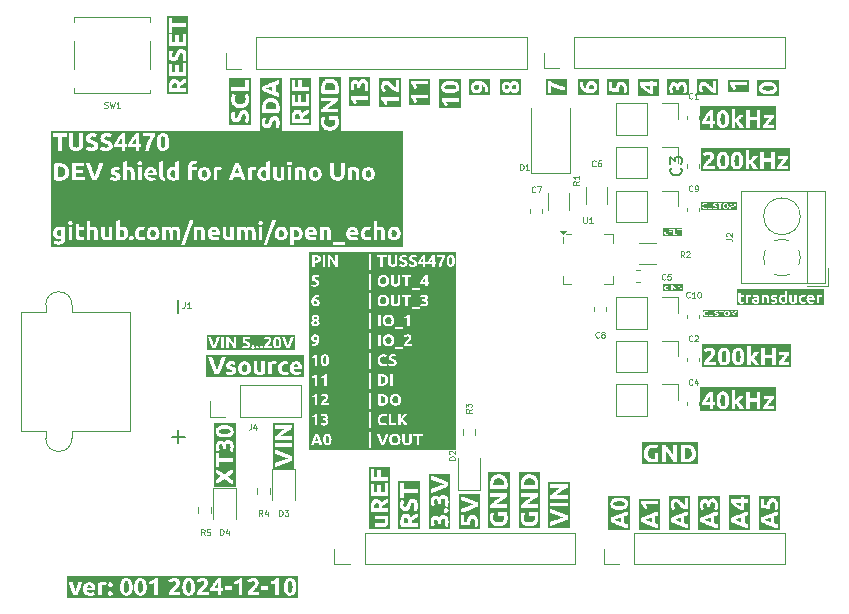
<source format=gbr>
%TF.GenerationSoftware,KiCad,Pcbnew,8.0.6*%
%TF.CreationDate,2024-12-12T11:47:03+01:00*%
%TF.ProjectId,TUSS4470_shield,54555353-3434-4373-905f-736869656c64,rev?*%
%TF.SameCoordinates,Original*%
%TF.FileFunction,Legend,Top*%
%TF.FilePolarity,Positive*%
%FSLAX46Y46*%
G04 Gerber Fmt 4.6, Leading zero omitted, Abs format (unit mm)*
G04 Created by KiCad (PCBNEW 8.0.6) date 2024-12-12 11:47:03*
%MOMM*%
%LPD*%
G01*
G04 APERTURE LIST*
%ADD10C,0.300000*%
%ADD11C,0.125000*%
%ADD12C,0.250000*%
%ADD13C,0.150000*%
%ADD14C,0.120000*%
G04 APERTURE END LIST*
D10*
G36*
X121035114Y-43611712D02*
G01*
X119201152Y-43611712D01*
X119201152Y-42991486D01*
X119367819Y-42991486D01*
X119369875Y-43046834D01*
X119380275Y-43123377D01*
X119390270Y-43169058D01*
X119411050Y-43240614D01*
X119421701Y-43270595D01*
X119452083Y-43340631D01*
X119459013Y-43354541D01*
X119494581Y-43419766D01*
X119720628Y-43308025D01*
X119718144Y-43304050D01*
X119681714Y-43236857D01*
X119653217Y-43167707D01*
X119648306Y-43153159D01*
X119630999Y-43076749D01*
X119625739Y-42999912D01*
X119635265Y-42929204D01*
X119663108Y-42868021D01*
X119710369Y-42824790D01*
X119778513Y-42807937D01*
X119791153Y-42808252D01*
X119864242Y-42828087D01*
X119866358Y-42829338D01*
X119918098Y-42881943D01*
X119921642Y-42888346D01*
X119945942Y-42958879D01*
X119948681Y-42975207D01*
X119954002Y-43048639D01*
X119954002Y-43187857D01*
X120211922Y-43187857D01*
X120211922Y-43065491D01*
X120213262Y-43017389D01*
X120221448Y-42942027D01*
X120227759Y-42910535D01*
X120254420Y-42841643D01*
X120263866Y-42826475D01*
X120316702Y-42775331D01*
X120337035Y-42764592D01*
X120411224Y-42750785D01*
X120422483Y-42751049D01*
X120497707Y-42769913D01*
X120556671Y-42818562D01*
X120589489Y-42880094D01*
X120606266Y-42955779D01*
X120610526Y-43031420D01*
X120608878Y-43092213D01*
X120601227Y-43167355D01*
X120584148Y-43243545D01*
X120561698Y-43312417D01*
X120534689Y-43383862D01*
X120789312Y-43445045D01*
X120791598Y-43439709D01*
X120815690Y-43369207D01*
X120825254Y-43334496D01*
X120842069Y-43261496D01*
X120851045Y-43212846D01*
X120861120Y-43139131D01*
X120865585Y-43092471D01*
X120868447Y-43018597D01*
X120867914Y-42981319D01*
X120862824Y-42902133D01*
X120852343Y-42829438D01*
X120834375Y-42756280D01*
X120818171Y-42709590D01*
X120784357Y-42638277D01*
X120739120Y-42573464D01*
X120719455Y-42551955D01*
X120663218Y-42504737D01*
X120594406Y-42467951D01*
X120562404Y-42456497D01*
X120489354Y-42439809D01*
X120411224Y-42434246D01*
X120335962Y-42440328D01*
X120261273Y-42461068D01*
X120195069Y-42496528D01*
X120138389Y-42545451D01*
X120092273Y-42606582D01*
X120059515Y-42672749D01*
X120045638Y-42647821D01*
X119996791Y-42586873D01*
X119938248Y-42541957D01*
X119918115Y-42530537D01*
X119846478Y-42502557D01*
X119773018Y-42493230D01*
X119762127Y-42493346D01*
X119683913Y-42501606D01*
X119611817Y-42522906D01*
X119602685Y-42526694D01*
X119538849Y-42563043D01*
X119483224Y-42613398D01*
X119466553Y-42633323D01*
X119426442Y-42697677D01*
X119397861Y-42768736D01*
X119380757Y-42837372D01*
X119370753Y-42914320D01*
X119367819Y-42991486D01*
X119201152Y-42991486D01*
X119201152Y-42267579D01*
X121035114Y-42267579D01*
X121035114Y-43611712D01*
G37*
G36*
X110911667Y-80245417D02*
G01*
X109124599Y-80245417D01*
X109124599Y-78947784D01*
X109291266Y-78947784D01*
X109336483Y-78963854D01*
X109407980Y-78988973D01*
X109483882Y-79015309D01*
X109555048Y-79039741D01*
X109627772Y-79064608D01*
X109700495Y-79089750D01*
X109773218Y-79115167D01*
X109845942Y-79140858D01*
X109908871Y-79163370D01*
X109979459Y-79188884D01*
X110048627Y-79214169D01*
X110124745Y-79242341D01*
X110141278Y-79248486D01*
X110212315Y-79275218D01*
X110284786Y-79303154D01*
X110356653Y-79331734D01*
X110344111Y-79337070D01*
X110270422Y-79367291D01*
X110196519Y-79396042D01*
X110124378Y-79422958D01*
X110065474Y-79444274D01*
X109988091Y-79472143D01*
X109917749Y-79497353D01*
X109845942Y-79522976D01*
X109773218Y-79548667D01*
X109700495Y-79574084D01*
X109627772Y-79599225D01*
X109555048Y-79624092D01*
X109519030Y-79636348D01*
X109441171Y-79663129D01*
X109367716Y-79688809D01*
X109291266Y-79716050D01*
X109291266Y-80078750D01*
X109299326Y-80075847D01*
X109375988Y-80048110D01*
X109450360Y-80021022D01*
X109520244Y-79995442D01*
X109594616Y-79968108D01*
X109672178Y-79939355D01*
X109751634Y-79909514D01*
X109821246Y-79883072D01*
X109892249Y-79855831D01*
X109964644Y-79827791D01*
X109988978Y-79818278D01*
X110062188Y-79789345D01*
X110135707Y-79759820D01*
X110209535Y-79729703D01*
X110283672Y-79698992D01*
X110358119Y-79667690D01*
X110382943Y-79657104D01*
X110456900Y-79625260D01*
X110530084Y-79593288D01*
X110602495Y-79561186D01*
X110674134Y-79528956D01*
X110745000Y-79496598D01*
X110745000Y-79180059D01*
X110721419Y-79169215D01*
X110650180Y-79136805D01*
X110578194Y-79104575D01*
X110505460Y-79072525D01*
X110431980Y-79040656D01*
X110357752Y-79008967D01*
X110332903Y-78998422D01*
X110258559Y-78967201D01*
X110184525Y-78936598D01*
X110110800Y-78906614D01*
X110037384Y-78877247D01*
X109964277Y-78848499D01*
X109892020Y-78820498D01*
X109821155Y-78793373D01*
X109751680Y-78767123D01*
X109672384Y-78737606D01*
X109594982Y-78709281D01*
X109584105Y-78705334D01*
X109510466Y-78678529D01*
X109441211Y-78653162D01*
X109367429Y-78625930D01*
X109291266Y-78597540D01*
X109291266Y-78947784D01*
X109124599Y-78947784D01*
X109124599Y-78415823D01*
X109291266Y-78415823D01*
X110745000Y-78415823D01*
X110745000Y-78086828D01*
X109291266Y-78086828D01*
X109291266Y-78415823D01*
X109124599Y-78415823D01*
X109124599Y-76822871D01*
X109291266Y-76822871D01*
X110145628Y-76822871D01*
X110102990Y-76851697D01*
X110037827Y-76896384D01*
X109971215Y-76942810D01*
X109910788Y-76985537D01*
X109865210Y-77017999D01*
X109805401Y-77061401D01*
X109739430Y-77110394D01*
X109674849Y-77159560D01*
X109639574Y-77186851D01*
X109577747Y-77235615D01*
X109518065Y-77283915D01*
X109460526Y-77331751D01*
X109406553Y-77377990D01*
X109347354Y-77431356D01*
X109291266Y-77485624D01*
X109291266Y-77753436D01*
X110745000Y-77753436D01*
X110745000Y-77428471D01*
X109795750Y-77428471D01*
X109822783Y-77405336D01*
X109891294Y-77348224D01*
X109961129Y-77292149D01*
X110032287Y-77237112D01*
X110104769Y-77183113D01*
X110178575Y-77130151D01*
X110253705Y-77078227D01*
X110284046Y-77057755D01*
X110360111Y-77007364D01*
X110436481Y-76958100D01*
X110513154Y-76909962D01*
X110590132Y-76862952D01*
X110667414Y-76817069D01*
X110745000Y-76772313D01*
X110745000Y-76495708D01*
X109291266Y-76495708D01*
X109291266Y-76822871D01*
X109124599Y-76822871D01*
X109124599Y-76329041D01*
X110911667Y-76329041D01*
X110911667Y-80245417D01*
G37*
G36*
X117858817Y-79753384D02*
G01*
X117825028Y-79740783D01*
X117753764Y-79713746D01*
X117685160Y-79687072D01*
X117669729Y-79680941D01*
X117600185Y-79653693D01*
X117530188Y-79626988D01*
X117474030Y-79605691D01*
X117401960Y-79578262D01*
X117391802Y-79574374D01*
X117322826Y-79546755D01*
X117333001Y-79541663D01*
X117402693Y-79513049D01*
X117457777Y-79491518D01*
X117527990Y-79463224D01*
X117541173Y-79457840D01*
X117611053Y-79430148D01*
X117682229Y-79403140D01*
X117714111Y-79391123D01*
X117785134Y-79364644D01*
X117858817Y-79337561D01*
X117858817Y-79753384D01*
G37*
G36*
X118611667Y-80445417D02*
G01*
X116824599Y-80445417D01*
X116824599Y-79381891D01*
X116991266Y-79381891D01*
X116991266Y-79546755D01*
X116991266Y-79696598D01*
X117029122Y-79715013D01*
X117095948Y-79746827D01*
X117163510Y-79778115D01*
X117231809Y-79808877D01*
X117300844Y-79839113D01*
X117340692Y-79856275D01*
X117411775Y-79886474D01*
X117484577Y-79916883D01*
X117559097Y-79947502D01*
X117635334Y-79978332D01*
X117646371Y-79982732D01*
X117724888Y-80013732D01*
X117793946Y-80040582D01*
X117864627Y-80067690D01*
X117936931Y-80095056D01*
X118010858Y-80122679D01*
X118074007Y-80145906D01*
X118152077Y-80174345D01*
X118232646Y-80203402D01*
X118301695Y-80228089D01*
X118372480Y-80253205D01*
X118445000Y-80278750D01*
X118445000Y-79936933D01*
X118435636Y-79934026D01*
X118364039Y-79910858D01*
X118290027Y-79885275D01*
X118285001Y-79883491D01*
X118212267Y-79857065D01*
X118140184Y-79829588D01*
X118140184Y-79259525D01*
X118144545Y-79257807D01*
X118217143Y-79230124D01*
X118290027Y-79203838D01*
X118300035Y-79200287D01*
X118373725Y-79175026D01*
X118445000Y-79152180D01*
X118445000Y-78799738D01*
X118386845Y-78820214D01*
X118315713Y-78845439D01*
X118246317Y-78870253D01*
X118165332Y-78899486D01*
X118086846Y-78928127D01*
X118010858Y-78956175D01*
X117998424Y-78960775D01*
X117924768Y-78988252D01*
X117852734Y-79015524D01*
X117782323Y-79042589D01*
X117713536Y-79069448D01*
X117635334Y-79100523D01*
X117591560Y-79118097D01*
X117516304Y-79148796D01*
X117442766Y-79179426D01*
X117370946Y-79209985D01*
X117300844Y-79240474D01*
X117261305Y-79257911D01*
X117192691Y-79288590D01*
X117124813Y-79319480D01*
X117057671Y-79350580D01*
X116991266Y-79381891D01*
X116824599Y-79381891D01*
X116824599Y-78155303D01*
X116991266Y-78155303D01*
X117035820Y-78201499D01*
X117083590Y-78260083D01*
X117125813Y-78319343D01*
X117166022Y-78381350D01*
X117203666Y-78445280D01*
X117238196Y-78511043D01*
X117265324Y-78568084D01*
X117296081Y-78638538D01*
X117530554Y-78543649D01*
X117525593Y-78529738D01*
X117498277Y-78459118D01*
X117469005Y-78391608D01*
X117464488Y-78381911D01*
X117428789Y-78312831D01*
X117389870Y-78250191D01*
X118445000Y-78250191D01*
X118445000Y-77935851D01*
X116991266Y-77935851D01*
X116991266Y-78155303D01*
X116824599Y-78155303D01*
X116824599Y-77769184D01*
X118611667Y-77769184D01*
X118611667Y-80445417D01*
G37*
G36*
X96611667Y-44619022D02*
G01*
X94801152Y-44619022D01*
X94801152Y-43969120D01*
X94991266Y-43969120D01*
X95035820Y-44015316D01*
X95083590Y-44073900D01*
X95125813Y-44133160D01*
X95166022Y-44195167D01*
X95203666Y-44259098D01*
X95238196Y-44324860D01*
X95265324Y-44381901D01*
X95296081Y-44452355D01*
X95530554Y-44357466D01*
X95525593Y-44343555D01*
X95498277Y-44272935D01*
X95469005Y-44205425D01*
X95464488Y-44195728D01*
X95428789Y-44126648D01*
X95389870Y-44064009D01*
X96445000Y-44064009D01*
X96445000Y-43749668D01*
X94991266Y-43749668D01*
X94991266Y-43969120D01*
X94801152Y-43969120D01*
X94801152Y-42852076D01*
X94967819Y-42852076D01*
X94969187Y-42895830D01*
X94978548Y-42972379D01*
X94996776Y-43046088D01*
X95023872Y-43116957D01*
X95034650Y-43139836D01*
X95070189Y-43205228D01*
X95115319Y-43272175D01*
X95166388Y-43333112D01*
X95373750Y-43177041D01*
X95334916Y-43132711D01*
X95327254Y-43123160D01*
X95286189Y-43062002D01*
X95274328Y-43040959D01*
X95243691Y-42971510D01*
X95234224Y-42939690D01*
X95225739Y-42864898D01*
X95232962Y-42801456D01*
X95263475Y-42734106D01*
X95318975Y-42692942D01*
X95393534Y-42681350D01*
X95404050Y-42681647D01*
X95476699Y-42700401D01*
X95497055Y-42710842D01*
X95558398Y-42753157D01*
X95589430Y-42779930D01*
X95642295Y-42831193D01*
X95680854Y-42871174D01*
X95733520Y-42926081D01*
X95757151Y-42950587D01*
X95808350Y-43004038D01*
X95859549Y-43057972D01*
X95879474Y-43078364D01*
X95933455Y-43128284D01*
X95995104Y-43177041D01*
X96013331Y-43189921D01*
X96080009Y-43230132D01*
X96151175Y-43262770D01*
X96188687Y-43275475D01*
X96262630Y-43290791D01*
X96335823Y-43295376D01*
X96386381Y-43295376D01*
X96445000Y-43290980D01*
X96445000Y-42316085D01*
X96187079Y-42316085D01*
X96187079Y-42945132D01*
X96133956Y-42912526D01*
X96119463Y-42900635D01*
X96063981Y-42852442D01*
X96042870Y-42833074D01*
X95989975Y-42781734D01*
X95976494Y-42768038D01*
X95924030Y-42712857D01*
X95909827Y-42697527D01*
X95858586Y-42643331D01*
X95804961Y-42588293D01*
X95789219Y-42572648D01*
X95732859Y-42521047D01*
X95674535Y-42474354D01*
X95666043Y-42468109D01*
X95601074Y-42426013D01*
X95533852Y-42392288D01*
X95524668Y-42388429D01*
X95454241Y-42367418D01*
X95381078Y-42360415D01*
X95363254Y-42360666D01*
X95284674Y-42368480D01*
X95208886Y-42388991D01*
X95199451Y-42392686D01*
X95134434Y-42428246D01*
X95079560Y-42477651D01*
X95063540Y-42497232D01*
X95024872Y-42560625D01*
X94997128Y-42630792D01*
X94980441Y-42698759D01*
X94970681Y-42775211D01*
X94967819Y-42852076D01*
X94801152Y-42852076D01*
X94801152Y-42149418D01*
X96611667Y-42149418D01*
X96611667Y-44619022D01*
G37*
G36*
X127958817Y-79753384D02*
G01*
X127925028Y-79740783D01*
X127853764Y-79713746D01*
X127785160Y-79687072D01*
X127769729Y-79680941D01*
X127700185Y-79653693D01*
X127630188Y-79626988D01*
X127574030Y-79605691D01*
X127501960Y-79578262D01*
X127491802Y-79574374D01*
X127422826Y-79546755D01*
X127433001Y-79541663D01*
X127502693Y-79513049D01*
X127557777Y-79491518D01*
X127627990Y-79463224D01*
X127641173Y-79457840D01*
X127711053Y-79430148D01*
X127782229Y-79403140D01*
X127814111Y-79391123D01*
X127885134Y-79364644D01*
X127958817Y-79337561D01*
X127958817Y-79753384D01*
G37*
G36*
X128735114Y-80445417D02*
G01*
X126924599Y-80445417D01*
X126924599Y-79381891D01*
X127091266Y-79381891D01*
X127091266Y-79546755D01*
X127091266Y-79696598D01*
X127129122Y-79715013D01*
X127195948Y-79746827D01*
X127263510Y-79778115D01*
X127331809Y-79808877D01*
X127400844Y-79839113D01*
X127440692Y-79856275D01*
X127511775Y-79886474D01*
X127584577Y-79916883D01*
X127659097Y-79947502D01*
X127735334Y-79978332D01*
X127746371Y-79982732D01*
X127824888Y-80013732D01*
X127893946Y-80040582D01*
X127964627Y-80067690D01*
X128036931Y-80095056D01*
X128110858Y-80122679D01*
X128174007Y-80145906D01*
X128252077Y-80174345D01*
X128332646Y-80203402D01*
X128401695Y-80228089D01*
X128472480Y-80253205D01*
X128545000Y-80278750D01*
X128545000Y-79936933D01*
X128535636Y-79934026D01*
X128464039Y-79910858D01*
X128390027Y-79885275D01*
X128385001Y-79883491D01*
X128312267Y-79857065D01*
X128240184Y-79829588D01*
X128240184Y-79259525D01*
X128244545Y-79257807D01*
X128317143Y-79230124D01*
X128390027Y-79203838D01*
X128400035Y-79200287D01*
X128473725Y-79175026D01*
X128545000Y-79152180D01*
X128545000Y-78799738D01*
X128486845Y-78820214D01*
X128415713Y-78845439D01*
X128346317Y-78870253D01*
X128265332Y-78899486D01*
X128186846Y-78928127D01*
X128110858Y-78956175D01*
X128098424Y-78960775D01*
X128024768Y-78988252D01*
X127952734Y-79015524D01*
X127882323Y-79042589D01*
X127813536Y-79069448D01*
X127735334Y-79100523D01*
X127691560Y-79118097D01*
X127616304Y-79148796D01*
X127542766Y-79179426D01*
X127470946Y-79209985D01*
X127400844Y-79240474D01*
X127361305Y-79257911D01*
X127292691Y-79288590D01*
X127224813Y-79319480D01*
X127157671Y-79350580D01*
X127091266Y-79381891D01*
X126924599Y-79381891D01*
X126924599Y-77764759D01*
X127091266Y-77764759D01*
X127091266Y-78556106D01*
X127171869Y-78560108D01*
X127254997Y-78564741D01*
X127328258Y-78569215D01*
X127403374Y-78574152D01*
X127480345Y-78579553D01*
X127506239Y-78581418D01*
X127583614Y-78587407D01*
X127660525Y-78593988D01*
X127736972Y-78601163D01*
X127812955Y-78608929D01*
X127888475Y-78617288D01*
X127888868Y-78564690D01*
X127891135Y-78486522D01*
X127896094Y-78407397D01*
X127904595Y-78330425D01*
X127909867Y-78295850D01*
X127925366Y-78222210D01*
X127950390Y-78148709D01*
X127972567Y-78107082D01*
X128024762Y-78053820D01*
X128053986Y-78039330D01*
X128127344Y-78026343D01*
X128196312Y-78042738D01*
X128255938Y-78091922D01*
X128289203Y-78152166D01*
X128306208Y-78227304D01*
X128310526Y-78302948D01*
X128309475Y-78353926D01*
X128302777Y-78433893D01*
X128288545Y-78509944D01*
X128268850Y-78579146D01*
X128243115Y-78649162D01*
X128492609Y-78705949D01*
X128493388Y-78704348D01*
X128517889Y-78634141D01*
X128525602Y-78603952D01*
X128542069Y-78529727D01*
X128550243Y-78485695D01*
X128561120Y-78409560D01*
X128565585Y-78363570D01*
X128568447Y-78290125D01*
X128568141Y-78263179D01*
X128563552Y-78186244D01*
X128551996Y-78107626D01*
X128533642Y-78036235D01*
X128516975Y-77990401D01*
X128482448Y-77920068D01*
X128436556Y-77855617D01*
X128412552Y-77829952D01*
X128355152Y-77783003D01*
X128290376Y-77747906D01*
X128258138Y-77735704D01*
X128184841Y-77717928D01*
X128106828Y-77712002D01*
X128054713Y-77714298D01*
X127970563Y-77729362D01*
X127895390Y-77758486D01*
X127829192Y-77801670D01*
X127771971Y-77858914D01*
X127764513Y-77868231D01*
X127723881Y-77930759D01*
X127690307Y-78004648D01*
X127667720Y-78074899D01*
X127650035Y-78153039D01*
X127637252Y-78239069D01*
X127630554Y-78313572D01*
X127578893Y-78308333D01*
X127501960Y-78302215D01*
X127426947Y-78296994D01*
X127349187Y-78292323D01*
X127349187Y-77764759D01*
X127091266Y-77764759D01*
X126924599Y-77764759D01*
X126924599Y-77545335D01*
X128735114Y-77545335D01*
X128735114Y-80445417D01*
G37*
G36*
X127764065Y-42794507D02*
G01*
X127840529Y-42797744D01*
X127917435Y-42804623D01*
X127928649Y-42805999D01*
X128001699Y-42818361D01*
X128073506Y-42838328D01*
X128114877Y-42856231D01*
X128174623Y-42901709D01*
X128193556Y-42928528D01*
X128210526Y-43000628D01*
X128207686Y-43032419D01*
X128174623Y-43099180D01*
X128140614Y-43128314D01*
X128073506Y-43162194D01*
X128065211Y-43165164D01*
X127991847Y-43185108D01*
X127917435Y-43196999D01*
X127870838Y-43201647D01*
X127796563Y-43206129D01*
X127717034Y-43207623D01*
X127670073Y-43207115D01*
X127594055Y-43203878D01*
X127518098Y-43196999D01*
X127506974Y-43195618D01*
X127434475Y-43182985D01*
X127363126Y-43162194D01*
X127321547Y-43143839D01*
X127261643Y-43099180D01*
X127242709Y-43072711D01*
X127225739Y-43000628D01*
X127228579Y-42968956D01*
X127261643Y-42901709D01*
X127295712Y-42871807D01*
X127363126Y-42838328D01*
X127371373Y-42835492D01*
X127444257Y-42816303D01*
X127518098Y-42804623D01*
X127564054Y-42799974D01*
X127637710Y-42795492D01*
X127717034Y-42793998D01*
X127764065Y-42794507D01*
G37*
G36*
X128635114Y-43694859D02*
G01*
X126801152Y-43694859D01*
X126801152Y-43000628D01*
X126967819Y-43000628D01*
X126972685Y-43073478D01*
X126989277Y-43148407D01*
X127017644Y-43217882D01*
X127053257Y-43275877D01*
X127102763Y-43333474D01*
X127163091Y-43384577D01*
X127187592Y-43401470D01*
X127254854Y-43439244D01*
X127322731Y-43467796D01*
X127397564Y-43491189D01*
X127406283Y-43493466D01*
X127478972Y-43509076D01*
X127556882Y-43520062D01*
X127640012Y-43526421D01*
X127717034Y-43528192D01*
X127805247Y-43526000D01*
X127888172Y-43519422D01*
X127965806Y-43508460D01*
X128055412Y-43488591D01*
X128136753Y-43461870D01*
X128209829Y-43428298D01*
X128274640Y-43387875D01*
X128309275Y-43360628D01*
X128368326Y-43300513D01*
X128413749Y-43232901D01*
X128445546Y-43157794D01*
X128463715Y-43075190D01*
X128468447Y-43000628D01*
X128467690Y-42970178D01*
X128456334Y-42883826D01*
X128431351Y-42804970D01*
X128392741Y-42733611D01*
X128340504Y-42669748D01*
X128274640Y-42613381D01*
X128262339Y-42604748D01*
X128195875Y-42565694D01*
X128121146Y-42533493D01*
X128038152Y-42508142D01*
X127965806Y-42492795D01*
X127888172Y-42481833D01*
X127805247Y-42475255D01*
X127717034Y-42473063D01*
X127629341Y-42475255D01*
X127546880Y-42481833D01*
X127469652Y-42492795D01*
X127380474Y-42512664D01*
X127299471Y-42539385D01*
X127226644Y-42572957D01*
X127161992Y-42613381D01*
X127127291Y-42640627D01*
X127068129Y-42700742D01*
X127022620Y-42768354D01*
X126990763Y-42843461D01*
X126972559Y-42926065D01*
X126967819Y-43000628D01*
X126801152Y-43000628D01*
X126801152Y-42306396D01*
X128635114Y-42306396D01*
X128635114Y-43694859D01*
G37*
G36*
X87901640Y-45165165D02*
G01*
X87972709Y-45188593D01*
X88025443Y-45243440D01*
X88043287Y-45283591D01*
X88061176Y-45358467D01*
X88069047Y-45433205D01*
X88071238Y-45509420D01*
X88071238Y-45602110D01*
X87679228Y-45602110D01*
X87674832Y-45548255D01*
X87672634Y-45483775D01*
X87672678Y-45473958D01*
X87677034Y-45392406D01*
X87690236Y-45316135D01*
X87717697Y-45244539D01*
X87733167Y-45221108D01*
X87792472Y-45176629D01*
X87868639Y-45163206D01*
X87901640Y-45165165D01*
G37*
G36*
X89011667Y-46097773D02*
G01*
X87224599Y-46097773D01*
X87224599Y-45502826D01*
X87391266Y-45502826D01*
X87391933Y-45555669D01*
X87394895Y-45632168D01*
X87399692Y-45708356D01*
X87406211Y-45779540D01*
X87416274Y-45856188D01*
X87429368Y-45931106D01*
X88845000Y-45931106D01*
X88845000Y-45602110D01*
X88352606Y-45602110D01*
X88352606Y-45439445D01*
X88398641Y-45399946D01*
X88456653Y-45355181D01*
X88515913Y-45312500D01*
X88578653Y-45269452D01*
X88582664Y-45266752D01*
X88647911Y-45224139D01*
X88710910Y-45185188D01*
X88715145Y-45182602D01*
X88778321Y-45144155D01*
X88845000Y-45103855D01*
X88845000Y-44734560D01*
X88826275Y-44744183D01*
X88760107Y-44779395D01*
X88692958Y-44816992D01*
X88673638Y-44828126D01*
X88607551Y-44867906D01*
X88543848Y-44908949D01*
X88530436Y-44917824D01*
X88469207Y-44959578D01*
X88406095Y-45004937D01*
X88347572Y-45049389D01*
X88289225Y-45097627D01*
X88278413Y-45073239D01*
X88241535Y-45006643D01*
X88192741Y-44944203D01*
X88135718Y-44893928D01*
X88103710Y-44873558D01*
X88031052Y-44843176D01*
X87955811Y-44827639D01*
X87881095Y-44823220D01*
X87850196Y-44823904D01*
X87763698Y-44834165D01*
X87686500Y-44856739D01*
X87618601Y-44891627D01*
X87560001Y-44938828D01*
X87510701Y-44998342D01*
X87489357Y-45032533D01*
X87452966Y-45109049D01*
X87429056Y-45181096D01*
X87410977Y-45260675D01*
X87398731Y-45347785D01*
X87393132Y-45422895D01*
X87391711Y-45483775D01*
X87391266Y-45502826D01*
X87224599Y-45502826D01*
X87224599Y-43544242D01*
X87391266Y-43544242D01*
X87391266Y-44531594D01*
X88845000Y-44531594D01*
X88845000Y-43495516D01*
X88563632Y-43495516D01*
X88563632Y-44202599D01*
X88211922Y-44202599D01*
X88211922Y-43617882D01*
X87930554Y-43617882D01*
X87930554Y-44202599D01*
X87672634Y-44202599D01*
X87672634Y-43544242D01*
X87391266Y-43544242D01*
X87224599Y-43544242D01*
X87224599Y-43259577D01*
X87391266Y-43259577D01*
X88845000Y-43259577D01*
X88845000Y-42930582D01*
X88235369Y-42930582D01*
X88235369Y-42352093D01*
X87954002Y-42352093D01*
X87954002Y-42930582D01*
X87672634Y-42930582D01*
X87672634Y-42280652D01*
X87391266Y-42280652D01*
X87391266Y-43259577D01*
X87224599Y-43259577D01*
X87224599Y-42113985D01*
X89011667Y-42113985D01*
X89011667Y-46097773D01*
G37*
G36*
X81764065Y-71842169D02*
G01*
X81840529Y-71845406D01*
X81917435Y-71852285D01*
X81928649Y-71853662D01*
X82001699Y-71866024D01*
X82073506Y-71885990D01*
X82114877Y-71903893D01*
X82174623Y-71949371D01*
X82193556Y-71976190D01*
X82210526Y-72048290D01*
X82207686Y-72080081D01*
X82174623Y-72146842D01*
X82140614Y-72175976D01*
X82073506Y-72209856D01*
X82065211Y-72212826D01*
X81991847Y-72232770D01*
X81917435Y-72244661D01*
X81870838Y-72249309D01*
X81796563Y-72253792D01*
X81717034Y-72255286D01*
X81670073Y-72254777D01*
X81594055Y-72251540D01*
X81518098Y-72244661D01*
X81506974Y-72243280D01*
X81434475Y-72230648D01*
X81363126Y-72209856D01*
X81321547Y-72191501D01*
X81261643Y-72146842D01*
X81242709Y-72120373D01*
X81225739Y-72048290D01*
X81228579Y-72016618D01*
X81261643Y-71949371D01*
X81295712Y-71919469D01*
X81363126Y-71885990D01*
X81371373Y-71883154D01*
X81444257Y-71863966D01*
X81518098Y-71852285D01*
X81564054Y-71847637D01*
X81637710Y-71843154D01*
X81717034Y-71841660D01*
X81764065Y-71842169D01*
G37*
G36*
X82635114Y-76745417D02*
G01*
X80801152Y-76745417D01*
X80801152Y-75219905D01*
X80991266Y-75219905D01*
X80991266Y-75595429D01*
X81412219Y-75880094D01*
X80991266Y-76158897D01*
X80991266Y-76557868D01*
X81708974Y-76080861D01*
X81773105Y-76128363D01*
X81836128Y-76174470D01*
X81898041Y-76219182D01*
X81958846Y-76262498D01*
X82030347Y-76312635D01*
X82100251Y-76360764D01*
X82111745Y-76368563D01*
X82179734Y-76414021D01*
X82246049Y-76457186D01*
X82310689Y-76498058D01*
X82373655Y-76536638D01*
X82445000Y-76578750D01*
X82445000Y-76203227D01*
X82407513Y-76182560D01*
X82342418Y-76144242D01*
X82334081Y-76139186D01*
X82271468Y-76100079D01*
X82208695Y-76058879D01*
X82204512Y-76056063D01*
X82143573Y-76013908D01*
X82082299Y-75969120D01*
X82047516Y-75942494D01*
X81988876Y-75894748D01*
X82017432Y-75865114D01*
X82073115Y-75814746D01*
X82134305Y-75768204D01*
X82201001Y-75725488D01*
X82239512Y-75702991D01*
X82308472Y-75663939D01*
X82376967Y-75626741D01*
X82445000Y-75591399D01*
X82445000Y-75196824D01*
X82395725Y-75224705D01*
X82331759Y-75261726D01*
X82260816Y-75303585D01*
X82194454Y-75343316D01*
X82122965Y-75386601D01*
X82085630Y-75409725D01*
X82022032Y-75450898D01*
X81956716Y-75495363D01*
X81889683Y-75543119D01*
X81820932Y-75594166D01*
X81750464Y-75648506D01*
X81692854Y-75694347D01*
X80991266Y-75219905D01*
X80801152Y-75219905D01*
X80801152Y-75086549D01*
X80991266Y-75086549D01*
X81272634Y-75086549D01*
X81272634Y-74645446D01*
X82445000Y-74645446D01*
X82445000Y-74316085D01*
X81272634Y-74316085D01*
X81272634Y-73875348D01*
X80991266Y-73875348D01*
X80991266Y-75086549D01*
X80801152Y-75086549D01*
X80801152Y-73332030D01*
X80967819Y-73332030D01*
X80969875Y-73387378D01*
X80980275Y-73463921D01*
X80990270Y-73509602D01*
X81011050Y-73581158D01*
X81021701Y-73611139D01*
X81052083Y-73681175D01*
X81059013Y-73695086D01*
X81094581Y-73760310D01*
X81320628Y-73648569D01*
X81318144Y-73644594D01*
X81281714Y-73577401D01*
X81253217Y-73508251D01*
X81248306Y-73493703D01*
X81230999Y-73417293D01*
X81225739Y-73340457D01*
X81235265Y-73269748D01*
X81263108Y-73208565D01*
X81310369Y-73165334D01*
X81378513Y-73148482D01*
X81391153Y-73148797D01*
X81464242Y-73168632D01*
X81466358Y-73169882D01*
X81518098Y-73222487D01*
X81521642Y-73228891D01*
X81545942Y-73299424D01*
X81548681Y-73315751D01*
X81554002Y-73389183D01*
X81554002Y-73528401D01*
X81811922Y-73528401D01*
X81811922Y-73406036D01*
X81813262Y-73357933D01*
X81821448Y-73282571D01*
X81827759Y-73251079D01*
X81854420Y-73182187D01*
X81863866Y-73167019D01*
X81916702Y-73115875D01*
X81937035Y-73105136D01*
X82011224Y-73091329D01*
X82022483Y-73091594D01*
X82097707Y-73110457D01*
X82156671Y-73159106D01*
X82189489Y-73220638D01*
X82206266Y-73296323D01*
X82210526Y-73371964D01*
X82208878Y-73432757D01*
X82201227Y-73507899D01*
X82184148Y-73584089D01*
X82161698Y-73652961D01*
X82134689Y-73724406D01*
X82389312Y-73785589D01*
X82391598Y-73780254D01*
X82415690Y-73709752D01*
X82425254Y-73675040D01*
X82442069Y-73602041D01*
X82451045Y-73553390D01*
X82461120Y-73479675D01*
X82465585Y-73433015D01*
X82468447Y-73359141D01*
X82467914Y-73321864D01*
X82462824Y-73242677D01*
X82452343Y-73169983D01*
X82434375Y-73096824D01*
X82418171Y-73050134D01*
X82384357Y-72978822D01*
X82339120Y-72914009D01*
X82319455Y-72892499D01*
X82263218Y-72845281D01*
X82194406Y-72808496D01*
X82162404Y-72797041D01*
X82089354Y-72780353D01*
X82011224Y-72774790D01*
X81935962Y-72780872D01*
X81861273Y-72801613D01*
X81795069Y-72837072D01*
X81738389Y-72885995D01*
X81692273Y-72947126D01*
X81659515Y-73013293D01*
X81645638Y-72988365D01*
X81596791Y-72927417D01*
X81538248Y-72882501D01*
X81518115Y-72871081D01*
X81446478Y-72843101D01*
X81373018Y-72833775D01*
X81362127Y-72833891D01*
X81283913Y-72842150D01*
X81211817Y-72863450D01*
X81202685Y-72867238D01*
X81138849Y-72903587D01*
X81083224Y-72953942D01*
X81066553Y-72973867D01*
X81026442Y-73038221D01*
X80997861Y-73109281D01*
X80980757Y-73177917D01*
X80970753Y-73254865D01*
X80967819Y-73332030D01*
X80801152Y-73332030D01*
X80801152Y-72048290D01*
X80967819Y-72048290D01*
X80972685Y-72121140D01*
X80989277Y-72196069D01*
X81017644Y-72265544D01*
X81053257Y-72323540D01*
X81102763Y-72381136D01*
X81163091Y-72432240D01*
X81187592Y-72449132D01*
X81254854Y-72486907D01*
X81322731Y-72515458D01*
X81397564Y-72538852D01*
X81406283Y-72541128D01*
X81478972Y-72556739D01*
X81556882Y-72567724D01*
X81640012Y-72574084D01*
X81717034Y-72575854D01*
X81805247Y-72573662D01*
X81888172Y-72567085D01*
X81965806Y-72556122D01*
X82055412Y-72536253D01*
X82136753Y-72509532D01*
X82209829Y-72475960D01*
X82274640Y-72435537D01*
X82309275Y-72408290D01*
X82368326Y-72348175D01*
X82413749Y-72280564D01*
X82445546Y-72205456D01*
X82463715Y-72122852D01*
X82468447Y-72048290D01*
X82467690Y-72017840D01*
X82456334Y-71931488D01*
X82431351Y-71852633D01*
X82392741Y-71781273D01*
X82340504Y-71717410D01*
X82274640Y-71661043D01*
X82262339Y-71652410D01*
X82195875Y-71613357D01*
X82121146Y-71581155D01*
X82038152Y-71555805D01*
X81965806Y-71540457D01*
X81888172Y-71529495D01*
X81805247Y-71522918D01*
X81717034Y-71520725D01*
X81629341Y-71522918D01*
X81546880Y-71529495D01*
X81469652Y-71540457D01*
X81380474Y-71560327D01*
X81299471Y-71587047D01*
X81226644Y-71620619D01*
X81161992Y-71661043D01*
X81127291Y-71688289D01*
X81068129Y-71748405D01*
X81022620Y-71816016D01*
X80990763Y-71891123D01*
X80972559Y-71973727D01*
X80967819Y-72048290D01*
X80801152Y-72048290D01*
X80801152Y-71354058D01*
X82635114Y-71354058D01*
X82635114Y-76745417D01*
G37*
D11*
G36*
X124238091Y-61916493D02*
G01*
X124262922Y-61919532D01*
X124286933Y-61927508D01*
X124288444Y-61928212D01*
X124309281Y-61941003D01*
X124327721Y-61959260D01*
X124330766Y-61963181D01*
X124343933Y-61985007D01*
X124353122Y-62008719D01*
X124356548Y-62021649D01*
X124360679Y-62047368D01*
X124361915Y-62073077D01*
X124361494Y-62088291D01*
X124358815Y-62112824D01*
X124353122Y-62137191D01*
X124351405Y-62142457D01*
X124341574Y-62165218D01*
X124327721Y-62186284D01*
X124326683Y-62187557D01*
X124307998Y-62205428D01*
X124286933Y-62217913D01*
X124282345Y-62219899D01*
X124257798Y-62226899D01*
X124232466Y-62229026D01*
X124226734Y-62228928D01*
X124201603Y-62225890D01*
X124177634Y-62217913D01*
X124155530Y-62204449D01*
X124137090Y-62186284D01*
X124134066Y-62182345D01*
X124120977Y-62160592D01*
X124111810Y-62137191D01*
X124108384Y-62124355D01*
X124104254Y-62098751D01*
X124103018Y-62073077D01*
X124103438Y-62058136D01*
X124106117Y-62033856D01*
X124111810Y-62009452D01*
X124113527Y-62004099D01*
X124123324Y-61981078D01*
X124137090Y-61959993D01*
X124138135Y-61958712D01*
X124156804Y-61940649D01*
X124177634Y-61927875D01*
X124182183Y-61925823D01*
X124206764Y-61918592D01*
X124232466Y-61916395D01*
X124238091Y-61916493D01*
G37*
G36*
X125158853Y-62385315D02*
G01*
X122172670Y-62385315D01*
X122172670Y-62073077D01*
X122235170Y-62073077D01*
X122235231Y-62080504D01*
X122236688Y-62109144D01*
X122240087Y-62136078D01*
X122245429Y-62161307D01*
X122252714Y-62184830D01*
X122264551Y-62211834D01*
X122279423Y-62236173D01*
X122297330Y-62257847D01*
X122301278Y-62261844D01*
X122322678Y-62279926D01*
X122346845Y-62294836D01*
X122373778Y-62306573D01*
X122397317Y-62313679D01*
X122422627Y-62318755D01*
X122449707Y-62321800D01*
X122478558Y-62322815D01*
X122498923Y-62322420D01*
X122524607Y-62320665D01*
X122551494Y-62317011D01*
X122576256Y-62311580D01*
X122596192Y-62305734D01*
X122619716Y-62297146D01*
X122641713Y-62286179D01*
X122611549Y-62201549D01*
X122591154Y-62210708D01*
X122589017Y-62211615D01*
X122565143Y-62219501D01*
X122555490Y-62221836D01*
X122531315Y-62226217D01*
X122513794Y-62228137D01*
X122488450Y-62229026D01*
X122472372Y-62228442D01*
X122447310Y-62224721D01*
X122423726Y-62216814D01*
X122418800Y-62214447D01*
X122398170Y-62201357D01*
X122380373Y-62183597D01*
X122377361Y-62179589D01*
X122364685Y-62157455D01*
X122356437Y-62133649D01*
X122355763Y-62130596D01*
X122702529Y-62130596D01*
X122702540Y-62133245D01*
X122703900Y-62158948D01*
X122707526Y-62183220D01*
X122714131Y-62208265D01*
X122720725Y-62225240D01*
X122733594Y-62248413D01*
X122750034Y-62268838D01*
X122766487Y-62283628D01*
X122787506Y-62297391D01*
X122811584Y-62308527D01*
X122823569Y-62312643D01*
X122849615Y-62318783D01*
X122875423Y-62321922D01*
X122900244Y-62322815D01*
X122913030Y-62322598D01*
X122940195Y-62320518D01*
X122965138Y-62316235D01*
X122990247Y-62308893D01*
X123012673Y-62299071D01*
X123034310Y-62285677D01*
X123034575Y-62285446D01*
X123174162Y-62285446D01*
X123176057Y-62286506D01*
X123198464Y-62297414D01*
X123209035Y-62301693D01*
X123232903Y-62309382D01*
X123254426Y-62314572D01*
X123278942Y-62318907D01*
X123287226Y-62320033D01*
X123312070Y-62322170D01*
X123337316Y-62322815D01*
X123354977Y-62322491D01*
X123382509Y-62320510D01*
X123407661Y-62316729D01*
X123434704Y-62309813D01*
X123458320Y-62300305D01*
X123481542Y-62285935D01*
X123492762Y-62276216D01*
X123508797Y-62256960D01*
X123520250Y-62234840D01*
X123527123Y-62209856D01*
X123529413Y-62182009D01*
X123529270Y-62173560D01*
X123526828Y-62148314D01*
X123520254Y-62123391D01*
X123508714Y-62100768D01*
X123492411Y-62081259D01*
X123488845Y-62077933D01*
X123468475Y-62062493D01*
X123445638Y-62049874D01*
X123427117Y-62041442D01*
X123404513Y-62032085D01*
X123379570Y-62022641D01*
X123369577Y-62019166D01*
X123346231Y-62010551D01*
X123341585Y-62008686D01*
X123319487Y-61997484D01*
X123301535Y-61981486D01*
X123295184Y-61959504D01*
X123296866Y-61946939D01*
X123312404Y-61927020D01*
X123319642Y-61923409D01*
X123344576Y-61917651D01*
X123369068Y-61916395D01*
X123377700Y-61916523D01*
X123403542Y-61918704D01*
X123429152Y-61924577D01*
X123451602Y-61932670D01*
X123474581Y-61943140D01*
X123481486Y-61924211D01*
X123555425Y-61924211D01*
X123702459Y-61924211D01*
X123702459Y-62315000D01*
X123812247Y-62315000D01*
X123812247Y-62073077D01*
X123989811Y-62073077D01*
X123989885Y-62080713D01*
X123991308Y-62106530D01*
X123994543Y-62130932D01*
X124000459Y-62157089D01*
X124008740Y-62181399D01*
X124015033Y-62195607D01*
X124028074Y-62219319D01*
X124043318Y-62240636D01*
X124060764Y-62259556D01*
X124071380Y-62268989D01*
X124091872Y-62284073D01*
X124114142Y-62296724D01*
X124138189Y-62306939D01*
X124155010Y-62312335D01*
X124180982Y-62318335D01*
X124207844Y-62321823D01*
X124232466Y-62322815D01*
X124251469Y-62322257D01*
X124276084Y-62319777D01*
X124300793Y-62315000D01*
X124549860Y-62315000D01*
X124656716Y-62315000D01*
X124657258Y-62297189D01*
X124658157Y-62269743D01*
X124659159Y-62241421D01*
X124660263Y-62212224D01*
X124661263Y-62187224D01*
X124662334Y-62161615D01*
X124662790Y-62151244D01*
X124664053Y-62125267D01*
X124665488Y-62099219D01*
X124667096Y-62073098D01*
X124668877Y-62046907D01*
X124670831Y-62020643D01*
X124672958Y-61994309D01*
X124680315Y-62011219D01*
X124690785Y-62035299D01*
X124701046Y-62058911D01*
X124710692Y-62080981D01*
X124721192Y-62105286D01*
X124731577Y-62129619D01*
X124740934Y-62151444D01*
X124750979Y-62174734D01*
X124760764Y-62197274D01*
X124764210Y-62205189D01*
X124774514Y-62228910D01*
X124784699Y-62252473D01*
X124861392Y-62252473D01*
X124865247Y-62243537D01*
X124875378Y-62220149D01*
X124885327Y-62197274D01*
X124894212Y-62176814D01*
X124904234Y-62153592D01*
X124914515Y-62129619D01*
X124924003Y-62107497D01*
X124934495Y-62083189D01*
X124945045Y-62058911D01*
X124953547Y-62039482D01*
X124963334Y-62017075D01*
X124973255Y-61994309D01*
X124974126Y-62004851D01*
X124976184Y-62031157D01*
X124978069Y-62057392D01*
X124979781Y-62083555D01*
X124981320Y-62109647D01*
X124982686Y-62135667D01*
X124983879Y-62161615D01*
X124984742Y-62182150D01*
X124985756Y-62207272D01*
X124986698Y-62231786D01*
X124987734Y-62260400D01*
X124988667Y-62288138D01*
X124989497Y-62315000D01*
X125096353Y-62315000D01*
X125095634Y-62300532D01*
X125094292Y-62274644D01*
X125092846Y-62248032D01*
X125091294Y-62220695D01*
X125089637Y-62192634D01*
X125088677Y-62176369D01*
X125086933Y-62147942D01*
X125085107Y-62119561D01*
X125083200Y-62091228D01*
X125081210Y-62062941D01*
X125080058Y-62046838D01*
X125077931Y-62019035D01*
X125075663Y-61991710D01*
X125073256Y-61964865D01*
X125070708Y-61938499D01*
X125070333Y-61934771D01*
X125067647Y-61909304D01*
X125064449Y-61881560D01*
X125061114Y-61855266D01*
X125057641Y-61830422D01*
X124957745Y-61830422D01*
X124951159Y-61842641D01*
X124939446Y-61865396D01*
X124928558Y-61887452D01*
X124927527Y-61889580D01*
X124915988Y-61913705D01*
X124905197Y-61936788D01*
X124894120Y-61960969D01*
X124888519Y-61973379D01*
X124878482Y-61995942D01*
X124868504Y-62018794D01*
X124858583Y-62041936D01*
X124855326Y-62049633D01*
X124845760Y-62072207D01*
X124835494Y-62096383D01*
X124825610Y-62119605D01*
X124822684Y-62112739D01*
X124812666Y-62089230D01*
X124802243Y-62064768D01*
X124792515Y-62041936D01*
X124787011Y-62029043D01*
X124777058Y-62006062D01*
X124767047Y-61983371D01*
X124756978Y-61960969D01*
X124755857Y-61958502D01*
X124744809Y-61934431D01*
X124734047Y-61911457D01*
X124722540Y-61887452D01*
X124716490Y-61875103D01*
X124705190Y-61852698D01*
X124693353Y-61830422D01*
X124588450Y-61830422D01*
X124587584Y-61836497D01*
X124584195Y-61861703D01*
X124580928Y-61888360D01*
X124578170Y-61912875D01*
X124575505Y-61938499D01*
X124574030Y-61953507D01*
X124571550Y-61980146D01*
X124569199Y-62007265D01*
X124566975Y-62034864D01*
X124564881Y-62062941D01*
X124563484Y-62083141D01*
X124561578Y-62111461D01*
X124559730Y-62139828D01*
X124557941Y-62168242D01*
X124556454Y-62192634D01*
X124555523Y-62208758D01*
X124553967Y-62236405D01*
X124552505Y-62263328D01*
X124551136Y-62289526D01*
X124549860Y-62315000D01*
X124300793Y-62315000D01*
X124302790Y-62314614D01*
X124328454Y-62306939D01*
X124342120Y-62301564D01*
X124365202Y-62289996D01*
X124386333Y-62275993D01*
X124405512Y-62259556D01*
X124417163Y-62247209D01*
X124432820Y-62226691D01*
X124446293Y-62203777D01*
X124456437Y-62181399D01*
X124458700Y-62175494D01*
X124466290Y-62150723D01*
X124471545Y-62124104D01*
X124474228Y-62099298D01*
X124475122Y-62073077D01*
X124475047Y-62065442D01*
X124473615Y-62039634D01*
X124470359Y-62015252D01*
X124464405Y-61989134D01*
X124456071Y-61964877D01*
X124449810Y-61950628D01*
X124436796Y-61926827D01*
X124421542Y-61905402D01*
X124404047Y-61886353D01*
X124393466Y-61876783D01*
X124373022Y-61861526D01*
X124350781Y-61848799D01*
X124326744Y-61838604D01*
X124309923Y-61833167D01*
X124283950Y-61827121D01*
X124257089Y-61823606D01*
X124232466Y-61822606D01*
X124217426Y-61822996D01*
X124190909Y-61825668D01*
X124165107Y-61830870D01*
X124140020Y-61838604D01*
X124126538Y-61843956D01*
X124103562Y-61855557D01*
X124082248Y-61869690D01*
X124062595Y-61886353D01*
X124050570Y-61898788D01*
X124034318Y-61919421D01*
X124020212Y-61942430D01*
X124009473Y-61964877D01*
X124007092Y-61970767D01*
X123999104Y-61995489D01*
X123993574Y-62022073D01*
X123990752Y-62046862D01*
X123989811Y-62073077D01*
X123812247Y-62073077D01*
X123812247Y-61924211D01*
X123959159Y-61924211D01*
X123959159Y-61830422D01*
X123555425Y-61830422D01*
X123555425Y-61924211D01*
X123481486Y-61924211D01*
X123506210Y-61856434D01*
X123495451Y-61850982D01*
X123472245Y-61841416D01*
X123447103Y-61833230D01*
X123437920Y-61830740D01*
X123413140Y-61825968D01*
X123388615Y-61823446D01*
X123361985Y-61822606D01*
X123339296Y-61823398D01*
X123313375Y-61826518D01*
X123287369Y-61832620D01*
X123275343Y-61836680D01*
X123251615Y-61847568D01*
X123231071Y-61861318D01*
X123225434Y-61866085D01*
X123208290Y-61884751D01*
X123195167Y-61906503D01*
X123190892Y-61916714D01*
X123184664Y-61940399D01*
X123182588Y-61966221D01*
X123182775Y-61974340D01*
X123185966Y-61998592D01*
X123194556Y-62022519D01*
X123208265Y-62043890D01*
X123225453Y-62061842D01*
X123245725Y-62076710D01*
X123268440Y-62088831D01*
X123292376Y-62098875D01*
X123316311Y-62107759D01*
X123323039Y-62109993D01*
X123347421Y-62118729D01*
X123372211Y-62129197D01*
X123393614Y-62141099D01*
X123409058Y-62156082D01*
X123416207Y-62179811D01*
X123412665Y-62199595D01*
X123399965Y-62214982D01*
X123398811Y-62215781D01*
X123375785Y-62225240D01*
X123362151Y-62227691D01*
X123337438Y-62229026D01*
X123334552Y-62229017D01*
X123309842Y-62228096D01*
X123285060Y-62225305D01*
X123259036Y-62219501D01*
X123251196Y-62217081D01*
X123227902Y-62208690D01*
X123205181Y-62198007D01*
X123174162Y-62285446D01*
X123034575Y-62285446D01*
X123052773Y-62269570D01*
X123065645Y-62254480D01*
X123079681Y-62231866D01*
X123089410Y-62208632D01*
X123090146Y-62206404D01*
X123096703Y-62181000D01*
X123100209Y-62156478D01*
X123101378Y-62130596D01*
X123101378Y-61830422D01*
X122991713Y-61830422D01*
X122991713Y-62121681D01*
X122991493Y-62132372D01*
X122988754Y-62157941D01*
X122980931Y-62183892D01*
X122966678Y-62204724D01*
X122951467Y-62216471D01*
X122927458Y-62226154D01*
X122901709Y-62229026D01*
X122889666Y-62228489D01*
X122865439Y-62223531D01*
X122857494Y-62220271D01*
X122837229Y-62205090D01*
X122829215Y-62194317D01*
X122818911Y-62171629D01*
X122813765Y-62147253D01*
X122812316Y-62121681D01*
X122812316Y-61830422D01*
X122702529Y-61830422D01*
X122702529Y-62130596D01*
X122355763Y-62130596D01*
X122353582Y-62120717D01*
X122350140Y-62095553D01*
X122349110Y-62071001D01*
X122349998Y-62048375D01*
X122353498Y-62023450D01*
X122360345Y-61999682D01*
X122362517Y-61994259D01*
X122374385Y-61971479D01*
X122390265Y-61951688D01*
X122410323Y-61935690D01*
X122433129Y-61924822D01*
X122457676Y-61918502D01*
X122482711Y-61916395D01*
X122498941Y-61916798D01*
X122524970Y-61919366D01*
X122550610Y-61924822D01*
X122556155Y-61926433D01*
X122580297Y-61934774D01*
X122603000Y-61945216D01*
X122634752Y-61859853D01*
X122616434Y-61850083D01*
X122607940Y-61846150D01*
X122584804Y-61837749D01*
X122565575Y-61832461D01*
X122540474Y-61827247D01*
X122535684Y-61826417D01*
X122510219Y-61823494D01*
X122484176Y-61822606D01*
X122457920Y-61823644D01*
X122432641Y-61826758D01*
X122408339Y-61831948D01*
X122385013Y-61839214D01*
X122371048Y-61844786D01*
X122347457Y-61856739D01*
X122325856Y-61871164D01*
X122306245Y-61888063D01*
X122294328Y-61900622D01*
X122278304Y-61921394D01*
X122264503Y-61944483D01*
X122254099Y-61966953D01*
X122252935Y-61969882D01*
X122244949Y-61994209D01*
X122239330Y-62020138D01*
X122236076Y-62047671D01*
X122235170Y-62073077D01*
X122172670Y-62073077D01*
X122172670Y-61760106D01*
X125158853Y-61760106D01*
X125158853Y-62385315D01*
G37*
D10*
G36*
X100835114Y-80311712D02*
G01*
X99001152Y-80311712D01*
X99001152Y-79691486D01*
X99167819Y-79691486D01*
X99169875Y-79746834D01*
X99180275Y-79823377D01*
X99190270Y-79869058D01*
X99211050Y-79940614D01*
X99221701Y-79970595D01*
X99252083Y-80040631D01*
X99259013Y-80054541D01*
X99294581Y-80119766D01*
X99520628Y-80008025D01*
X99518144Y-80004050D01*
X99481714Y-79936857D01*
X99453217Y-79867707D01*
X99448306Y-79853159D01*
X99430999Y-79776749D01*
X99425739Y-79699912D01*
X99435265Y-79629204D01*
X99463108Y-79568021D01*
X99510369Y-79524790D01*
X99578513Y-79507937D01*
X99591153Y-79508252D01*
X99664242Y-79528087D01*
X99666358Y-79529338D01*
X99718098Y-79581943D01*
X99721642Y-79588346D01*
X99745942Y-79658879D01*
X99748681Y-79675207D01*
X99754002Y-79748639D01*
X99754002Y-79887857D01*
X100011922Y-79887857D01*
X100011922Y-79765491D01*
X100013262Y-79717389D01*
X100021448Y-79642027D01*
X100027759Y-79610535D01*
X100054420Y-79541643D01*
X100063866Y-79526475D01*
X100116702Y-79475331D01*
X100137035Y-79464592D01*
X100211224Y-79450785D01*
X100222483Y-79451049D01*
X100297707Y-79469913D01*
X100356671Y-79518562D01*
X100389489Y-79580094D01*
X100406266Y-79655779D01*
X100410526Y-79731420D01*
X100408878Y-79792213D01*
X100401227Y-79867355D01*
X100384148Y-79943545D01*
X100361698Y-80012417D01*
X100334689Y-80083862D01*
X100589312Y-80145045D01*
X100591598Y-80139709D01*
X100615690Y-80069207D01*
X100625254Y-80034496D01*
X100642069Y-79961496D01*
X100651045Y-79912846D01*
X100661120Y-79839131D01*
X100665585Y-79792471D01*
X100668447Y-79718597D01*
X100667914Y-79681319D01*
X100662824Y-79602133D01*
X100652343Y-79529438D01*
X100634375Y-79456280D01*
X100618171Y-79409590D01*
X100584357Y-79338277D01*
X100539120Y-79273464D01*
X100519455Y-79251955D01*
X100463218Y-79204737D01*
X100394406Y-79167951D01*
X100362404Y-79156497D01*
X100289354Y-79139809D01*
X100211224Y-79134246D01*
X100135962Y-79140328D01*
X100061273Y-79161068D01*
X99995069Y-79196528D01*
X99938389Y-79245451D01*
X99892273Y-79306582D01*
X99859515Y-79372749D01*
X99845638Y-79347821D01*
X99796791Y-79286873D01*
X99738248Y-79241957D01*
X99718115Y-79230537D01*
X99646478Y-79202557D01*
X99573018Y-79193230D01*
X99562127Y-79193346D01*
X99483913Y-79201606D01*
X99411817Y-79222906D01*
X99402685Y-79226694D01*
X99338849Y-79263043D01*
X99283224Y-79313398D01*
X99266553Y-79333323D01*
X99226442Y-79397677D01*
X99197861Y-79468736D01*
X99180757Y-79537372D01*
X99170753Y-79614320D01*
X99167819Y-79691486D01*
X99001152Y-79691486D01*
X99001152Y-78747365D01*
X100269842Y-78747365D01*
X100282574Y-78819539D01*
X100320767Y-78883653D01*
X100327314Y-78890928D01*
X100392779Y-78932236D01*
X100469145Y-78943736D01*
X100481145Y-78943502D01*
X100554965Y-78928715D01*
X100617522Y-78883653D01*
X100655716Y-78819539D01*
X100668447Y-78747365D01*
X100655716Y-78675466D01*
X100617522Y-78611444D01*
X100610975Y-78604168D01*
X100545510Y-78562861D01*
X100469145Y-78551360D01*
X100457145Y-78551595D01*
X100383324Y-78566381D01*
X100320767Y-78611444D01*
X100284215Y-78671234D01*
X100269842Y-78747365D01*
X99001152Y-78747365D01*
X99001152Y-77982763D01*
X99167819Y-77982763D01*
X99169875Y-78038111D01*
X99180275Y-78114654D01*
X99190270Y-78160335D01*
X99211050Y-78231891D01*
X99221701Y-78261872D01*
X99252083Y-78331908D01*
X99259013Y-78345818D01*
X99294581Y-78411043D01*
X99520628Y-78299302D01*
X99518144Y-78295327D01*
X99481714Y-78228134D01*
X99453217Y-78158984D01*
X99448306Y-78144436D01*
X99430999Y-78068026D01*
X99425739Y-77991189D01*
X99435265Y-77920481D01*
X99463108Y-77859298D01*
X99510369Y-77816067D01*
X99578513Y-77799214D01*
X99591153Y-77799529D01*
X99664242Y-77819364D01*
X99666358Y-77820615D01*
X99718098Y-77873220D01*
X99721642Y-77879624D01*
X99745942Y-77950157D01*
X99748681Y-77966484D01*
X99754002Y-78039916D01*
X99754002Y-78179134D01*
X100011922Y-78179134D01*
X100011922Y-78056769D01*
X100013262Y-78008666D01*
X100021448Y-77933304D01*
X100027759Y-77901812D01*
X100054420Y-77832920D01*
X100063866Y-77817752D01*
X100116702Y-77766608D01*
X100137035Y-77755869D01*
X100211224Y-77742062D01*
X100222483Y-77742326D01*
X100297707Y-77761190D01*
X100356671Y-77809839D01*
X100389489Y-77871371D01*
X100406266Y-77947056D01*
X100410526Y-78022697D01*
X100408878Y-78083490D01*
X100401227Y-78158632D01*
X100384148Y-78234822D01*
X100361698Y-78303694D01*
X100334689Y-78375139D01*
X100589312Y-78436322D01*
X100591598Y-78430986D01*
X100615690Y-78360484D01*
X100625254Y-78325773D01*
X100642069Y-78252773D01*
X100651045Y-78204123D01*
X100661120Y-78130408D01*
X100665585Y-78083748D01*
X100668447Y-78009874D01*
X100667914Y-77972596D01*
X100662824Y-77893410D01*
X100652343Y-77820715D01*
X100634375Y-77747557D01*
X100618171Y-77700867D01*
X100584357Y-77629555D01*
X100539120Y-77564741D01*
X100519455Y-77543232D01*
X100463218Y-77496014D01*
X100394406Y-77459228D01*
X100362404Y-77447774D01*
X100289354Y-77431086D01*
X100211224Y-77425523D01*
X100135962Y-77431605D01*
X100061273Y-77452345D01*
X99995069Y-77487805D01*
X99938389Y-77536728D01*
X99892273Y-77597859D01*
X99859515Y-77664026D01*
X99845638Y-77639098D01*
X99796791Y-77578150D01*
X99738248Y-77533234D01*
X99718115Y-77521814D01*
X99646478Y-77493834D01*
X99573018Y-77484508D01*
X99562127Y-77484623D01*
X99483913Y-77492883D01*
X99411817Y-77514183D01*
X99402685Y-77517971D01*
X99338849Y-77554320D01*
X99283224Y-77604675D01*
X99266553Y-77624600D01*
X99226442Y-77688954D01*
X99197861Y-77760013D01*
X99180757Y-77828650D01*
X99170753Y-77905597D01*
X99167819Y-77982763D01*
X99001152Y-77982763D01*
X99001152Y-76146179D01*
X99191266Y-76146179D01*
X99236483Y-76162249D01*
X99307980Y-76187368D01*
X99383882Y-76213704D01*
X99455048Y-76238136D01*
X99527772Y-76263003D01*
X99600495Y-76288145D01*
X99673218Y-76313562D01*
X99745942Y-76339253D01*
X99808871Y-76361765D01*
X99879459Y-76387279D01*
X99948627Y-76412564D01*
X100024745Y-76440736D01*
X100041278Y-76446881D01*
X100112315Y-76473613D01*
X100184786Y-76501549D01*
X100256653Y-76530129D01*
X100244111Y-76535465D01*
X100170422Y-76565686D01*
X100096519Y-76594437D01*
X100024378Y-76621353D01*
X99965474Y-76642669D01*
X99888091Y-76670538D01*
X99817749Y-76695748D01*
X99745942Y-76721371D01*
X99673218Y-76747062D01*
X99600495Y-76772479D01*
X99527772Y-76797620D01*
X99455048Y-76822487D01*
X99419030Y-76834743D01*
X99341171Y-76861524D01*
X99267716Y-76887204D01*
X99191266Y-76914445D01*
X99191266Y-77277145D01*
X99199326Y-77274242D01*
X99275988Y-77246505D01*
X99350360Y-77219417D01*
X99420244Y-77193837D01*
X99494616Y-77166503D01*
X99572178Y-77137750D01*
X99651634Y-77107909D01*
X99721246Y-77081467D01*
X99792249Y-77054226D01*
X99864644Y-77026186D01*
X99888978Y-77016673D01*
X99962188Y-76987740D01*
X100035707Y-76958215D01*
X100109535Y-76928098D01*
X100183672Y-76897387D01*
X100258119Y-76866085D01*
X100282943Y-76855499D01*
X100356900Y-76823655D01*
X100430084Y-76791683D01*
X100502495Y-76759581D01*
X100574134Y-76727351D01*
X100645000Y-76694993D01*
X100645000Y-76378454D01*
X100621419Y-76367610D01*
X100550180Y-76335200D01*
X100478194Y-76302970D01*
X100405460Y-76270920D01*
X100331980Y-76239051D01*
X100257752Y-76207362D01*
X100232903Y-76196817D01*
X100158559Y-76165596D01*
X100084525Y-76134993D01*
X100010800Y-76105009D01*
X99937384Y-76075642D01*
X99864277Y-76046894D01*
X99792020Y-76018893D01*
X99721155Y-75991768D01*
X99651680Y-75965518D01*
X99572384Y-75936001D01*
X99494982Y-75907676D01*
X99484105Y-75903729D01*
X99410466Y-75876924D01*
X99341211Y-75851556D01*
X99267429Y-75824325D01*
X99191266Y-75795935D01*
X99191266Y-76146179D01*
X99001152Y-76146179D01*
X99001152Y-75629268D01*
X100835114Y-75629268D01*
X100835114Y-80311712D01*
G37*
G36*
X94601640Y-78128319D02*
G01*
X94672709Y-78151747D01*
X94725443Y-78206594D01*
X94743287Y-78246745D01*
X94761176Y-78321621D01*
X94769047Y-78396359D01*
X94771238Y-78472575D01*
X94771238Y-78565265D01*
X94379228Y-78565265D01*
X94374832Y-78511409D01*
X94372634Y-78446929D01*
X94372678Y-78437113D01*
X94377034Y-78355560D01*
X94390236Y-78279289D01*
X94417697Y-78207693D01*
X94433167Y-78184262D01*
X94492472Y-78139783D01*
X94568639Y-78126360D01*
X94601640Y-78128319D01*
G37*
G36*
X95735114Y-80329646D02*
G01*
X93924599Y-80329646D01*
X93924599Y-79519277D01*
X94442976Y-79519277D01*
X95299902Y-79519277D01*
X95307595Y-79587055D01*
X95310526Y-79658496D01*
X95309934Y-79678426D01*
X95293674Y-79750728D01*
X95243115Y-79808339D01*
X95180433Y-79832673D01*
X95102155Y-79845114D01*
X95023297Y-79848272D01*
X94442976Y-79848272D01*
X94442976Y-80162979D01*
X95055903Y-80162979D01*
X95111156Y-80161537D01*
X95189655Y-80153963D01*
X95262899Y-80139898D01*
X95291688Y-80131811D01*
X95360594Y-80103667D01*
X95425198Y-80061863D01*
X95445645Y-80043741D01*
X95495093Y-79982913D01*
X95530711Y-79913119D01*
X95535281Y-79901165D01*
X95555144Y-79828817D01*
X95565462Y-79753355D01*
X95568447Y-79677547D01*
X95568132Y-79642942D01*
X95565121Y-79566548D01*
X95558923Y-79492182D01*
X95548297Y-79411933D01*
X95538039Y-79351460D01*
X95523335Y-79277806D01*
X95505066Y-79204937D01*
X94442976Y-79204937D01*
X94442976Y-79519277D01*
X93924599Y-79519277D01*
X93924599Y-78465980D01*
X94091266Y-78465980D01*
X94091933Y-78518823D01*
X94094895Y-78595322D01*
X94099692Y-78671510D01*
X94106211Y-78742694D01*
X94116274Y-78819343D01*
X94129368Y-78894260D01*
X95545000Y-78894260D01*
X95545000Y-78565265D01*
X95052606Y-78565265D01*
X95052606Y-78402599D01*
X95098641Y-78363100D01*
X95156653Y-78318335D01*
X95215913Y-78275654D01*
X95278653Y-78232606D01*
X95282664Y-78229906D01*
X95347911Y-78187293D01*
X95410910Y-78148342D01*
X95415145Y-78145756D01*
X95478321Y-78107309D01*
X95545000Y-78067009D01*
X95545000Y-77697714D01*
X95526275Y-77707337D01*
X95460107Y-77742549D01*
X95392958Y-77780146D01*
X95373638Y-77791280D01*
X95307551Y-77831061D01*
X95243848Y-77872103D01*
X95230436Y-77880978D01*
X95169207Y-77922732D01*
X95106095Y-77968091D01*
X95047572Y-78012543D01*
X94989225Y-78060781D01*
X94978413Y-78036393D01*
X94941535Y-77969797D01*
X94892741Y-77907357D01*
X94835718Y-77857083D01*
X94803710Y-77836712D01*
X94731052Y-77806330D01*
X94655811Y-77790794D01*
X94581095Y-77786374D01*
X94550196Y-77787058D01*
X94463698Y-77797319D01*
X94386500Y-77819894D01*
X94318601Y-77854781D01*
X94260001Y-77901982D01*
X94210701Y-77961496D01*
X94189357Y-77995687D01*
X94152966Y-78072203D01*
X94129056Y-78144251D01*
X94110977Y-78223829D01*
X94098731Y-78310939D01*
X94093132Y-78386050D01*
X94091711Y-78446929D01*
X94091266Y-78465980D01*
X93924599Y-78465980D01*
X93924599Y-76507397D01*
X94091266Y-76507397D01*
X94091266Y-77494748D01*
X95545000Y-77494748D01*
X95545000Y-76458670D01*
X95263632Y-76458670D01*
X95263632Y-77165753D01*
X94911922Y-77165753D01*
X94911922Y-76581036D01*
X94630554Y-76581036D01*
X94630554Y-77165753D01*
X94372634Y-77165753D01*
X94372634Y-76507397D01*
X94091266Y-76507397D01*
X93924599Y-76507397D01*
X93924599Y-76222732D01*
X94091266Y-76222732D01*
X95545000Y-76222732D01*
X95545000Y-75893736D01*
X94935369Y-75893736D01*
X94935369Y-75315247D01*
X94654002Y-75315247D01*
X94654002Y-75893736D01*
X94372634Y-75893736D01*
X94372634Y-75243806D01*
X94091266Y-75243806D01*
X94091266Y-76222732D01*
X93924599Y-76222732D01*
X93924599Y-75077139D01*
X95735114Y-75077139D01*
X95735114Y-80329646D01*
G37*
G36*
X112868743Y-42699127D02*
G01*
X112873480Y-42700598D01*
X112938353Y-42735031D01*
X112942204Y-42738103D01*
X112990010Y-42796214D01*
X112998004Y-42813156D01*
X113010526Y-42885973D01*
X113008440Y-42919944D01*
X112984148Y-42991486D01*
X112969677Y-43011499D01*
X112910875Y-43058897D01*
X112873540Y-43075795D01*
X112801699Y-43094801D01*
X112745409Y-43102064D01*
X112668709Y-43105425D01*
X112641231Y-43104326D01*
X112617784Y-43103227D01*
X112613691Y-43093390D01*
X112596535Y-43020795D01*
X112593394Y-42998030D01*
X112588475Y-42921877D01*
X112589790Y-42884043D01*
X112603674Y-42807768D01*
X112642330Y-42741259D01*
X112652765Y-42731635D01*
X112722123Y-42696292D01*
X112795471Y-42687404D01*
X112868743Y-42699127D01*
G37*
G36*
X113435114Y-43588631D02*
G01*
X111624599Y-43588631D01*
X111624599Y-42489200D01*
X111791266Y-42489200D01*
X111794022Y-42568451D01*
X111800643Y-42644636D01*
X111811127Y-42717756D01*
X111828242Y-42799188D01*
X111850617Y-42876448D01*
X111857920Y-42897730D01*
X111886704Y-42969129D01*
X111920501Y-43035724D01*
X111965266Y-43105952D01*
X112016580Y-43169905D01*
X112023430Y-43177430D01*
X112081814Y-43233713D01*
X112146563Y-43283035D01*
X112217678Y-43325395D01*
X112285125Y-43356751D01*
X112336205Y-43375538D01*
X112411624Y-43396490D01*
X112491601Y-43411201D01*
X112576136Y-43419671D01*
X112652222Y-43421964D01*
X112722364Y-43419823D01*
X112804583Y-43411125D01*
X112880738Y-43395737D01*
X112964118Y-43368440D01*
X113038766Y-43331509D01*
X113104682Y-43284944D01*
X113143064Y-43248622D01*
X113191042Y-43186734D01*
X113227506Y-43115958D01*
X113252454Y-43036295D01*
X113264449Y-42963121D01*
X113268447Y-42883775D01*
X113264046Y-42805429D01*
X113249040Y-42727099D01*
X113223384Y-42656995D01*
X113202334Y-42616614D01*
X113160783Y-42554893D01*
X113107979Y-42498726D01*
X113081172Y-42476491D01*
X113019200Y-42436003D01*
X112951908Y-42406036D01*
X112935732Y-42400536D01*
X112861180Y-42382023D01*
X112783014Y-42375261D01*
X112760008Y-42375691D01*
X112682099Y-42383955D01*
X112608258Y-42402739D01*
X112587977Y-42410134D01*
X112522130Y-42444315D01*
X112464277Y-42491399D01*
X112438434Y-42519832D01*
X112397044Y-42581473D01*
X112366458Y-42648569D01*
X112362110Y-42660728D01*
X112343212Y-42733331D01*
X112333394Y-42807748D01*
X112330554Y-42881577D01*
X112330851Y-42897608D01*
X112333488Y-42921877D01*
X112338981Y-42972435D01*
X112343995Y-42996501D01*
X112368656Y-43067323D01*
X112352680Y-43061193D01*
X112284338Y-43026712D01*
X112222477Y-42979030D01*
X112211408Y-42968139D01*
X112161954Y-42908473D01*
X112124658Y-42844940D01*
X112113357Y-42820381D01*
X112086950Y-42747331D01*
X112069337Y-42673848D01*
X112061345Y-42626083D01*
X112053051Y-42551173D01*
X112049187Y-42472348D01*
X111995024Y-42475683D01*
X111919127Y-42480774D01*
X111867979Y-42484109D01*
X111791266Y-42489200D01*
X111624599Y-42489200D01*
X111624599Y-42208594D01*
X113435114Y-42208594D01*
X113435114Y-43588631D01*
G37*
G36*
X123923925Y-48628579D02*
G01*
X123991172Y-48661643D01*
X124021074Y-48695712D01*
X124054553Y-48763126D01*
X124057389Y-48771373D01*
X124076578Y-48844257D01*
X124088258Y-48918098D01*
X124092907Y-48964054D01*
X124097389Y-49037710D01*
X124098883Y-49117034D01*
X124098375Y-49164065D01*
X124095137Y-49240529D01*
X124088258Y-49317435D01*
X124086882Y-49328649D01*
X124074520Y-49401699D01*
X124054553Y-49473506D01*
X124036650Y-49514877D01*
X123991172Y-49574623D01*
X123964353Y-49593556D01*
X123892254Y-49610526D01*
X123860462Y-49607686D01*
X123793702Y-49574623D01*
X123764567Y-49540614D01*
X123730687Y-49473506D01*
X123727717Y-49465211D01*
X123707773Y-49391847D01*
X123695882Y-49317435D01*
X123691234Y-49270838D01*
X123686752Y-49196563D01*
X123685258Y-49117034D01*
X123685766Y-49070073D01*
X123689003Y-48994055D01*
X123695882Y-48918098D01*
X123697263Y-48906974D01*
X123709896Y-48834475D01*
X123730687Y-48763126D01*
X123749042Y-48721547D01*
X123793702Y-48661643D01*
X123820170Y-48642709D01*
X123892254Y-48625739D01*
X123923925Y-48628579D01*
G37*
G36*
X125116807Y-48628579D02*
G01*
X125184054Y-48661643D01*
X125213956Y-48695712D01*
X125247435Y-48763126D01*
X125250271Y-48771373D01*
X125269460Y-48844257D01*
X125281140Y-48918098D01*
X125285789Y-48964054D01*
X125290271Y-49037710D01*
X125291765Y-49117034D01*
X125291257Y-49164065D01*
X125288019Y-49240529D01*
X125281140Y-49317435D01*
X125279764Y-49328649D01*
X125267402Y-49401699D01*
X125247435Y-49473506D01*
X125229532Y-49514877D01*
X125184054Y-49574623D01*
X125157235Y-49593556D01*
X125085136Y-49610526D01*
X125053345Y-49607686D01*
X124986584Y-49574623D01*
X124957449Y-49540614D01*
X124923569Y-49473506D01*
X124920599Y-49465211D01*
X124900655Y-49391847D01*
X124888764Y-49317435D01*
X124884116Y-49270838D01*
X124879634Y-49196563D01*
X124878140Y-49117034D01*
X124878648Y-49070073D01*
X124881885Y-48994055D01*
X124888764Y-48918098D01*
X124890145Y-48906974D01*
X124902778Y-48834475D01*
X124923569Y-48763126D01*
X124941924Y-48721547D01*
X124986584Y-48661643D01*
X125013052Y-48642709D01*
X125085136Y-48625739D01*
X125116807Y-48628579D01*
G37*
G36*
X129592120Y-50035114D02*
G01*
X122007338Y-50035114D01*
X122007338Y-48566388D01*
X122174005Y-48566388D01*
X122330076Y-48773750D01*
X122374406Y-48734916D01*
X122383957Y-48727254D01*
X122445115Y-48686189D01*
X122466158Y-48674328D01*
X122535607Y-48643691D01*
X122567427Y-48634224D01*
X122642219Y-48625739D01*
X122705661Y-48632962D01*
X122773011Y-48663475D01*
X122814175Y-48718975D01*
X122825767Y-48793534D01*
X122825469Y-48804050D01*
X122806716Y-48876699D01*
X122796275Y-48897055D01*
X122753960Y-48958398D01*
X122727187Y-48989430D01*
X122675924Y-49042295D01*
X122635943Y-49080854D01*
X122581036Y-49133520D01*
X122556529Y-49157151D01*
X122503079Y-49208350D01*
X122449145Y-49259549D01*
X122428753Y-49279474D01*
X122378833Y-49333455D01*
X122330076Y-49395104D01*
X122317196Y-49413331D01*
X122276985Y-49480009D01*
X122244347Y-49551175D01*
X122231642Y-49588687D01*
X122216326Y-49662630D01*
X122211741Y-49735823D01*
X122211741Y-49786381D01*
X122216137Y-49845000D01*
X123191032Y-49845000D01*
X123191032Y-49587079D01*
X122561985Y-49587079D01*
X122594591Y-49533956D01*
X122606482Y-49519463D01*
X122654675Y-49463981D01*
X122674043Y-49442870D01*
X122725383Y-49389975D01*
X122739079Y-49376494D01*
X122794260Y-49324030D01*
X122809590Y-49309827D01*
X122863786Y-49258586D01*
X122918824Y-49204961D01*
X122934469Y-49189219D01*
X122986070Y-49132859D01*
X122998739Y-49117034D01*
X123364689Y-49117034D01*
X123366881Y-49205247D01*
X123373459Y-49288172D01*
X123384421Y-49365806D01*
X123404290Y-49455412D01*
X123431011Y-49536753D01*
X123464583Y-49609829D01*
X123505006Y-49674640D01*
X123532253Y-49709275D01*
X123592368Y-49768326D01*
X123659980Y-49813749D01*
X123735087Y-49845546D01*
X123817691Y-49863715D01*
X123892254Y-49868447D01*
X123922703Y-49867690D01*
X124009055Y-49856334D01*
X124087911Y-49831351D01*
X124159270Y-49792741D01*
X124223133Y-49740504D01*
X124279501Y-49674640D01*
X124288133Y-49662339D01*
X124327187Y-49595875D01*
X124359388Y-49521146D01*
X124384739Y-49438152D01*
X124400086Y-49365806D01*
X124411048Y-49288172D01*
X124417626Y-49205247D01*
X124419818Y-49117034D01*
X124557571Y-49117034D01*
X124559763Y-49205247D01*
X124566341Y-49288172D01*
X124577303Y-49365806D01*
X124597172Y-49455412D01*
X124623893Y-49536753D01*
X124657465Y-49609829D01*
X124697889Y-49674640D01*
X124725135Y-49709275D01*
X124785250Y-49768326D01*
X124852862Y-49813749D01*
X124927969Y-49845546D01*
X125010573Y-49863715D01*
X125085136Y-49868447D01*
X125115585Y-49867690D01*
X125201937Y-49856334D01*
X125280793Y-49831351D01*
X125352152Y-49792741D01*
X125416015Y-49740504D01*
X125472383Y-49674640D01*
X125481015Y-49662339D01*
X125520069Y-49595875D01*
X125552270Y-49521146D01*
X125577621Y-49438152D01*
X125592968Y-49365806D01*
X125603930Y-49288172D01*
X125610508Y-49205247D01*
X125612700Y-49117034D01*
X125610508Y-49029341D01*
X125603930Y-48946880D01*
X125592968Y-48869652D01*
X125573099Y-48780474D01*
X125546378Y-48699471D01*
X125512806Y-48626644D01*
X125472383Y-48561992D01*
X125445136Y-48527291D01*
X125385021Y-48468129D01*
X125317409Y-48422620D01*
X125242302Y-48390763D01*
X125159698Y-48372559D01*
X125085136Y-48367819D01*
X125012285Y-48372685D01*
X124937356Y-48389277D01*
X124867882Y-48417644D01*
X124809886Y-48453257D01*
X124752289Y-48502763D01*
X124701186Y-48563091D01*
X124684293Y-48587592D01*
X124646519Y-48654854D01*
X124617967Y-48722731D01*
X124594574Y-48797564D01*
X124592297Y-48806283D01*
X124576687Y-48878972D01*
X124565702Y-48956882D01*
X124559342Y-49040012D01*
X124557571Y-49117034D01*
X124419818Y-49117034D01*
X124417626Y-49029341D01*
X124411048Y-48946880D01*
X124400086Y-48869652D01*
X124380217Y-48780474D01*
X124353496Y-48699471D01*
X124319924Y-48626644D01*
X124279501Y-48561992D01*
X124252254Y-48527291D01*
X124192139Y-48468129D01*
X124124527Y-48422620D01*
X124049420Y-48390763D01*
X123966816Y-48372559D01*
X123892254Y-48367819D01*
X123819403Y-48372685D01*
X123744474Y-48389277D01*
X123675000Y-48417644D01*
X123617004Y-48453257D01*
X123559407Y-48502763D01*
X123508304Y-48563091D01*
X123491411Y-48587592D01*
X123453637Y-48654854D01*
X123425085Y-48722731D01*
X123401692Y-48797564D01*
X123399415Y-48806283D01*
X123383805Y-48878972D01*
X123372819Y-48956882D01*
X123366460Y-49040012D01*
X123364689Y-49117034D01*
X122998739Y-49117034D01*
X123032763Y-49074535D01*
X123039008Y-49066043D01*
X123081104Y-49001074D01*
X123114829Y-48933852D01*
X123118688Y-48924668D01*
X123139699Y-48854241D01*
X123146702Y-48781078D01*
X123146451Y-48763254D01*
X123138637Y-48684674D01*
X123118126Y-48608886D01*
X123114431Y-48599451D01*
X123078871Y-48534434D01*
X123029466Y-48479560D01*
X123009884Y-48463540D01*
X122946492Y-48424872D01*
X122876325Y-48397128D01*
X122808358Y-48380441D01*
X122731906Y-48370681D01*
X122655041Y-48367819D01*
X122611287Y-48369187D01*
X122534738Y-48378548D01*
X122461029Y-48396776D01*
X122390160Y-48423872D01*
X122367281Y-48434650D01*
X122301889Y-48470189D01*
X122234942Y-48515319D01*
X122174005Y-48566388D01*
X122007338Y-48566388D01*
X122007338Y-48254246D01*
X125826290Y-48254246D01*
X125826290Y-49845000D01*
X126140631Y-49845000D01*
X126140631Y-49361032D01*
X126193662Y-49407927D01*
X126247243Y-49464347D01*
X126253954Y-49471971D01*
X126302914Y-49530515D01*
X126349459Y-49591475D01*
X126355528Y-49599764D01*
X126399680Y-49661932D01*
X126441416Y-49724099D01*
X126477420Y-49779878D01*
X126518353Y-49845000D01*
X126879221Y-49845000D01*
X127062404Y-49845000D01*
X127391399Y-49845000D01*
X127391399Y-49235369D01*
X127944242Y-49235369D01*
X127944242Y-49845000D01*
X128273604Y-49845000D01*
X128273604Y-49662916D01*
X128507711Y-49662916D01*
X128507711Y-49845000D01*
X129425453Y-49845000D01*
X129425453Y-49587079D01*
X128889462Y-49587079D01*
X128933127Y-49525389D01*
X128979996Y-49462228D01*
X129025383Y-49403531D01*
X129030076Y-49397608D01*
X129076845Y-49339291D01*
X129123327Y-49282619D01*
X129174127Y-49222180D01*
X129210512Y-49179888D01*
X129262770Y-49119970D01*
X129312247Y-49064277D01*
X129363618Y-49007126D01*
X129414829Y-48950338D01*
X129414829Y-48742976D01*
X128532990Y-48742976D01*
X128532990Y-49000896D01*
X129005600Y-49000896D01*
X128980230Y-49031160D01*
X128930323Y-49091457D01*
X128881036Y-49151838D01*
X128838797Y-49204353D01*
X128792085Y-49263359D01*
X128745115Y-49323663D01*
X128702904Y-49378775D01*
X128657877Y-49439233D01*
X128614323Y-49499518D01*
X128587933Y-49537265D01*
X128546692Y-49599364D01*
X128507711Y-49662916D01*
X128273604Y-49662916D01*
X128273604Y-48391266D01*
X127944242Y-48391266D01*
X127944242Y-48954002D01*
X127391399Y-48954002D01*
X127391399Y-48391266D01*
X127062404Y-48391266D01*
X127062404Y-49845000D01*
X126879221Y-49845000D01*
X126867590Y-49822889D01*
X126830645Y-49757172D01*
X126790561Y-49691127D01*
X126763519Y-49648995D01*
X126720465Y-49585797D01*
X126674424Y-49522599D01*
X126642481Y-49480811D01*
X126593623Y-49419416D01*
X126543632Y-49359567D01*
X126522664Y-49335383D01*
X126469069Y-49277611D01*
X126412840Y-49223646D01*
X126428606Y-49208333D01*
X126482549Y-49155189D01*
X126534564Y-49102745D01*
X126591648Y-49043669D01*
X126646214Y-48985509D01*
X126652882Y-48978262D01*
X126706589Y-48919518D01*
X126760937Y-48859400D01*
X126815926Y-48797908D01*
X126864567Y-48742976D01*
X126491242Y-48742976D01*
X126469454Y-48767325D01*
X126420167Y-48821744D01*
X126383211Y-48862156D01*
X126332606Y-48916999D01*
X126288524Y-48963952D01*
X126236618Y-49017749D01*
X126193903Y-49061607D01*
X126140631Y-49115935D01*
X126140631Y-48203688D01*
X125826290Y-48254246D01*
X122007338Y-48254246D01*
X122007338Y-48037021D01*
X129592120Y-48037021D01*
X129592120Y-50035114D01*
G37*
G36*
X103180746Y-42709752D02*
G01*
X103196500Y-42710851D01*
X103214085Y-42710851D01*
X103218001Y-42717600D01*
X103238998Y-42788886D01*
X103242845Y-42814990D01*
X103247791Y-42890003D01*
X103246539Y-42927890D01*
X103233315Y-43004732D01*
X103196500Y-43072819D01*
X103182813Y-43085870D01*
X103116089Y-43119316D01*
X103038597Y-43128506D01*
X102965690Y-43117149D01*
X102963361Y-43116405D01*
X102896814Y-43082344D01*
X102892921Y-43079358D01*
X102845523Y-43021161D01*
X102838800Y-43006422D01*
X102825739Y-42932135D01*
X102827855Y-42898254D01*
X102852484Y-42825889D01*
X102866932Y-42805396D01*
X102925390Y-42757379D01*
X102962279Y-42740309D01*
X103033834Y-42721475D01*
X103089763Y-42713792D01*
X103166824Y-42708653D01*
X103180746Y-42709752D01*
G37*
G36*
X104211667Y-43607682D02*
G01*
X102401152Y-43607682D01*
X102401152Y-42940928D01*
X102567819Y-42940928D01*
X102572363Y-43020218D01*
X102587857Y-43098595D01*
X102614347Y-43167707D01*
X102635895Y-43207180D01*
X102678382Y-43267587D01*
X102732316Y-43322679D01*
X102759523Y-43344476D01*
X102822271Y-43383839D01*
X102890219Y-43412438D01*
X102911778Y-43419136D01*
X102986330Y-43435545D01*
X103059480Y-43441015D01*
X103090104Y-43440299D01*
X103165959Y-43431741D01*
X103241563Y-43411706D01*
X103261804Y-43403777D01*
X103326880Y-43368004D01*
X103382979Y-43319748D01*
X103407363Y-43290834D01*
X103445948Y-43228300D01*
X103473838Y-43160380D01*
X103477697Y-43148087D01*
X103494475Y-43074846D01*
X103503190Y-42999999D01*
X103505711Y-42925907D01*
X103505273Y-42908626D01*
X103496552Y-42834316D01*
X103491057Y-42807983D01*
X103465778Y-42736130D01*
X103482815Y-42741887D01*
X103555083Y-42773864D01*
X103619284Y-42817463D01*
X103626792Y-42824007D01*
X103677077Y-42878656D01*
X103716737Y-42943126D01*
X103727676Y-42966711D01*
X103752881Y-43038838D01*
X103769127Y-43113852D01*
X103777649Y-43176785D01*
X103783966Y-43251218D01*
X103787079Y-43331106D01*
X103840530Y-43327831D01*
X103916039Y-43323046D01*
X103971377Y-43319619D01*
X104045000Y-43316451D01*
X104044811Y-43301471D01*
X104041513Y-43214282D01*
X104034507Y-43131704D01*
X104023790Y-43053737D01*
X104009365Y-42980382D01*
X103987847Y-42900628D01*
X103980780Y-42878981D01*
X103952935Y-42807048D01*
X103920252Y-42741076D01*
X103876976Y-42672978D01*
X103827379Y-42612665D01*
X103771325Y-42559932D01*
X103709043Y-42514571D01*
X103640533Y-42476584D01*
X103565795Y-42445969D01*
X103515975Y-42430454D01*
X103442319Y-42413151D01*
X103364105Y-42401002D01*
X103281333Y-42394007D01*
X103206758Y-42392114D01*
X103187573Y-42392249D01*
X103113654Y-42395495D01*
X103027597Y-42405638D01*
X102948589Y-42422543D01*
X102876629Y-42446210D01*
X102799581Y-42483536D01*
X102732683Y-42530600D01*
X102694043Y-42567225D01*
X102645743Y-42630019D01*
X102609035Y-42702241D01*
X102583919Y-42783892D01*
X102571844Y-42859136D01*
X102568252Y-42932135D01*
X102567819Y-42940928D01*
X102401152Y-42940928D01*
X102401152Y-42225447D01*
X104211667Y-42225447D01*
X104211667Y-43607682D01*
G37*
G36*
X123923925Y-45128579D02*
G01*
X123991172Y-45161643D01*
X124021074Y-45195712D01*
X124054553Y-45263126D01*
X124057389Y-45271373D01*
X124076578Y-45344257D01*
X124088258Y-45418098D01*
X124092907Y-45464054D01*
X124097389Y-45537710D01*
X124098883Y-45617034D01*
X124098375Y-45664065D01*
X124095137Y-45740529D01*
X124088258Y-45817435D01*
X124086882Y-45828649D01*
X124074520Y-45901699D01*
X124054553Y-45973506D01*
X124036650Y-46014877D01*
X123991172Y-46074623D01*
X123964353Y-46093556D01*
X123892254Y-46110526D01*
X123860462Y-46107686D01*
X123793702Y-46074623D01*
X123764567Y-46040614D01*
X123730687Y-45973506D01*
X123727717Y-45965211D01*
X123707773Y-45891847D01*
X123695882Y-45817435D01*
X123691234Y-45770838D01*
X123686752Y-45696563D01*
X123685258Y-45617034D01*
X123685766Y-45570073D01*
X123689003Y-45494055D01*
X123695882Y-45418098D01*
X123697263Y-45406974D01*
X123709896Y-45334475D01*
X123730687Y-45263126D01*
X123749042Y-45221547D01*
X123793702Y-45161643D01*
X123820170Y-45142709D01*
X123892254Y-45125739D01*
X123923925Y-45128579D01*
G37*
G36*
X122773011Y-45758817D02*
G01*
X122441817Y-45758817D01*
X122475340Y-45694176D01*
X122512526Y-45630314D01*
X122553375Y-45567231D01*
X122597889Y-45504926D01*
X122632287Y-45459022D01*
X122677029Y-45399900D01*
X122725831Y-45336234D01*
X122773011Y-45275582D01*
X122773011Y-45758817D01*
G37*
G36*
X128399238Y-46535114D02*
G01*
X121975464Y-46535114D01*
X121975464Y-45786294D01*
X122142131Y-45786294D01*
X122142131Y-46016737D01*
X122773011Y-46016737D01*
X122773011Y-46345000D01*
X123081123Y-46345000D01*
X123081123Y-46016737D01*
X123237561Y-46016737D01*
X123237561Y-45758817D01*
X123081123Y-45758817D01*
X123081123Y-45617034D01*
X123364689Y-45617034D01*
X123366881Y-45705247D01*
X123373459Y-45788172D01*
X123384421Y-45865806D01*
X123404290Y-45955412D01*
X123431011Y-46036753D01*
X123464583Y-46109829D01*
X123505006Y-46174640D01*
X123532253Y-46209275D01*
X123592368Y-46268326D01*
X123659980Y-46313749D01*
X123735087Y-46345546D01*
X123817691Y-46363715D01*
X123892254Y-46368447D01*
X123922703Y-46367690D01*
X124009055Y-46356334D01*
X124087911Y-46331351D01*
X124159270Y-46292741D01*
X124223133Y-46240504D01*
X124279501Y-46174640D01*
X124288133Y-46162339D01*
X124327187Y-46095875D01*
X124359388Y-46021146D01*
X124384739Y-45938152D01*
X124400086Y-45865806D01*
X124411048Y-45788172D01*
X124417626Y-45705247D01*
X124419818Y-45617034D01*
X124417626Y-45529341D01*
X124411048Y-45446880D01*
X124400086Y-45369652D01*
X124380217Y-45280474D01*
X124353496Y-45199471D01*
X124319924Y-45126644D01*
X124279501Y-45061992D01*
X124252254Y-45027291D01*
X124192139Y-44968129D01*
X124124527Y-44922620D01*
X124049420Y-44890763D01*
X123966816Y-44872559D01*
X123892254Y-44867819D01*
X123819403Y-44872685D01*
X123744474Y-44889277D01*
X123675000Y-44917644D01*
X123617004Y-44953257D01*
X123559407Y-45002763D01*
X123508304Y-45063091D01*
X123491411Y-45087592D01*
X123453637Y-45154854D01*
X123425085Y-45222731D01*
X123401692Y-45297564D01*
X123399415Y-45306283D01*
X123383805Y-45378972D01*
X123372819Y-45456882D01*
X123366460Y-45540012D01*
X123364689Y-45617034D01*
X123081123Y-45617034D01*
X123081123Y-44891266D01*
X122783635Y-44891266D01*
X122748039Y-44927248D01*
X122694597Y-44984265D01*
X122641097Y-45044933D01*
X122593492Y-45101926D01*
X122546643Y-45160681D01*
X122500985Y-45220078D01*
X122456518Y-45280116D01*
X122413241Y-45340795D01*
X122386950Y-45378768D01*
X122341564Y-45446352D01*
X122298670Y-45512952D01*
X122258269Y-45578565D01*
X122253941Y-45585778D01*
X122213140Y-45655344D01*
X122176847Y-45720259D01*
X122156576Y-45758817D01*
X122142131Y-45786294D01*
X121975464Y-45786294D01*
X121975464Y-44754246D01*
X124633408Y-44754246D01*
X124633408Y-46345000D01*
X124947749Y-46345000D01*
X124947749Y-45861032D01*
X125000780Y-45907927D01*
X125054361Y-45964347D01*
X125061071Y-45971971D01*
X125110032Y-46030515D01*
X125156577Y-46091475D01*
X125162646Y-46099764D01*
X125206797Y-46161932D01*
X125248534Y-46224099D01*
X125284538Y-46279878D01*
X125325471Y-46345000D01*
X125686339Y-46345000D01*
X125869521Y-46345000D01*
X126198517Y-46345000D01*
X126198517Y-45735369D01*
X126751360Y-45735369D01*
X126751360Y-46345000D01*
X127080722Y-46345000D01*
X127080722Y-46162916D01*
X127314829Y-46162916D01*
X127314829Y-46345000D01*
X128232571Y-46345000D01*
X128232571Y-46087079D01*
X127696580Y-46087079D01*
X127740245Y-46025389D01*
X127787114Y-45962228D01*
X127832501Y-45903531D01*
X127837194Y-45897608D01*
X127883963Y-45839291D01*
X127930445Y-45782619D01*
X127981245Y-45722180D01*
X128017630Y-45679888D01*
X128069888Y-45619970D01*
X128119364Y-45564277D01*
X128170736Y-45507126D01*
X128221946Y-45450338D01*
X128221946Y-45242976D01*
X127340108Y-45242976D01*
X127340108Y-45500896D01*
X127812718Y-45500896D01*
X127787348Y-45531160D01*
X127737441Y-45591457D01*
X127688154Y-45651838D01*
X127645914Y-45704353D01*
X127599203Y-45763359D01*
X127552233Y-45823663D01*
X127510022Y-45878775D01*
X127464995Y-45939233D01*
X127421441Y-45999518D01*
X127395051Y-46037265D01*
X127353809Y-46099364D01*
X127314829Y-46162916D01*
X127080722Y-46162916D01*
X127080722Y-44891266D01*
X126751360Y-44891266D01*
X126751360Y-45454002D01*
X126198517Y-45454002D01*
X126198517Y-44891266D01*
X125869521Y-44891266D01*
X125869521Y-46345000D01*
X125686339Y-46345000D01*
X125674708Y-46322889D01*
X125637762Y-46257172D01*
X125597679Y-46191127D01*
X125570637Y-46148995D01*
X125527583Y-46085797D01*
X125481542Y-46022599D01*
X125449599Y-45980811D01*
X125400741Y-45919416D01*
X125350750Y-45859567D01*
X125329782Y-45835383D01*
X125276187Y-45777611D01*
X125219958Y-45723646D01*
X125235724Y-45708333D01*
X125289667Y-45655189D01*
X125341682Y-45602745D01*
X125398766Y-45543669D01*
X125453332Y-45485509D01*
X125460000Y-45478262D01*
X125513707Y-45419518D01*
X125568054Y-45359400D01*
X125623043Y-45297908D01*
X125671685Y-45242976D01*
X125298360Y-45242976D01*
X125276572Y-45267325D01*
X125227285Y-45321744D01*
X125190329Y-45362156D01*
X125139724Y-45416999D01*
X125095642Y-45463952D01*
X125043736Y-45517749D01*
X125001021Y-45561607D01*
X124947749Y-45615935D01*
X124947749Y-44703688D01*
X124633408Y-44754246D01*
X121975464Y-44754246D01*
X121975464Y-44537021D01*
X128399238Y-44537021D01*
X128399238Y-46535114D01*
G37*
G36*
X85680981Y-44169591D02*
G01*
X85765404Y-44181837D01*
X85840955Y-44205514D01*
X85907636Y-44240622D01*
X85965446Y-44287159D01*
X85972929Y-44294726D01*
X86018661Y-44354685D01*
X86052751Y-44426880D01*
X86072706Y-44498502D01*
X86084109Y-44579113D01*
X86087079Y-44653157D01*
X86085980Y-44726430D01*
X86082683Y-44779919D01*
X85179228Y-44779919D01*
X85173733Y-44712508D01*
X85172634Y-44642533D01*
X85175460Y-44568614D01*
X85186314Y-44488483D01*
X85205308Y-44417703D01*
X85237755Y-44346945D01*
X85288405Y-44281664D01*
X85335533Y-44242942D01*
X85400250Y-44207893D01*
X85475451Y-44183747D01*
X85548253Y-44171730D01*
X85628757Y-44167725D01*
X85680981Y-44169591D01*
G37*
G36*
X85758817Y-43236427D02*
G01*
X85725028Y-43223826D01*
X85653764Y-43196789D01*
X85585160Y-43170115D01*
X85569729Y-43163984D01*
X85500185Y-43136735D01*
X85430188Y-43110031D01*
X85374030Y-43088733D01*
X85301960Y-43061304D01*
X85291802Y-43057417D01*
X85222826Y-43029797D01*
X85233001Y-43024705D01*
X85302693Y-42996092D01*
X85357777Y-42974561D01*
X85427990Y-42946266D01*
X85441173Y-42940882D01*
X85511053Y-42913190D01*
X85582229Y-42886182D01*
X85614111Y-42874165D01*
X85685134Y-42847687D01*
X85758817Y-42820603D01*
X85758817Y-43236427D01*
G37*
G36*
X86535114Y-46588631D02*
G01*
X84701152Y-46588631D01*
X84701152Y-45858496D01*
X84867819Y-45858496D01*
X84870195Y-45926563D01*
X84879554Y-46004326D01*
X84897861Y-46082344D01*
X84910041Y-46118421D01*
X84942706Y-46189606D01*
X84983956Y-46251238D01*
X84998256Y-46268148D01*
X85054255Y-46319579D01*
X85119511Y-46358949D01*
X85150144Y-46371773D01*
X85221199Y-46390457D01*
X85298663Y-46396685D01*
X85323021Y-46396124D01*
X85395778Y-46386552D01*
X85467557Y-46360781D01*
X85531671Y-46319657D01*
X85585526Y-46268091D01*
X85630131Y-46207274D01*
X85666493Y-46139131D01*
X85696626Y-46067323D01*
X85723279Y-45995516D01*
X85729981Y-45975333D01*
X85756188Y-45902186D01*
X85787593Y-45827818D01*
X85823297Y-45763607D01*
X85868247Y-45717275D01*
X85939434Y-45695830D01*
X85998785Y-45706454D01*
X86044947Y-45744556D01*
X86047343Y-45748017D01*
X86075722Y-45817096D01*
X86083075Y-45857998D01*
X86087079Y-45932135D01*
X86087051Y-45940794D01*
X86084288Y-46014925D01*
X86075916Y-46089271D01*
X86058503Y-46167341D01*
X86051244Y-46190862D01*
X86026072Y-46260745D01*
X85994023Y-46328907D01*
X86256339Y-46421964D01*
X86259519Y-46416281D01*
X86292243Y-46349057D01*
X86305081Y-46317345D01*
X86328147Y-46245743D01*
X86343717Y-46181171D01*
X86356723Y-46107623D01*
X86360101Y-46082772D01*
X86366512Y-46008240D01*
X86368447Y-45932501D01*
X86367474Y-45879518D01*
X86361532Y-45796924D01*
X86350187Y-45721466D01*
X86329441Y-45640340D01*
X86300916Y-45569491D01*
X86257805Y-45499825D01*
X86228650Y-45466165D01*
X86170880Y-45418060D01*
X86104520Y-45383699D01*
X86029570Y-45363082D01*
X85946029Y-45356210D01*
X85920681Y-45356640D01*
X85844942Y-45363965D01*
X85770174Y-45383688D01*
X85702305Y-45418309D01*
X85643778Y-45467219D01*
X85633800Y-45477914D01*
X85587480Y-45539025D01*
X85549623Y-45607536D01*
X85524328Y-45663099D01*
X85496255Y-45730913D01*
X85467923Y-45805739D01*
X85457500Y-45835721D01*
X85431653Y-45905757D01*
X85426060Y-45919694D01*
X85392452Y-45985990D01*
X85344459Y-46039846D01*
X85278513Y-46058897D01*
X85240818Y-46053852D01*
X85181060Y-46007240D01*
X85170228Y-45985524D01*
X85152953Y-45910723D01*
X85149187Y-45837247D01*
X85149570Y-45811349D01*
X85156114Y-45733824D01*
X85173733Y-45656995D01*
X85198012Y-45589644D01*
X85229420Y-45520708D01*
X84969302Y-45425819D01*
X84952948Y-45458097D01*
X84924250Y-45527715D01*
X84899692Y-45603140D01*
X84892222Y-45630692D01*
X84877904Y-45705031D01*
X84870340Y-45778604D01*
X84867819Y-45858496D01*
X84701152Y-45858496D01*
X84701152Y-44659385D01*
X84891266Y-44659385D01*
X84892132Y-44724452D01*
X84894729Y-44797744D01*
X84898593Y-44871510D01*
X84899065Y-44879218D01*
X84905276Y-44955267D01*
X84914206Y-45029456D01*
X84927170Y-45108914D01*
X86330345Y-45108914D01*
X86344560Y-45030105D01*
X86354966Y-44950343D01*
X86361120Y-44877006D01*
X86363975Y-44826654D01*
X86367238Y-44746944D01*
X86368447Y-44670010D01*
X86368044Y-44633937D01*
X86363975Y-44552373D01*
X86355522Y-44474454D01*
X86342687Y-44400183D01*
X86322651Y-44319766D01*
X86300424Y-44253764D01*
X86269655Y-44183914D01*
X86233162Y-44120018D01*
X86185265Y-44055251D01*
X86149244Y-44016199D01*
X86088933Y-43964189D01*
X86021088Y-43920062D01*
X85954455Y-43887456D01*
X85936821Y-43880269D01*
X85862564Y-43856158D01*
X85782353Y-43839465D01*
X85707285Y-43830945D01*
X85627658Y-43828105D01*
X85603468Y-43828337D01*
X85522252Y-43832800D01*
X85446400Y-43842943D01*
X85366280Y-43861490D01*
X85293168Y-43887456D01*
X85250773Y-43907132D01*
X85180638Y-43948815D01*
X85118444Y-43998554D01*
X85064190Y-44056350D01*
X85027234Y-44106361D01*
X84986521Y-44176792D01*
X84956754Y-44245188D01*
X84933032Y-44319033D01*
X84925568Y-44347984D01*
X84909253Y-44428178D01*
X84899260Y-44501916D01*
X84893265Y-44578985D01*
X84891685Y-44642533D01*
X84891266Y-44659385D01*
X84701152Y-44659385D01*
X84701152Y-42864933D01*
X84891266Y-42864933D01*
X84891266Y-43029797D01*
X84891266Y-43179640D01*
X84929122Y-43198056D01*
X84995948Y-43229870D01*
X85063510Y-43261158D01*
X85131809Y-43291920D01*
X85200844Y-43322156D01*
X85240692Y-43339318D01*
X85311775Y-43369516D01*
X85384577Y-43399925D01*
X85459097Y-43430545D01*
X85535334Y-43461374D01*
X85546371Y-43465774D01*
X85624888Y-43496774D01*
X85693946Y-43523625D01*
X85764627Y-43550733D01*
X85836931Y-43578098D01*
X85910858Y-43605722D01*
X85974007Y-43628949D01*
X86052077Y-43657388D01*
X86132646Y-43686445D01*
X86201695Y-43711132D01*
X86272480Y-43736248D01*
X86345000Y-43761793D01*
X86345000Y-43419975D01*
X86335636Y-43417068D01*
X86264039Y-43393901D01*
X86190027Y-43368318D01*
X86185001Y-43366533D01*
X86112267Y-43340108D01*
X86040184Y-43312630D01*
X86040184Y-42742568D01*
X86044545Y-42740849D01*
X86117143Y-42713166D01*
X86190027Y-42686880D01*
X86200035Y-42683330D01*
X86273725Y-42658069D01*
X86345000Y-42635223D01*
X86345000Y-42282780D01*
X86286845Y-42303257D01*
X86215713Y-42328482D01*
X86146317Y-42353295D01*
X86065332Y-42382529D01*
X85986846Y-42411170D01*
X85910858Y-42439218D01*
X85898424Y-42443818D01*
X85824768Y-42471295D01*
X85752734Y-42498566D01*
X85682323Y-42525631D01*
X85613536Y-42552490D01*
X85535334Y-42583565D01*
X85491560Y-42601139D01*
X85416304Y-42631839D01*
X85342766Y-42662468D01*
X85270946Y-42693028D01*
X85200844Y-42723517D01*
X85161305Y-42740953D01*
X85092691Y-42771633D01*
X85024813Y-42802522D01*
X84957671Y-42833623D01*
X84891266Y-42864933D01*
X84701152Y-42864933D01*
X84701152Y-42116113D01*
X86535114Y-42116113D01*
X86535114Y-46588631D01*
G37*
G36*
X97101640Y-79365165D02*
G01*
X97172709Y-79388593D01*
X97225443Y-79443440D01*
X97243287Y-79483591D01*
X97261176Y-79558467D01*
X97269047Y-79633205D01*
X97271238Y-79709420D01*
X97271238Y-79802110D01*
X96879228Y-79802110D01*
X96874832Y-79748255D01*
X96872634Y-79683775D01*
X96872678Y-79673958D01*
X96877034Y-79592406D01*
X96890236Y-79516135D01*
X96917697Y-79444539D01*
X96933167Y-79421108D01*
X96992472Y-79376629D01*
X97068639Y-79363206D01*
X97101640Y-79365165D01*
G37*
G36*
X98235114Y-80297773D02*
G01*
X96401152Y-80297773D01*
X96401152Y-79702826D01*
X96591266Y-79702826D01*
X96591933Y-79755669D01*
X96594895Y-79832168D01*
X96599692Y-79908356D01*
X96606211Y-79979540D01*
X96616274Y-80056188D01*
X96629368Y-80131106D01*
X98045000Y-80131106D01*
X98045000Y-79802110D01*
X97552606Y-79802110D01*
X97552606Y-79639445D01*
X97598641Y-79599946D01*
X97656653Y-79555181D01*
X97715913Y-79512500D01*
X97778653Y-79469452D01*
X97782664Y-79466752D01*
X97847911Y-79424139D01*
X97910910Y-79385188D01*
X97915145Y-79382602D01*
X97978321Y-79344155D01*
X98045000Y-79303855D01*
X98045000Y-78934560D01*
X98026275Y-78944183D01*
X97960107Y-78979395D01*
X97892958Y-79016992D01*
X97873638Y-79028126D01*
X97807551Y-79067906D01*
X97743848Y-79108949D01*
X97730436Y-79117824D01*
X97669207Y-79159578D01*
X97606095Y-79204937D01*
X97547572Y-79249389D01*
X97489225Y-79297627D01*
X97478413Y-79273239D01*
X97441535Y-79206643D01*
X97392741Y-79144203D01*
X97335718Y-79093928D01*
X97303710Y-79073558D01*
X97231052Y-79043176D01*
X97155811Y-79027639D01*
X97081095Y-79023220D01*
X97050196Y-79023904D01*
X96963698Y-79034165D01*
X96886500Y-79056739D01*
X96818601Y-79091627D01*
X96760001Y-79138828D01*
X96710701Y-79198342D01*
X96689357Y-79232533D01*
X96652966Y-79309049D01*
X96629056Y-79381096D01*
X96610977Y-79460675D01*
X96598731Y-79547785D01*
X96593132Y-79622895D01*
X96591711Y-79683775D01*
X96591266Y-79702826D01*
X96401152Y-79702826D01*
X96401152Y-78258984D01*
X96567819Y-78258984D01*
X96570195Y-78327052D01*
X96579554Y-78404814D01*
X96597861Y-78482833D01*
X96610041Y-78518910D01*
X96642706Y-78590095D01*
X96683956Y-78651727D01*
X96698256Y-78668637D01*
X96754255Y-78720068D01*
X96819511Y-78759438D01*
X96850144Y-78772262D01*
X96921199Y-78790945D01*
X96998663Y-78797173D01*
X97023021Y-78796612D01*
X97095778Y-78787040D01*
X97167557Y-78761270D01*
X97231671Y-78720145D01*
X97285526Y-78668579D01*
X97330131Y-78607763D01*
X97366493Y-78539619D01*
X97396626Y-78467812D01*
X97423279Y-78396004D01*
X97429981Y-78375821D01*
X97456188Y-78302675D01*
X97487593Y-78228307D01*
X97523297Y-78164096D01*
X97568247Y-78117764D01*
X97639434Y-78096318D01*
X97698785Y-78106943D01*
X97744947Y-78145045D01*
X97747343Y-78148505D01*
X97775722Y-78217585D01*
X97783075Y-78258487D01*
X97787079Y-78332623D01*
X97787051Y-78341282D01*
X97784288Y-78415413D01*
X97775916Y-78489759D01*
X97758503Y-78567829D01*
X97751244Y-78591351D01*
X97726072Y-78661234D01*
X97694023Y-78729396D01*
X97956339Y-78822452D01*
X97959519Y-78816769D01*
X97992243Y-78749546D01*
X98005081Y-78717833D01*
X98028147Y-78646231D01*
X98043717Y-78581659D01*
X98056723Y-78508112D01*
X98060101Y-78483261D01*
X98066512Y-78408728D01*
X98068447Y-78332990D01*
X98067474Y-78280007D01*
X98061532Y-78197412D01*
X98050187Y-78121955D01*
X98029441Y-78040828D01*
X98000916Y-77969980D01*
X97957805Y-77900314D01*
X97928650Y-77866654D01*
X97870880Y-77818548D01*
X97804520Y-77784188D01*
X97729570Y-77763571D01*
X97646029Y-77756699D01*
X97620681Y-77757128D01*
X97544942Y-77764454D01*
X97470174Y-77784176D01*
X97402305Y-77818797D01*
X97343778Y-77867707D01*
X97333800Y-77878403D01*
X97287480Y-77939513D01*
X97249623Y-78008025D01*
X97224328Y-78063587D01*
X97196255Y-78131401D01*
X97167923Y-78206228D01*
X97157500Y-78236209D01*
X97131653Y-78306245D01*
X97126060Y-78320182D01*
X97092452Y-78386479D01*
X97044459Y-78440334D01*
X96978513Y-78459385D01*
X96940818Y-78454341D01*
X96881060Y-78407728D01*
X96870228Y-78386012D01*
X96852953Y-78311212D01*
X96849187Y-78237735D01*
X96849570Y-78211838D01*
X96856114Y-78134313D01*
X96873733Y-78057484D01*
X96898012Y-77990132D01*
X96929420Y-77921196D01*
X96669302Y-77826308D01*
X96652948Y-77858585D01*
X96624250Y-77928203D01*
X96599692Y-78003628D01*
X96592222Y-78031180D01*
X96577904Y-78105519D01*
X96570340Y-78179093D01*
X96567819Y-78258984D01*
X96401152Y-78258984D01*
X96401152Y-77678663D01*
X96591266Y-77678663D01*
X96872634Y-77678663D01*
X96872634Y-77237561D01*
X98045000Y-77237561D01*
X98045000Y-76908199D01*
X96872634Y-76908199D01*
X96872634Y-76467463D01*
X96591266Y-76467463D01*
X96591266Y-77678663D01*
X96401152Y-77678663D01*
X96401152Y-76300796D01*
X98235114Y-76300796D01*
X98235114Y-80297773D01*
G37*
G36*
X120870534Y-73475460D02*
G01*
X120950664Y-73486314D01*
X121021444Y-73505308D01*
X121092202Y-73537755D01*
X121157484Y-73588405D01*
X121196205Y-73635533D01*
X121231255Y-73700250D01*
X121255400Y-73775451D01*
X121267417Y-73848253D01*
X121271423Y-73928757D01*
X121269557Y-73980981D01*
X121257310Y-74065404D01*
X121233633Y-74140955D01*
X121198526Y-74207636D01*
X121151988Y-74265446D01*
X121144422Y-74272929D01*
X121084463Y-74318661D01*
X121012267Y-74352751D01*
X120940646Y-74372706D01*
X120860034Y-74384109D01*
X120785990Y-74387079D01*
X120712718Y-74385980D01*
X120659228Y-74382683D01*
X120659228Y-73479228D01*
X120726639Y-73473733D01*
X120796615Y-73472634D01*
X120870534Y-73475460D01*
G37*
G36*
X121777710Y-74835114D02*
G01*
X117038845Y-74835114D01*
X117038845Y-73920331D01*
X117205512Y-73920331D01*
X117205563Y-73931466D01*
X117208741Y-74007251D01*
X117218427Y-74089225D01*
X117234570Y-74166253D01*
X117257170Y-74238335D01*
X117274368Y-74280777D01*
X117310645Y-74351806D01*
X117353760Y-74415939D01*
X117403715Y-74473175D01*
X117434422Y-74501938D01*
X117494426Y-74548078D01*
X117560517Y-74586972D01*
X117632693Y-74618621D01*
X117701638Y-74640420D01*
X117774385Y-74655990D01*
X117850932Y-74665333D01*
X117931280Y-74668447D01*
X117943241Y-74668421D01*
X118023604Y-74666798D01*
X118098076Y-74662651D01*
X118175974Y-74654820D01*
X118236383Y-74645000D01*
X118743143Y-74645000D01*
X119068108Y-74645000D01*
X119068108Y-73695750D01*
X119091244Y-73722783D01*
X119148356Y-73791294D01*
X119204430Y-73861129D01*
X119259467Y-73932287D01*
X119313467Y-74004769D01*
X119366428Y-74078575D01*
X119418353Y-74153705D01*
X119438825Y-74184046D01*
X119489216Y-74260111D01*
X119538480Y-74336481D01*
X119586617Y-74413154D01*
X119633627Y-74490132D01*
X119679511Y-74567414D01*
X119724267Y-74645000D01*
X120000872Y-74645000D01*
X120000872Y-73227170D01*
X120330233Y-73227170D01*
X120330233Y-73479228D01*
X120330233Y-74630345D01*
X120409043Y-74644560D01*
X120488805Y-74654966D01*
X120562142Y-74661120D01*
X120612494Y-74663975D01*
X120692204Y-74667238D01*
X120769138Y-74668447D01*
X120805210Y-74668044D01*
X120886775Y-74663975D01*
X120964693Y-74655522D01*
X121038965Y-74642687D01*
X121119382Y-74622651D01*
X121185384Y-74600424D01*
X121255234Y-74569655D01*
X121319130Y-74533162D01*
X121383897Y-74485265D01*
X121422949Y-74449244D01*
X121474958Y-74388933D01*
X121519085Y-74321088D01*
X121551692Y-74254455D01*
X121558879Y-74236821D01*
X121582990Y-74162564D01*
X121599683Y-74082353D01*
X121608203Y-74007285D01*
X121611043Y-73927658D01*
X121610811Y-73903468D01*
X121606348Y-73822252D01*
X121596205Y-73746400D01*
X121577658Y-73666280D01*
X121551692Y-73593168D01*
X121532016Y-73550773D01*
X121490333Y-73480638D01*
X121440594Y-73418444D01*
X121382798Y-73364190D01*
X121332787Y-73327234D01*
X121262356Y-73286521D01*
X121193960Y-73256754D01*
X121120115Y-73233032D01*
X121091164Y-73225568D01*
X121010970Y-73209253D01*
X120937232Y-73199260D01*
X120860162Y-73193265D01*
X120779762Y-73191266D01*
X120714696Y-73192132D01*
X120641404Y-73194729D01*
X120567637Y-73198593D01*
X120559930Y-73199065D01*
X120483881Y-73205276D01*
X120409692Y-73214206D01*
X120330233Y-73227170D01*
X120000872Y-73227170D01*
X120000872Y-73191266D01*
X119673709Y-73191266D01*
X119673709Y-74045628D01*
X119644883Y-74002990D01*
X119600196Y-73937827D01*
X119553770Y-73871215D01*
X119511043Y-73810788D01*
X119478581Y-73765210D01*
X119435178Y-73705401D01*
X119386186Y-73639430D01*
X119337020Y-73574849D01*
X119309728Y-73539574D01*
X119260965Y-73477747D01*
X119212665Y-73418065D01*
X119164829Y-73360526D01*
X119118589Y-73306553D01*
X119065223Y-73247354D01*
X119010956Y-73191266D01*
X118743143Y-73191266D01*
X118743143Y-74645000D01*
X118236383Y-74645000D01*
X118254413Y-74642069D01*
X118300936Y-74632293D01*
X118373114Y-74614972D01*
X118444190Y-74592609D01*
X118444190Y-73871238D01*
X118115195Y-73871238D01*
X118115195Y-74376454D01*
X118046318Y-74384881D01*
X118025894Y-74385843D01*
X117952529Y-74387079D01*
X117921538Y-74386247D01*
X117846656Y-74376298D01*
X117775209Y-74353007D01*
X117765826Y-74348638D01*
X117701663Y-74308844D01*
X117648447Y-74256653D01*
X117639189Y-74244769D01*
X117599567Y-74179167D01*
X117572609Y-74108642D01*
X117562759Y-74070046D01*
X117550885Y-73993438D01*
X117547330Y-73917034D01*
X117548927Y-73864157D01*
X117557312Y-73790230D01*
X117576178Y-73712154D01*
X117604827Y-73642879D01*
X117649546Y-73574483D01*
X117684707Y-73538387D01*
X117753875Y-73493358D01*
X117827433Y-73466806D01*
X117900166Y-73453591D01*
X117981838Y-73449187D01*
X118026427Y-73450449D01*
X118099277Y-73458486D01*
X118173080Y-73475565D01*
X118189321Y-73480529D01*
X118260427Y-73505994D01*
X118328053Y-73537480D01*
X118423307Y-73279560D01*
X118367254Y-73250251D01*
X118338001Y-73237283D01*
X118267969Y-73213248D01*
X118197512Y-73195415D01*
X118124354Y-73181741D01*
X118087005Y-73176316D01*
X118012527Y-73169777D01*
X117937875Y-73167819D01*
X117881490Y-73169570D01*
X117808275Y-73177356D01*
X117728589Y-73193559D01*
X117651744Y-73217644D01*
X117610796Y-73234360D01*
X117541328Y-73270218D01*
X117477308Y-73313494D01*
X117418736Y-73364190D01*
X117382986Y-73401954D01*
X117334914Y-73464203D01*
X117293509Y-73533176D01*
X117262299Y-73600129D01*
X117255422Y-73617694D01*
X117232353Y-73691219D01*
X117216382Y-73769964D01*
X117208230Y-73843149D01*
X117205512Y-73920331D01*
X117038845Y-73920331D01*
X117038845Y-73001152D01*
X121777710Y-73001152D01*
X121777710Y-74835114D01*
G37*
G36*
X77501640Y-42565165D02*
G01*
X77572709Y-42588593D01*
X77625443Y-42643440D01*
X77643287Y-42683591D01*
X77661176Y-42758467D01*
X77669047Y-42833205D01*
X77671238Y-42909420D01*
X77671238Y-43002110D01*
X77279228Y-43002110D01*
X77274832Y-42948255D01*
X77272634Y-42883775D01*
X77272678Y-42873958D01*
X77277034Y-42792406D01*
X77290236Y-42716135D01*
X77317697Y-42644539D01*
X77333167Y-42621108D01*
X77392472Y-42576629D01*
X77468639Y-42563206D01*
X77501640Y-42565165D01*
G37*
G36*
X78635114Y-43497773D02*
G01*
X76801152Y-43497773D01*
X76801152Y-42902826D01*
X76991266Y-42902826D01*
X76991933Y-42955669D01*
X76994895Y-43032168D01*
X76999692Y-43108356D01*
X77006211Y-43179540D01*
X77016274Y-43256188D01*
X77029368Y-43331106D01*
X78445000Y-43331106D01*
X78445000Y-43002110D01*
X77952606Y-43002110D01*
X77952606Y-42839445D01*
X77998641Y-42799946D01*
X78056653Y-42755181D01*
X78115913Y-42712500D01*
X78178653Y-42669452D01*
X78182664Y-42666752D01*
X78247911Y-42624139D01*
X78310910Y-42585188D01*
X78315145Y-42582602D01*
X78378321Y-42544155D01*
X78445000Y-42503855D01*
X78445000Y-42134560D01*
X78426275Y-42144183D01*
X78360107Y-42179395D01*
X78292958Y-42216992D01*
X78273638Y-42228126D01*
X78207551Y-42267906D01*
X78143848Y-42308949D01*
X78130436Y-42317824D01*
X78069207Y-42359578D01*
X78006095Y-42404937D01*
X77947572Y-42449389D01*
X77889225Y-42497627D01*
X77878413Y-42473239D01*
X77841535Y-42406643D01*
X77792741Y-42344203D01*
X77735718Y-42293928D01*
X77703710Y-42273558D01*
X77631052Y-42243176D01*
X77555811Y-42227639D01*
X77481095Y-42223220D01*
X77450196Y-42223904D01*
X77363698Y-42234165D01*
X77286500Y-42256739D01*
X77218601Y-42291627D01*
X77160001Y-42338828D01*
X77110701Y-42398342D01*
X77089357Y-42432533D01*
X77052966Y-42509049D01*
X77029056Y-42581096D01*
X77010977Y-42660675D01*
X76998731Y-42747785D01*
X76993132Y-42822895D01*
X76991711Y-42883775D01*
X76991266Y-42902826D01*
X76801152Y-42902826D01*
X76801152Y-40944242D01*
X76991266Y-40944242D01*
X76991266Y-41931594D01*
X78445000Y-41931594D01*
X78445000Y-40895516D01*
X78163632Y-40895516D01*
X78163632Y-41602599D01*
X77811922Y-41602599D01*
X77811922Y-41017882D01*
X77530554Y-41017882D01*
X77530554Y-41602599D01*
X77272634Y-41602599D01*
X77272634Y-40944242D01*
X76991266Y-40944242D01*
X76801152Y-40944242D01*
X76801152Y-40186967D01*
X76967819Y-40186967D01*
X76970195Y-40255035D01*
X76979554Y-40332798D01*
X76997861Y-40410816D01*
X77010041Y-40446893D01*
X77042706Y-40518078D01*
X77083956Y-40579710D01*
X77098256Y-40596620D01*
X77154255Y-40648051D01*
X77219511Y-40687421D01*
X77250144Y-40700245D01*
X77321199Y-40718929D01*
X77398663Y-40725157D01*
X77423021Y-40724596D01*
X77495778Y-40715024D01*
X77567557Y-40689253D01*
X77631671Y-40648128D01*
X77685526Y-40596563D01*
X77730131Y-40535746D01*
X77766493Y-40467602D01*
X77796626Y-40395795D01*
X77823279Y-40323988D01*
X77829981Y-40303805D01*
X77856188Y-40230658D01*
X77887593Y-40156290D01*
X77923297Y-40092079D01*
X77968247Y-40045747D01*
X78039434Y-40024302D01*
X78098785Y-40034926D01*
X78144947Y-40073028D01*
X78147343Y-40076489D01*
X78175722Y-40145568D01*
X78183075Y-40186470D01*
X78187079Y-40260607D01*
X78187051Y-40269266D01*
X78184288Y-40343396D01*
X78175916Y-40417743D01*
X78158503Y-40495812D01*
X78151244Y-40519334D01*
X78126072Y-40589217D01*
X78094023Y-40657379D01*
X78356339Y-40750436D01*
X78359519Y-40744752D01*
X78392243Y-40677529D01*
X78405081Y-40645816D01*
X78428147Y-40574214D01*
X78443717Y-40509643D01*
X78456723Y-40436095D01*
X78460101Y-40411244D01*
X78466512Y-40336712D01*
X78468447Y-40260973D01*
X78467474Y-40207990D01*
X78461532Y-40125395D01*
X78450187Y-40049938D01*
X78429441Y-39968811D01*
X78400916Y-39897963D01*
X78357805Y-39828297D01*
X78328650Y-39794637D01*
X78270880Y-39746532D01*
X78204520Y-39712171D01*
X78129570Y-39691554D01*
X78046029Y-39684682D01*
X78020681Y-39685111D01*
X77944942Y-39692437D01*
X77870174Y-39712159D01*
X77802305Y-39746781D01*
X77743778Y-39795690D01*
X77733800Y-39806386D01*
X77687480Y-39867496D01*
X77649623Y-39936008D01*
X77624328Y-39991571D01*
X77596255Y-40059384D01*
X77567923Y-40134211D01*
X77557500Y-40164192D01*
X77531653Y-40234228D01*
X77526060Y-40248166D01*
X77492452Y-40314462D01*
X77444459Y-40368318D01*
X77378513Y-40387369D01*
X77340818Y-40382324D01*
X77281060Y-40335711D01*
X77270228Y-40313996D01*
X77252953Y-40239195D01*
X77249187Y-40165718D01*
X77249570Y-40139821D01*
X77256114Y-40062296D01*
X77273733Y-39985467D01*
X77298012Y-39918115D01*
X77329420Y-39849180D01*
X77069302Y-39754291D01*
X77052948Y-39786568D01*
X77024250Y-39856186D01*
X76999692Y-39931612D01*
X76992222Y-39959163D01*
X76977904Y-40033502D01*
X76970340Y-40107076D01*
X76967819Y-40186967D01*
X76801152Y-40186967D01*
X76801152Y-38450034D01*
X76991266Y-38450034D01*
X76991266Y-39437386D01*
X78445000Y-39437386D01*
X78445000Y-38401308D01*
X78163632Y-38401308D01*
X78163632Y-39108391D01*
X77811922Y-39108391D01*
X77811922Y-38523674D01*
X77530554Y-38523674D01*
X77530554Y-39108391D01*
X77272634Y-39108391D01*
X77272634Y-38450034D01*
X76991266Y-38450034D01*
X76801152Y-38450034D01*
X76801152Y-38292131D01*
X76991266Y-38292131D01*
X77272634Y-38292131D01*
X77272634Y-37851029D01*
X78445000Y-37851029D01*
X78445000Y-37521667D01*
X77272634Y-37521667D01*
X77272634Y-37080931D01*
X76991266Y-37080931D01*
X76991266Y-38292131D01*
X76801152Y-38292131D01*
X76801152Y-36914264D01*
X78635114Y-36914264D01*
X78635114Y-43497773D01*
G37*
G36*
X115258817Y-79753384D02*
G01*
X115225028Y-79740783D01*
X115153764Y-79713746D01*
X115085160Y-79687072D01*
X115069729Y-79680941D01*
X115000185Y-79653693D01*
X114930188Y-79626988D01*
X114874030Y-79605691D01*
X114801960Y-79578262D01*
X114791802Y-79574374D01*
X114722826Y-79546755D01*
X114733001Y-79541663D01*
X114802693Y-79513049D01*
X114857777Y-79491518D01*
X114927990Y-79463224D01*
X114941173Y-79457840D01*
X115011053Y-79430148D01*
X115082229Y-79403140D01*
X115114111Y-79391123D01*
X115185134Y-79364644D01*
X115258817Y-79337561D01*
X115258817Y-79753384D01*
G37*
G36*
X115164065Y-77980689D02*
G01*
X115240529Y-77983927D01*
X115317435Y-77990806D01*
X115328649Y-77992182D01*
X115401699Y-78004544D01*
X115473506Y-78024511D01*
X115514877Y-78042414D01*
X115574623Y-78087892D01*
X115593556Y-78114711D01*
X115610526Y-78186810D01*
X115607686Y-78218601D01*
X115574623Y-78285362D01*
X115540614Y-78314497D01*
X115473506Y-78348377D01*
X115465211Y-78351347D01*
X115391847Y-78371291D01*
X115317435Y-78383182D01*
X115270838Y-78387830D01*
X115196563Y-78392312D01*
X115117034Y-78393806D01*
X115070073Y-78393298D01*
X114994055Y-78390061D01*
X114918098Y-78383182D01*
X114906974Y-78381801D01*
X114834475Y-78369168D01*
X114763126Y-78348377D01*
X114721547Y-78330022D01*
X114661643Y-78285362D01*
X114642709Y-78258894D01*
X114625739Y-78186810D01*
X114628579Y-78155138D01*
X114661643Y-78087892D01*
X114695712Y-78057990D01*
X114763126Y-78024511D01*
X114771373Y-78021675D01*
X114844257Y-78002486D01*
X114918098Y-77990806D01*
X114964054Y-77986157D01*
X115037710Y-77981675D01*
X115117034Y-77980181D01*
X115164065Y-77980689D01*
G37*
G36*
X116035114Y-80445417D02*
G01*
X114201152Y-80445417D01*
X114201152Y-79381891D01*
X114391266Y-79381891D01*
X114391266Y-79546755D01*
X114391266Y-79696598D01*
X114429122Y-79715013D01*
X114495948Y-79746827D01*
X114563510Y-79778115D01*
X114631809Y-79808877D01*
X114700844Y-79839113D01*
X114740692Y-79856275D01*
X114811775Y-79886474D01*
X114884577Y-79916883D01*
X114959097Y-79947502D01*
X115035334Y-79978332D01*
X115046371Y-79982732D01*
X115124888Y-80013732D01*
X115193946Y-80040582D01*
X115264627Y-80067690D01*
X115336931Y-80095056D01*
X115410858Y-80122679D01*
X115474007Y-80145906D01*
X115552077Y-80174345D01*
X115632646Y-80203402D01*
X115701695Y-80228089D01*
X115772480Y-80253205D01*
X115845000Y-80278750D01*
X115845000Y-79936933D01*
X115835636Y-79934026D01*
X115764039Y-79910858D01*
X115690027Y-79885275D01*
X115685001Y-79883491D01*
X115612267Y-79857065D01*
X115540184Y-79829588D01*
X115540184Y-79259525D01*
X115544545Y-79257807D01*
X115617143Y-79230124D01*
X115690027Y-79203838D01*
X115700035Y-79200287D01*
X115773725Y-79175026D01*
X115845000Y-79152180D01*
X115845000Y-78799738D01*
X115786845Y-78820214D01*
X115715713Y-78845439D01*
X115646317Y-78870253D01*
X115565332Y-78899486D01*
X115486846Y-78928127D01*
X115410858Y-78956175D01*
X115398424Y-78960775D01*
X115324768Y-78988252D01*
X115252734Y-79015524D01*
X115182323Y-79042589D01*
X115113536Y-79069448D01*
X115035334Y-79100523D01*
X114991560Y-79118097D01*
X114916304Y-79148796D01*
X114842766Y-79179426D01*
X114770946Y-79209985D01*
X114700844Y-79240474D01*
X114661305Y-79257911D01*
X114592691Y-79288590D01*
X114524813Y-79319480D01*
X114457671Y-79350580D01*
X114391266Y-79381891D01*
X114201152Y-79381891D01*
X114201152Y-78186810D01*
X114367819Y-78186810D01*
X114372685Y-78259661D01*
X114389277Y-78334590D01*
X114417644Y-78404064D01*
X114453257Y-78462060D01*
X114502763Y-78519657D01*
X114563091Y-78570760D01*
X114587592Y-78587653D01*
X114654854Y-78625427D01*
X114722731Y-78653979D01*
X114797564Y-78677372D01*
X114806283Y-78679649D01*
X114878972Y-78695259D01*
X114956882Y-78706244D01*
X115040012Y-78712604D01*
X115117034Y-78714375D01*
X115205247Y-78712182D01*
X115288172Y-78705605D01*
X115365806Y-78694643D01*
X115455412Y-78674774D01*
X115536753Y-78648053D01*
X115609829Y-78614481D01*
X115674640Y-78574057D01*
X115709275Y-78546811D01*
X115768326Y-78486696D01*
X115813749Y-78419084D01*
X115845546Y-78343977D01*
X115863715Y-78261373D01*
X115868447Y-78186810D01*
X115867690Y-78156361D01*
X115856334Y-78070009D01*
X115831351Y-77991153D01*
X115792741Y-77919794D01*
X115740504Y-77855930D01*
X115674640Y-77799563D01*
X115662339Y-77790931D01*
X115595875Y-77751877D01*
X115521146Y-77719676D01*
X115438152Y-77694325D01*
X115365806Y-77678978D01*
X115288172Y-77668016D01*
X115205247Y-77661438D01*
X115117034Y-77659246D01*
X115029341Y-77661438D01*
X114946880Y-77668016D01*
X114869652Y-77678978D01*
X114780474Y-77698847D01*
X114699471Y-77725568D01*
X114626644Y-77759140D01*
X114561992Y-77799563D01*
X114527291Y-77826810D01*
X114468129Y-77886925D01*
X114422620Y-77954537D01*
X114390763Y-78029644D01*
X114372559Y-78112248D01*
X114367819Y-78186810D01*
X114201152Y-78186810D01*
X114201152Y-77492579D01*
X116035114Y-77492579D01*
X116035114Y-80445417D01*
G37*
D11*
G36*
X124138091Y-52816493D02*
G01*
X124162922Y-52819532D01*
X124186933Y-52827508D01*
X124188444Y-52828212D01*
X124209281Y-52841003D01*
X124227721Y-52859260D01*
X124230766Y-52863181D01*
X124243933Y-52885007D01*
X124253122Y-52908719D01*
X124256548Y-52921649D01*
X124260679Y-52947368D01*
X124261915Y-52973077D01*
X124261494Y-52988291D01*
X124258815Y-53012824D01*
X124253122Y-53037191D01*
X124251405Y-53042457D01*
X124241574Y-53065218D01*
X124227721Y-53086284D01*
X124226683Y-53087557D01*
X124207998Y-53105428D01*
X124186933Y-53117913D01*
X124182345Y-53119899D01*
X124157798Y-53126899D01*
X124132466Y-53129026D01*
X124126734Y-53128928D01*
X124101603Y-53125890D01*
X124077634Y-53117913D01*
X124055530Y-53104449D01*
X124037090Y-53086284D01*
X124034066Y-53082345D01*
X124020977Y-53060592D01*
X124011810Y-53037191D01*
X124008384Y-53024355D01*
X124004254Y-52998751D01*
X124003018Y-52973077D01*
X124003438Y-52958136D01*
X124006117Y-52933856D01*
X124011810Y-52909452D01*
X124013527Y-52904099D01*
X124023324Y-52881078D01*
X124037090Y-52859993D01*
X124038135Y-52858712D01*
X124056804Y-52840649D01*
X124077634Y-52827875D01*
X124082183Y-52825823D01*
X124106764Y-52818592D01*
X124132466Y-52816395D01*
X124138091Y-52816493D01*
G37*
G36*
X125058853Y-53285315D02*
G01*
X122072670Y-53285315D01*
X122072670Y-52973077D01*
X122135170Y-52973077D01*
X122135231Y-52980504D01*
X122136688Y-53009144D01*
X122140087Y-53036078D01*
X122145429Y-53061307D01*
X122152714Y-53084830D01*
X122164551Y-53111834D01*
X122179423Y-53136173D01*
X122197330Y-53157847D01*
X122201278Y-53161844D01*
X122222678Y-53179926D01*
X122246845Y-53194836D01*
X122273778Y-53206573D01*
X122297317Y-53213679D01*
X122322627Y-53218755D01*
X122349707Y-53221800D01*
X122378558Y-53222815D01*
X122398923Y-53222420D01*
X122424607Y-53220665D01*
X122451494Y-53217011D01*
X122476256Y-53211580D01*
X122496192Y-53205734D01*
X122519716Y-53197146D01*
X122541713Y-53186179D01*
X122511549Y-53101549D01*
X122491154Y-53110708D01*
X122489017Y-53111615D01*
X122465143Y-53119501D01*
X122455490Y-53121836D01*
X122431315Y-53126217D01*
X122413794Y-53128137D01*
X122388450Y-53129026D01*
X122372372Y-53128442D01*
X122347310Y-53124721D01*
X122323726Y-53116814D01*
X122318800Y-53114447D01*
X122298170Y-53101357D01*
X122280373Y-53083597D01*
X122277361Y-53079589D01*
X122264685Y-53057455D01*
X122256437Y-53033649D01*
X122255763Y-53030596D01*
X122602529Y-53030596D01*
X122602540Y-53033245D01*
X122603900Y-53058948D01*
X122607526Y-53083220D01*
X122614131Y-53108265D01*
X122620725Y-53125240D01*
X122633594Y-53148413D01*
X122650034Y-53168838D01*
X122666487Y-53183628D01*
X122687506Y-53197391D01*
X122711584Y-53208527D01*
X122723569Y-53212643D01*
X122749615Y-53218783D01*
X122775423Y-53221922D01*
X122800244Y-53222815D01*
X122813030Y-53222598D01*
X122840195Y-53220518D01*
X122865138Y-53216235D01*
X122890247Y-53208893D01*
X122912673Y-53199071D01*
X122934310Y-53185677D01*
X122934575Y-53185446D01*
X123074162Y-53185446D01*
X123076057Y-53186506D01*
X123098464Y-53197414D01*
X123109035Y-53201693D01*
X123132903Y-53209382D01*
X123154426Y-53214572D01*
X123178942Y-53218907D01*
X123187226Y-53220033D01*
X123212070Y-53222170D01*
X123237316Y-53222815D01*
X123254977Y-53222491D01*
X123282509Y-53220510D01*
X123307661Y-53216729D01*
X123334704Y-53209813D01*
X123358320Y-53200305D01*
X123381542Y-53185935D01*
X123392762Y-53176216D01*
X123408797Y-53156960D01*
X123420250Y-53134840D01*
X123427123Y-53109856D01*
X123429413Y-53082009D01*
X123429270Y-53073560D01*
X123426828Y-53048314D01*
X123420254Y-53023391D01*
X123408714Y-53000768D01*
X123392411Y-52981259D01*
X123388845Y-52977933D01*
X123368475Y-52962493D01*
X123345638Y-52949874D01*
X123327117Y-52941442D01*
X123304513Y-52932085D01*
X123279570Y-52922641D01*
X123269577Y-52919166D01*
X123246231Y-52910551D01*
X123241585Y-52908686D01*
X123219487Y-52897484D01*
X123201535Y-52881486D01*
X123195184Y-52859504D01*
X123196866Y-52846939D01*
X123212404Y-52827020D01*
X123219642Y-52823409D01*
X123244576Y-52817651D01*
X123269068Y-52816395D01*
X123277700Y-52816523D01*
X123303542Y-52818704D01*
X123329152Y-52824577D01*
X123351602Y-52832670D01*
X123374581Y-52843140D01*
X123381486Y-52824211D01*
X123455425Y-52824211D01*
X123602459Y-52824211D01*
X123602459Y-53215000D01*
X123712247Y-53215000D01*
X123712247Y-52973077D01*
X123889811Y-52973077D01*
X123889885Y-52980713D01*
X123891308Y-53006530D01*
X123894543Y-53030932D01*
X123900459Y-53057089D01*
X123908740Y-53081399D01*
X123915033Y-53095607D01*
X123928074Y-53119319D01*
X123943318Y-53140636D01*
X123960764Y-53159556D01*
X123971380Y-53168989D01*
X123991872Y-53184073D01*
X124014142Y-53196724D01*
X124038189Y-53206939D01*
X124055010Y-53212335D01*
X124080982Y-53218335D01*
X124107844Y-53221823D01*
X124132466Y-53222815D01*
X124151469Y-53222257D01*
X124176084Y-53219777D01*
X124200793Y-53215000D01*
X124449860Y-53215000D01*
X124556716Y-53215000D01*
X124557258Y-53197189D01*
X124558157Y-53169743D01*
X124559159Y-53141421D01*
X124560263Y-53112224D01*
X124561263Y-53087224D01*
X124562334Y-53061615D01*
X124562790Y-53051244D01*
X124564053Y-53025267D01*
X124565488Y-52999219D01*
X124567096Y-52973098D01*
X124568877Y-52946907D01*
X124570831Y-52920643D01*
X124572958Y-52894309D01*
X124580315Y-52911219D01*
X124590785Y-52935299D01*
X124601046Y-52958911D01*
X124610692Y-52980981D01*
X124621192Y-53005286D01*
X124631577Y-53029619D01*
X124640934Y-53051444D01*
X124650979Y-53074734D01*
X124660764Y-53097274D01*
X124664210Y-53105189D01*
X124674514Y-53128910D01*
X124684699Y-53152473D01*
X124761392Y-53152473D01*
X124765247Y-53143537D01*
X124775378Y-53120149D01*
X124785327Y-53097274D01*
X124794212Y-53076814D01*
X124804234Y-53053592D01*
X124814515Y-53029619D01*
X124824003Y-53007497D01*
X124834495Y-52983189D01*
X124845045Y-52958911D01*
X124853547Y-52939482D01*
X124863334Y-52917075D01*
X124873255Y-52894309D01*
X124874126Y-52904851D01*
X124876184Y-52931157D01*
X124878069Y-52957392D01*
X124879781Y-52983555D01*
X124881320Y-53009647D01*
X124882686Y-53035667D01*
X124883879Y-53061615D01*
X124884742Y-53082150D01*
X124885756Y-53107272D01*
X124886698Y-53131786D01*
X124887734Y-53160400D01*
X124888667Y-53188138D01*
X124889497Y-53215000D01*
X124996353Y-53215000D01*
X124995634Y-53200532D01*
X124994292Y-53174644D01*
X124992846Y-53148032D01*
X124991294Y-53120695D01*
X124989637Y-53092634D01*
X124988677Y-53076369D01*
X124986933Y-53047942D01*
X124985107Y-53019561D01*
X124983200Y-52991228D01*
X124981210Y-52962941D01*
X124980058Y-52946838D01*
X124977931Y-52919035D01*
X124975663Y-52891710D01*
X124973256Y-52864865D01*
X124970708Y-52838499D01*
X124970333Y-52834771D01*
X124967647Y-52809304D01*
X124964449Y-52781560D01*
X124961114Y-52755266D01*
X124957641Y-52730422D01*
X124857745Y-52730422D01*
X124851159Y-52742641D01*
X124839446Y-52765396D01*
X124828558Y-52787452D01*
X124827527Y-52789580D01*
X124815988Y-52813705D01*
X124805197Y-52836788D01*
X124794120Y-52860969D01*
X124788519Y-52873379D01*
X124778482Y-52895942D01*
X124768504Y-52918794D01*
X124758583Y-52941936D01*
X124755326Y-52949633D01*
X124745760Y-52972207D01*
X124735494Y-52996383D01*
X124725610Y-53019605D01*
X124722684Y-53012739D01*
X124712666Y-52989230D01*
X124702243Y-52964768D01*
X124692515Y-52941936D01*
X124687011Y-52929043D01*
X124677058Y-52906062D01*
X124667047Y-52883371D01*
X124656978Y-52860969D01*
X124655857Y-52858502D01*
X124644809Y-52834431D01*
X124634047Y-52811457D01*
X124622540Y-52787452D01*
X124616490Y-52775103D01*
X124605190Y-52752698D01*
X124593353Y-52730422D01*
X124488450Y-52730422D01*
X124487584Y-52736497D01*
X124484195Y-52761703D01*
X124480928Y-52788360D01*
X124478170Y-52812875D01*
X124475505Y-52838499D01*
X124474030Y-52853507D01*
X124471550Y-52880146D01*
X124469199Y-52907265D01*
X124466975Y-52934864D01*
X124464881Y-52962941D01*
X124463484Y-52983141D01*
X124461578Y-53011461D01*
X124459730Y-53039828D01*
X124457941Y-53068242D01*
X124456454Y-53092634D01*
X124455523Y-53108758D01*
X124453967Y-53136405D01*
X124452505Y-53163328D01*
X124451136Y-53189526D01*
X124449860Y-53215000D01*
X124200793Y-53215000D01*
X124202790Y-53214614D01*
X124228454Y-53206939D01*
X124242120Y-53201564D01*
X124265202Y-53189996D01*
X124286333Y-53175993D01*
X124305512Y-53159556D01*
X124317163Y-53147209D01*
X124332820Y-53126691D01*
X124346293Y-53103777D01*
X124356437Y-53081399D01*
X124358700Y-53075494D01*
X124366290Y-53050723D01*
X124371545Y-53024104D01*
X124374228Y-52999298D01*
X124375122Y-52973077D01*
X124375047Y-52965442D01*
X124373615Y-52939634D01*
X124370359Y-52915252D01*
X124364405Y-52889134D01*
X124356071Y-52864877D01*
X124349810Y-52850628D01*
X124336796Y-52826827D01*
X124321542Y-52805402D01*
X124304047Y-52786353D01*
X124293466Y-52776783D01*
X124273022Y-52761526D01*
X124250781Y-52748799D01*
X124226744Y-52738604D01*
X124209923Y-52733167D01*
X124183950Y-52727121D01*
X124157089Y-52723606D01*
X124132466Y-52722606D01*
X124117426Y-52722996D01*
X124090909Y-52725668D01*
X124065107Y-52730870D01*
X124040020Y-52738604D01*
X124026538Y-52743956D01*
X124003562Y-52755557D01*
X123982248Y-52769690D01*
X123962595Y-52786353D01*
X123950570Y-52798788D01*
X123934318Y-52819421D01*
X123920212Y-52842430D01*
X123909473Y-52864877D01*
X123907092Y-52870767D01*
X123899104Y-52895489D01*
X123893574Y-52922073D01*
X123890752Y-52946862D01*
X123889811Y-52973077D01*
X123712247Y-52973077D01*
X123712247Y-52824211D01*
X123859159Y-52824211D01*
X123859159Y-52730422D01*
X123455425Y-52730422D01*
X123455425Y-52824211D01*
X123381486Y-52824211D01*
X123406210Y-52756434D01*
X123395451Y-52750982D01*
X123372245Y-52741416D01*
X123347103Y-52733230D01*
X123337920Y-52730740D01*
X123313140Y-52725968D01*
X123288615Y-52723446D01*
X123261985Y-52722606D01*
X123239296Y-52723398D01*
X123213375Y-52726518D01*
X123187369Y-52732620D01*
X123175343Y-52736680D01*
X123151615Y-52747568D01*
X123131071Y-52761318D01*
X123125434Y-52766085D01*
X123108290Y-52784751D01*
X123095167Y-52806503D01*
X123090892Y-52816714D01*
X123084664Y-52840399D01*
X123082588Y-52866221D01*
X123082775Y-52874340D01*
X123085966Y-52898592D01*
X123094556Y-52922519D01*
X123108265Y-52943890D01*
X123125453Y-52961842D01*
X123145725Y-52976710D01*
X123168440Y-52988831D01*
X123192376Y-52998875D01*
X123216311Y-53007759D01*
X123223039Y-53009993D01*
X123247421Y-53018729D01*
X123272211Y-53029197D01*
X123293614Y-53041099D01*
X123309058Y-53056082D01*
X123316207Y-53079811D01*
X123312665Y-53099595D01*
X123299965Y-53114982D01*
X123298811Y-53115781D01*
X123275785Y-53125240D01*
X123262151Y-53127691D01*
X123237438Y-53129026D01*
X123234552Y-53129017D01*
X123209842Y-53128096D01*
X123185060Y-53125305D01*
X123159036Y-53119501D01*
X123151196Y-53117081D01*
X123127902Y-53108690D01*
X123105181Y-53098007D01*
X123074162Y-53185446D01*
X122934575Y-53185446D01*
X122952773Y-53169570D01*
X122965645Y-53154480D01*
X122979681Y-53131866D01*
X122989410Y-53108632D01*
X122990146Y-53106404D01*
X122996703Y-53081000D01*
X123000209Y-53056478D01*
X123001378Y-53030596D01*
X123001378Y-52730422D01*
X122891713Y-52730422D01*
X122891713Y-53021681D01*
X122891493Y-53032372D01*
X122888754Y-53057941D01*
X122880931Y-53083892D01*
X122866678Y-53104724D01*
X122851467Y-53116471D01*
X122827458Y-53126154D01*
X122801709Y-53129026D01*
X122789666Y-53128489D01*
X122765439Y-53123531D01*
X122757494Y-53120271D01*
X122737229Y-53105090D01*
X122729215Y-53094317D01*
X122718911Y-53071629D01*
X122713765Y-53047253D01*
X122712316Y-53021681D01*
X122712316Y-52730422D01*
X122602529Y-52730422D01*
X122602529Y-53030596D01*
X122255763Y-53030596D01*
X122253582Y-53020717D01*
X122250140Y-52995553D01*
X122249110Y-52971001D01*
X122249998Y-52948375D01*
X122253498Y-52923450D01*
X122260345Y-52899682D01*
X122262517Y-52894259D01*
X122274385Y-52871479D01*
X122290265Y-52851688D01*
X122310323Y-52835690D01*
X122333129Y-52824822D01*
X122357676Y-52818502D01*
X122382711Y-52816395D01*
X122398941Y-52816798D01*
X122424970Y-52819366D01*
X122450610Y-52824822D01*
X122456155Y-52826433D01*
X122480297Y-52834774D01*
X122503000Y-52845216D01*
X122534752Y-52759853D01*
X122516434Y-52750083D01*
X122507940Y-52746150D01*
X122484804Y-52737749D01*
X122465575Y-52732461D01*
X122440474Y-52727247D01*
X122435684Y-52726417D01*
X122410219Y-52723494D01*
X122384176Y-52722606D01*
X122357920Y-52723644D01*
X122332641Y-52726758D01*
X122308339Y-52731948D01*
X122285013Y-52739214D01*
X122271048Y-52744786D01*
X122247457Y-52756739D01*
X122225856Y-52771164D01*
X122206245Y-52788063D01*
X122194328Y-52800622D01*
X122178304Y-52821394D01*
X122164503Y-52844483D01*
X122154099Y-52866953D01*
X122152935Y-52869882D01*
X122144949Y-52894209D01*
X122139330Y-52920138D01*
X122136076Y-52947671D01*
X122135170Y-52973077D01*
X122072670Y-52973077D01*
X122072670Y-52660106D01*
X125058853Y-52660106D01*
X125058853Y-53285315D01*
G37*
D10*
G36*
X100864065Y-42701624D02*
G01*
X100940529Y-42704862D01*
X101017435Y-42711741D01*
X101028649Y-42713117D01*
X101101699Y-42725479D01*
X101173506Y-42745446D01*
X101214877Y-42763349D01*
X101274623Y-42808827D01*
X101293556Y-42835646D01*
X101310526Y-42907745D01*
X101307686Y-42939537D01*
X101274623Y-43006297D01*
X101240614Y-43035432D01*
X101173506Y-43069312D01*
X101165211Y-43072282D01*
X101091847Y-43092226D01*
X101017435Y-43104117D01*
X100970838Y-43108765D01*
X100896563Y-43113247D01*
X100817034Y-43114741D01*
X100770073Y-43114233D01*
X100694055Y-43110996D01*
X100618098Y-43104117D01*
X100606974Y-43102736D01*
X100534475Y-43090103D01*
X100463126Y-43069312D01*
X100421547Y-43050957D01*
X100361643Y-43006297D01*
X100342709Y-42979829D01*
X100325739Y-42907745D01*
X100328579Y-42876074D01*
X100361643Y-42808827D01*
X100395712Y-42778925D01*
X100463126Y-42745446D01*
X100471373Y-42742610D01*
X100544257Y-42723421D01*
X100618098Y-42711741D01*
X100664054Y-42707092D01*
X100737710Y-42702610D01*
X100817034Y-42701116D01*
X100864065Y-42701624D01*
G37*
G36*
X101735114Y-44719022D02*
G01*
X99901152Y-44719022D01*
X99901152Y-44069120D01*
X100091266Y-44069120D01*
X100135820Y-44115316D01*
X100183590Y-44173900D01*
X100225813Y-44233160D01*
X100266022Y-44295167D01*
X100303666Y-44359098D01*
X100338196Y-44424860D01*
X100365324Y-44481901D01*
X100396081Y-44552355D01*
X100630554Y-44457466D01*
X100625593Y-44443555D01*
X100598277Y-44372935D01*
X100569005Y-44305425D01*
X100564488Y-44295728D01*
X100528789Y-44226648D01*
X100489870Y-44164009D01*
X101545000Y-44164009D01*
X101545000Y-43849668D01*
X100091266Y-43849668D01*
X100091266Y-44069120D01*
X99901152Y-44069120D01*
X99901152Y-42907745D01*
X100067819Y-42907745D01*
X100072685Y-42980596D01*
X100089277Y-43055525D01*
X100117644Y-43125000D01*
X100153257Y-43182995D01*
X100202763Y-43240592D01*
X100263091Y-43291695D01*
X100287592Y-43308588D01*
X100354854Y-43346362D01*
X100422731Y-43374914D01*
X100497564Y-43398307D01*
X100506283Y-43400584D01*
X100578972Y-43416194D01*
X100656882Y-43427180D01*
X100740012Y-43433539D01*
X100817034Y-43435310D01*
X100905247Y-43433118D01*
X100988172Y-43426540D01*
X101065806Y-43415578D01*
X101155412Y-43395709D01*
X101236753Y-43368988D01*
X101309829Y-43335416D01*
X101374640Y-43294993D01*
X101409275Y-43267746D01*
X101468326Y-43207631D01*
X101513749Y-43140019D01*
X101545546Y-43064912D01*
X101563715Y-42982308D01*
X101568447Y-42907745D01*
X101567690Y-42877296D01*
X101556334Y-42790944D01*
X101531351Y-42712088D01*
X101492741Y-42640729D01*
X101440504Y-42576866D01*
X101374640Y-42520498D01*
X101362339Y-42511866D01*
X101295875Y-42472812D01*
X101221146Y-42440611D01*
X101138152Y-42415260D01*
X101065806Y-42399913D01*
X100988172Y-42388951D01*
X100905247Y-42382373D01*
X100817034Y-42380181D01*
X100729341Y-42382373D01*
X100646880Y-42388951D01*
X100569652Y-42399913D01*
X100480474Y-42419782D01*
X100399471Y-42446503D01*
X100326644Y-42480075D01*
X100261992Y-42520498D01*
X100227291Y-42547745D01*
X100168129Y-42607860D01*
X100122620Y-42675472D01*
X100090763Y-42750579D01*
X100072559Y-42833183D01*
X100067819Y-42907745D01*
X99901152Y-42907745D01*
X99901152Y-42213514D01*
X101735114Y-42213514D01*
X101735114Y-44719022D01*
G37*
G36*
X120358817Y-79753384D02*
G01*
X120325028Y-79740783D01*
X120253764Y-79713746D01*
X120185160Y-79687072D01*
X120169729Y-79680941D01*
X120100185Y-79653693D01*
X120030188Y-79626988D01*
X119974030Y-79605691D01*
X119901960Y-79578262D01*
X119891802Y-79574374D01*
X119822826Y-79546755D01*
X119833001Y-79541663D01*
X119902693Y-79513049D01*
X119957777Y-79491518D01*
X120027990Y-79463224D01*
X120041173Y-79457840D01*
X120111053Y-79430148D01*
X120182229Y-79403140D01*
X120214111Y-79391123D01*
X120285134Y-79364644D01*
X120358817Y-79337561D01*
X120358817Y-79753384D01*
G37*
G36*
X121111667Y-80445417D02*
G01*
X119301152Y-80445417D01*
X119301152Y-79381891D01*
X119491266Y-79381891D01*
X119491266Y-79546755D01*
X119491266Y-79696598D01*
X119529122Y-79715013D01*
X119595948Y-79746827D01*
X119663510Y-79778115D01*
X119731809Y-79808877D01*
X119800844Y-79839113D01*
X119840692Y-79856275D01*
X119911775Y-79886474D01*
X119984577Y-79916883D01*
X120059097Y-79947502D01*
X120135334Y-79978332D01*
X120146371Y-79982732D01*
X120224888Y-80013732D01*
X120293946Y-80040582D01*
X120364627Y-80067690D01*
X120436931Y-80095056D01*
X120510858Y-80122679D01*
X120574007Y-80145906D01*
X120652077Y-80174345D01*
X120732646Y-80203402D01*
X120801695Y-80228089D01*
X120872480Y-80253205D01*
X120945000Y-80278750D01*
X120945000Y-79936933D01*
X120935636Y-79934026D01*
X120864039Y-79910858D01*
X120790027Y-79885275D01*
X120785001Y-79883491D01*
X120712267Y-79857065D01*
X120640184Y-79829588D01*
X120640184Y-79259525D01*
X120644545Y-79257807D01*
X120717143Y-79230124D01*
X120790027Y-79203838D01*
X120800035Y-79200287D01*
X120873725Y-79175026D01*
X120945000Y-79152180D01*
X120945000Y-78799738D01*
X120886845Y-78820214D01*
X120815713Y-78845439D01*
X120746317Y-78870253D01*
X120665332Y-78899486D01*
X120586846Y-78928127D01*
X120510858Y-78956175D01*
X120498424Y-78960775D01*
X120424768Y-78988252D01*
X120352734Y-79015524D01*
X120282323Y-79042589D01*
X120213536Y-79069448D01*
X120135334Y-79100523D01*
X120091560Y-79118097D01*
X120016304Y-79148796D01*
X119942766Y-79179426D01*
X119870946Y-79209985D01*
X119800844Y-79240474D01*
X119761305Y-79257911D01*
X119692691Y-79288590D01*
X119624813Y-79319480D01*
X119557671Y-79350580D01*
X119491266Y-79381891D01*
X119301152Y-79381891D01*
X119301152Y-78231140D01*
X119467819Y-78231140D01*
X119469187Y-78274895D01*
X119478548Y-78351444D01*
X119496776Y-78425153D01*
X119523872Y-78496022D01*
X119534650Y-78518901D01*
X119570189Y-78584293D01*
X119615319Y-78651240D01*
X119666388Y-78712177D01*
X119873750Y-78556106D01*
X119834916Y-78511775D01*
X119827254Y-78502225D01*
X119786189Y-78441067D01*
X119774328Y-78420024D01*
X119743691Y-78350575D01*
X119734224Y-78318754D01*
X119725739Y-78243963D01*
X119732962Y-78180521D01*
X119763475Y-78113171D01*
X119818975Y-78072007D01*
X119893534Y-78060415D01*
X119904050Y-78060712D01*
X119976699Y-78079466D01*
X119997055Y-78089907D01*
X120058398Y-78132222D01*
X120089430Y-78158995D01*
X120142295Y-78210258D01*
X120180854Y-78250239D01*
X120233520Y-78305146D01*
X120257151Y-78329652D01*
X120308350Y-78383103D01*
X120359549Y-78437037D01*
X120379474Y-78457429D01*
X120433455Y-78507349D01*
X120495104Y-78556106D01*
X120513331Y-78568986D01*
X120580009Y-78609197D01*
X120651175Y-78641835D01*
X120688687Y-78654540D01*
X120762630Y-78669856D01*
X120835823Y-78674441D01*
X120886381Y-78674441D01*
X120945000Y-78670045D01*
X120945000Y-77695150D01*
X120687079Y-77695150D01*
X120687079Y-78324197D01*
X120633956Y-78291591D01*
X120619463Y-78279699D01*
X120563981Y-78231507D01*
X120542870Y-78212139D01*
X120489975Y-78160799D01*
X120476494Y-78147103D01*
X120424030Y-78091922D01*
X120409827Y-78076592D01*
X120358586Y-78022396D01*
X120304961Y-77967358D01*
X120289219Y-77951713D01*
X120232859Y-77900112D01*
X120174535Y-77853419D01*
X120166043Y-77847174D01*
X120101074Y-77805077D01*
X120033852Y-77771353D01*
X120024668Y-77767494D01*
X119954241Y-77746483D01*
X119881078Y-77739480D01*
X119863254Y-77739731D01*
X119784674Y-77747545D01*
X119708886Y-77768056D01*
X119699451Y-77771751D01*
X119634434Y-77807311D01*
X119579560Y-77856716D01*
X119563540Y-77876297D01*
X119524872Y-77939690D01*
X119497128Y-78009856D01*
X119480441Y-78077823D01*
X119470681Y-78154276D01*
X119467819Y-78231140D01*
X119301152Y-78231140D01*
X119301152Y-77528483D01*
X121111667Y-77528483D01*
X121111667Y-80445417D01*
G37*
G36*
X83935114Y-46088631D02*
G01*
X82101152Y-46088631D01*
X82101152Y-45358496D01*
X82267819Y-45358496D01*
X82270195Y-45426563D01*
X82279554Y-45504326D01*
X82297861Y-45582344D01*
X82310041Y-45618421D01*
X82342706Y-45689606D01*
X82383956Y-45751238D01*
X82398256Y-45768148D01*
X82454255Y-45819579D01*
X82519511Y-45858949D01*
X82550144Y-45871773D01*
X82621199Y-45890457D01*
X82698663Y-45896685D01*
X82723021Y-45896124D01*
X82795778Y-45886552D01*
X82867557Y-45860781D01*
X82931671Y-45819657D01*
X82985526Y-45768091D01*
X83030131Y-45707274D01*
X83066493Y-45639131D01*
X83096626Y-45567323D01*
X83123279Y-45495516D01*
X83129981Y-45475333D01*
X83156188Y-45402186D01*
X83187593Y-45327818D01*
X83223297Y-45263607D01*
X83268247Y-45217275D01*
X83339434Y-45195830D01*
X83398785Y-45206454D01*
X83444947Y-45244556D01*
X83447343Y-45248017D01*
X83475722Y-45317096D01*
X83483075Y-45357998D01*
X83487079Y-45432135D01*
X83487051Y-45440794D01*
X83484288Y-45514925D01*
X83475916Y-45589271D01*
X83458503Y-45667341D01*
X83451244Y-45690862D01*
X83426072Y-45760745D01*
X83394023Y-45828907D01*
X83656339Y-45921964D01*
X83659519Y-45916281D01*
X83692243Y-45849057D01*
X83705081Y-45817345D01*
X83728147Y-45745743D01*
X83743717Y-45681171D01*
X83756723Y-45607623D01*
X83760101Y-45582772D01*
X83766512Y-45508240D01*
X83768447Y-45432501D01*
X83767474Y-45379518D01*
X83761532Y-45296924D01*
X83750187Y-45221466D01*
X83729441Y-45140340D01*
X83700916Y-45069491D01*
X83657805Y-44999825D01*
X83628650Y-44966165D01*
X83570880Y-44918060D01*
X83504520Y-44883699D01*
X83429570Y-44863082D01*
X83346029Y-44856210D01*
X83320681Y-44856640D01*
X83244942Y-44863965D01*
X83170174Y-44883688D01*
X83102305Y-44918309D01*
X83043778Y-44967219D01*
X83033800Y-44977914D01*
X82987480Y-45039025D01*
X82949623Y-45107536D01*
X82924328Y-45163099D01*
X82896255Y-45230913D01*
X82867923Y-45305739D01*
X82857500Y-45335721D01*
X82831653Y-45405757D01*
X82826060Y-45419694D01*
X82792452Y-45485990D01*
X82744459Y-45539846D01*
X82678513Y-45558897D01*
X82640818Y-45553852D01*
X82581060Y-45507240D01*
X82570228Y-45485524D01*
X82552953Y-45410723D01*
X82549187Y-45337247D01*
X82549570Y-45311349D01*
X82556114Y-45233824D01*
X82573733Y-45156995D01*
X82598012Y-45089644D01*
X82629420Y-45020708D01*
X82369302Y-44925819D01*
X82352948Y-44958097D01*
X82324250Y-45027715D01*
X82299692Y-45103140D01*
X82292222Y-45130692D01*
X82277904Y-45205031D01*
X82270340Y-45278604D01*
X82267819Y-45358496D01*
X82101152Y-45358496D01*
X82101152Y-43925279D01*
X82267819Y-43925279D01*
X82270933Y-44004047D01*
X82280275Y-44079884D01*
X82295846Y-44152791D01*
X82317644Y-44222766D01*
X82334360Y-44264664D01*
X82370218Y-44335436D01*
X82413494Y-44400239D01*
X82464190Y-44459071D01*
X82501868Y-44494822D01*
X82564182Y-44542893D01*
X82633450Y-44584299D01*
X82700861Y-44615509D01*
X82709646Y-44619003D01*
X82782627Y-44642959D01*
X82860416Y-44659818D01*
X82943014Y-44669578D01*
X83019232Y-44672295D01*
X83041512Y-44672113D01*
X83127433Y-44667743D01*
X83208236Y-44657545D01*
X83283922Y-44641519D01*
X83354490Y-44619666D01*
X83435503Y-44584155D01*
X83508520Y-44539538D01*
X83573541Y-44485816D01*
X83585532Y-44473972D01*
X83639779Y-44409772D01*
X83684508Y-44337272D01*
X83719720Y-44256472D01*
X83741038Y-44185855D01*
X83756265Y-44109926D01*
X83765401Y-44028685D01*
X83768447Y-43942131D01*
X83767262Y-43881037D01*
X83761995Y-43803986D01*
X83751034Y-43723325D01*
X83734741Y-43649040D01*
X83717202Y-43589231D01*
X83691439Y-43518659D01*
X83658538Y-43452669D01*
X83404647Y-43543161D01*
X83432124Y-43604344D01*
X83434846Y-43610757D01*
X83458503Y-43682379D01*
X83465508Y-43711338D01*
X83478653Y-43783862D01*
X83484413Y-43836425D01*
X83487079Y-43912456D01*
X83485326Y-43960691D01*
X83474163Y-44035876D01*
X83450443Y-44106629D01*
X83443341Y-44121406D01*
X83404072Y-44183295D01*
X83350792Y-44236688D01*
X83338767Y-44245724D01*
X83272365Y-44283752D01*
X83200949Y-44308496D01*
X83162152Y-44317061D01*
X83086660Y-44327386D01*
X83013004Y-44330478D01*
X82945126Y-44327811D01*
X82870351Y-44317311D01*
X82799047Y-44296772D01*
X82782778Y-44290256D01*
X82714437Y-44254653D01*
X82655066Y-44207013D01*
X82607072Y-44146837D01*
X82574466Y-44078419D01*
X82555506Y-44004780D01*
X82549187Y-43929675D01*
X82550396Y-43880984D01*
X82558098Y-43802897D01*
X82574466Y-43725976D01*
X82579299Y-43709343D01*
X82604323Y-43636915D01*
X82635648Y-43568806D01*
X82379560Y-43473551D01*
X82350251Y-43528506D01*
X82338451Y-43553987D01*
X82313248Y-43623394D01*
X82297384Y-43681081D01*
X82281741Y-43756385D01*
X82279253Y-43770756D01*
X82270483Y-43847150D01*
X82267819Y-43925279D01*
X82101152Y-43925279D01*
X82101152Y-42919975D01*
X82291266Y-42919975D01*
X82291266Y-43248970D01*
X83745000Y-43248970D01*
X83745000Y-42271877D01*
X83463632Y-42271877D01*
X83463632Y-42919975D01*
X82291266Y-42919975D01*
X82101152Y-42919975D01*
X82101152Y-42105210D01*
X83935114Y-42105210D01*
X83935114Y-46088631D01*
G37*
G36*
X106296163Y-42697946D02*
G01*
X106360334Y-42740160D01*
X106374794Y-42757408D01*
X106403468Y-42826542D01*
X106410526Y-42900628D01*
X106409755Y-42924808D01*
X106394406Y-42997714D01*
X106393391Y-43000196D01*
X106354106Y-43063293D01*
X106300983Y-43100296D01*
X106247494Y-43111653D01*
X106182850Y-43104010D01*
X106112306Y-43071720D01*
X106062552Y-43029833D01*
X106013754Y-42972435D01*
X106026485Y-42932749D01*
X106052955Y-42861793D01*
X106063946Y-42836674D01*
X106101315Y-42772034D01*
X106108236Y-42762760D01*
X106164696Y-42711950D01*
X106173924Y-42706712D01*
X106247494Y-42689602D01*
X106296163Y-42697946D01*
G37*
G36*
X105631904Y-42727401D02*
G01*
X105703077Y-42757379D01*
X105752719Y-42801160D01*
X105796133Y-42860694D01*
X105780441Y-42903284D01*
X105746170Y-42972435D01*
X105745580Y-42973626D01*
X105699047Y-43030687D01*
X105651578Y-43062710D01*
X105577414Y-43080146D01*
X105526856Y-43069521D01*
X105477397Y-43036915D01*
X105440027Y-42980861D01*
X105437474Y-42974432D01*
X105425739Y-42900994D01*
X105425874Y-42891990D01*
X105441127Y-42818562D01*
X105478496Y-42762875D01*
X105526123Y-42731001D01*
X105573384Y-42721475D01*
X105631904Y-42727401D01*
G37*
G36*
X106835114Y-43584235D02*
G01*
X105001152Y-43584235D01*
X105001152Y-42900628D01*
X105167819Y-42900628D01*
X105167832Y-42900994D01*
X105169467Y-42947749D01*
X105179960Y-43024041D01*
X105202257Y-43100296D01*
X105213468Y-43127596D01*
X105247891Y-43192633D01*
X105293482Y-43253070D01*
X105300705Y-43260881D01*
X105359893Y-43312347D01*
X105427937Y-43351256D01*
X105437579Y-43355470D01*
X105511440Y-43378413D01*
X105588039Y-43386060D01*
X105621428Y-43385005D01*
X105699283Y-43372382D01*
X105768656Y-43342829D01*
X105804148Y-43318237D01*
X105862407Y-43265577D01*
X105912271Y-43208740D01*
X105930107Y-43232033D01*
X105978583Y-43287875D01*
X105998946Y-43308109D01*
X106056252Y-43354553D01*
X106080911Y-43370054D01*
X106150774Y-43400715D01*
X106190960Y-43410984D01*
X106264347Y-43417568D01*
X106323171Y-43412013D01*
X106395872Y-43392288D01*
X106400326Y-43390674D01*
X106468573Y-43355607D01*
X106527397Y-43306926D01*
X106552754Y-43278690D01*
X106594916Y-43216766D01*
X106628147Y-43148656D01*
X106633027Y-43136190D01*
X106654239Y-43060718D01*
X106665259Y-42981964D01*
X106668447Y-42902826D01*
X106665926Y-42832749D01*
X106655996Y-42753790D01*
X106636573Y-42676046D01*
X106625872Y-42646168D01*
X106592189Y-42576020D01*
X106546448Y-42512648D01*
X106535355Y-42500641D01*
X106479075Y-42452276D01*
X106410526Y-42414462D01*
X106385870Y-42404963D01*
X106312740Y-42386931D01*
X106239434Y-42381489D01*
X106185304Y-42384718D01*
X106110634Y-42401668D01*
X106043796Y-42433147D01*
X106033293Y-42439873D01*
X105976601Y-42486486D01*
X105926641Y-42542986D01*
X105882962Y-42605338D01*
X105859428Y-42571498D01*
X105806512Y-42515350D01*
X105747041Y-42471249D01*
X105708565Y-42450264D01*
X105633668Y-42424967D01*
X105560561Y-42417393D01*
X105496092Y-42423189D01*
X105422442Y-42443771D01*
X105418105Y-42445452D01*
X105352308Y-42481104D01*
X105296779Y-42529501D01*
X105279745Y-42548738D01*
X105237190Y-42611169D01*
X105204455Y-42680443D01*
X105183597Y-42747784D01*
X105171397Y-42823870D01*
X105167819Y-42900628D01*
X105001152Y-42900628D01*
X105001152Y-42214822D01*
X106835114Y-42214822D01*
X106835114Y-43584235D01*
G37*
G36*
X107580981Y-76030442D02*
G01*
X107665404Y-76042689D01*
X107740955Y-76066366D01*
X107807636Y-76101473D01*
X107865446Y-76148011D01*
X107872929Y-76155577D01*
X107918661Y-76215536D01*
X107952751Y-76287732D01*
X107972706Y-76359353D01*
X107984109Y-76439965D01*
X107987079Y-76514009D01*
X107985980Y-76587281D01*
X107982683Y-76640771D01*
X107079228Y-76640771D01*
X107073733Y-76573360D01*
X107072634Y-76503384D01*
X107075460Y-76429465D01*
X107086314Y-76349335D01*
X107105308Y-76278555D01*
X107137755Y-76207797D01*
X107188405Y-76142515D01*
X107235533Y-76103794D01*
X107300250Y-76068744D01*
X107375451Y-76044599D01*
X107448253Y-76032582D01*
X107528757Y-76028576D01*
X107580981Y-76030442D01*
G37*
G36*
X108435114Y-80261154D02*
G01*
X106601152Y-80261154D01*
X106601152Y-79362124D01*
X106767819Y-79362124D01*
X106769570Y-79418509D01*
X106777356Y-79491724D01*
X106793559Y-79571410D01*
X106817644Y-79648255D01*
X106834360Y-79689203D01*
X106870218Y-79758671D01*
X106913494Y-79822691D01*
X106964190Y-79881263D01*
X107001954Y-79917013D01*
X107064203Y-79965085D01*
X107133176Y-80006490D01*
X107200129Y-80037700D01*
X107217694Y-80044577D01*
X107291219Y-80067646D01*
X107369964Y-80083617D01*
X107443149Y-80091769D01*
X107520331Y-80094487D01*
X107531466Y-80094436D01*
X107607251Y-80091258D01*
X107689225Y-80081572D01*
X107766253Y-80065429D01*
X107838335Y-80042829D01*
X107880777Y-80025631D01*
X107951806Y-79989354D01*
X108015939Y-79946239D01*
X108073175Y-79896284D01*
X108101938Y-79865577D01*
X108148078Y-79805573D01*
X108186972Y-79739482D01*
X108218621Y-79667306D01*
X108240420Y-79598361D01*
X108255990Y-79525614D01*
X108265333Y-79449067D01*
X108268447Y-79368719D01*
X108268421Y-79356758D01*
X108266798Y-79276395D01*
X108262651Y-79201923D01*
X108254820Y-79124025D01*
X108242069Y-79045586D01*
X108232293Y-78999063D01*
X108214972Y-78926885D01*
X108192609Y-78855809D01*
X107471238Y-78855809D01*
X107471238Y-79184804D01*
X107976454Y-79184804D01*
X107984881Y-79253681D01*
X107985843Y-79274105D01*
X107987079Y-79347470D01*
X107986247Y-79378461D01*
X107976298Y-79453343D01*
X107953007Y-79524790D01*
X107948638Y-79534173D01*
X107908844Y-79598336D01*
X107856653Y-79651552D01*
X107844769Y-79660810D01*
X107779167Y-79700432D01*
X107708642Y-79727390D01*
X107670046Y-79737240D01*
X107593438Y-79749114D01*
X107517034Y-79752669D01*
X107464157Y-79751072D01*
X107390230Y-79742687D01*
X107312154Y-79723821D01*
X107242879Y-79695172D01*
X107174483Y-79650453D01*
X107138387Y-79615292D01*
X107093358Y-79546124D01*
X107066806Y-79472566D01*
X107053591Y-79399833D01*
X107049187Y-79318161D01*
X107050449Y-79273572D01*
X107058486Y-79200722D01*
X107075565Y-79126919D01*
X107080529Y-79110678D01*
X107105994Y-79039572D01*
X107137480Y-78971946D01*
X106879560Y-78876692D01*
X106850251Y-78932745D01*
X106837283Y-78961998D01*
X106813248Y-79032030D01*
X106795415Y-79102487D01*
X106781741Y-79175645D01*
X106776316Y-79212994D01*
X106769777Y-79287472D01*
X106767819Y-79362124D01*
X106601152Y-79362124D01*
X106601152Y-77626290D01*
X106791266Y-77626290D01*
X107645628Y-77626290D01*
X107602990Y-77655116D01*
X107537827Y-77699803D01*
X107471215Y-77746229D01*
X107410788Y-77788956D01*
X107365210Y-77821418D01*
X107305401Y-77864821D01*
X107239430Y-77913813D01*
X107174849Y-77962979D01*
X107139574Y-77990271D01*
X107077747Y-78039034D01*
X107018065Y-78087334D01*
X106960526Y-78135170D01*
X106906553Y-78181410D01*
X106847354Y-78234776D01*
X106791266Y-78289043D01*
X106791266Y-78556856D01*
X108245000Y-78556856D01*
X108245000Y-78231891D01*
X107295750Y-78231891D01*
X107322783Y-78208755D01*
X107391294Y-78151643D01*
X107461129Y-78095569D01*
X107532287Y-78040532D01*
X107604769Y-77986532D01*
X107678575Y-77933571D01*
X107753705Y-77881646D01*
X107784046Y-77861174D01*
X107860111Y-77810783D01*
X107936481Y-77761519D01*
X108013154Y-77713382D01*
X108090132Y-77666372D01*
X108167414Y-77620488D01*
X108245000Y-77575732D01*
X108245000Y-77299127D01*
X106791266Y-77299127D01*
X106791266Y-77626290D01*
X106601152Y-77626290D01*
X106601152Y-76520237D01*
X106791266Y-76520237D01*
X106792132Y-76585303D01*
X106794729Y-76658595D01*
X106798593Y-76732362D01*
X106799065Y-76740069D01*
X106805276Y-76816118D01*
X106814206Y-76890307D01*
X106827170Y-76969766D01*
X108230345Y-76969766D01*
X108244560Y-76890956D01*
X108254966Y-76811194D01*
X108261120Y-76737857D01*
X108263975Y-76687505D01*
X108267238Y-76607795D01*
X108268447Y-76530861D01*
X108268044Y-76494789D01*
X108263975Y-76413224D01*
X108255522Y-76335306D01*
X108242687Y-76261034D01*
X108222651Y-76180617D01*
X108200424Y-76114615D01*
X108169655Y-76044765D01*
X108133162Y-75980869D01*
X108085265Y-75916102D01*
X108049244Y-75877050D01*
X107988933Y-75825041D01*
X107921088Y-75780914D01*
X107854455Y-75748307D01*
X107836821Y-75741120D01*
X107762564Y-75717009D01*
X107682353Y-75700316D01*
X107607285Y-75691796D01*
X107527658Y-75688956D01*
X107503468Y-75689188D01*
X107422252Y-75693651D01*
X107346400Y-75703794D01*
X107266280Y-75722341D01*
X107193168Y-75748307D01*
X107150773Y-75767983D01*
X107080638Y-75809666D01*
X107018444Y-75859405D01*
X106964190Y-75917201D01*
X106927234Y-75967212D01*
X106886521Y-76037643D01*
X106856754Y-76106039D01*
X106833032Y-76179884D01*
X106825568Y-76208835D01*
X106809253Y-76289029D01*
X106799260Y-76362767D01*
X106793265Y-76439837D01*
X106791685Y-76503384D01*
X106791266Y-76520237D01*
X106601152Y-76520237D01*
X106601152Y-75522289D01*
X108435114Y-75522289D01*
X108435114Y-80261154D01*
G37*
D11*
G36*
X120537622Y-60185315D02*
G01*
X118869129Y-60185315D01*
X118869129Y-59931329D01*
X118931629Y-59931329D01*
X118932690Y-59956249D01*
X118936310Y-59982339D01*
X118942498Y-60007044D01*
X118948772Y-60023927D01*
X118961102Y-60047077D01*
X118976936Y-60067616D01*
X118992943Y-60082531D01*
X119013498Y-60096540D01*
X119037142Y-60108039D01*
X119048931Y-60112296D01*
X119074548Y-60118645D01*
X119099928Y-60121892D01*
X119124337Y-60122815D01*
X119134539Y-60122678D01*
X119159752Y-60121038D01*
X119184787Y-60117198D01*
X119193968Y-60115000D01*
X119306053Y-60115000D01*
X119415718Y-60115000D01*
X119526849Y-60115000D01*
X119635170Y-60115000D01*
X119635170Y-59798583D01*
X119642882Y-59807594D01*
X119661920Y-59830431D01*
X119680611Y-59853709D01*
X119698957Y-59877429D01*
X119716957Y-59901589D01*
X119734610Y-59926191D01*
X119751919Y-59951235D01*
X119758743Y-59961348D01*
X119775540Y-59986703D01*
X119791961Y-60012160D01*
X119808007Y-60037718D01*
X119823677Y-60063377D01*
X119838971Y-60089138D01*
X119853890Y-60115000D01*
X119946092Y-60115000D01*
X120055879Y-60115000D01*
X120164200Y-60115000D01*
X120164200Y-59798583D01*
X120171912Y-59807594D01*
X120190950Y-59830431D01*
X120209641Y-59853709D01*
X120227987Y-59877429D01*
X120245987Y-59901589D01*
X120263640Y-59926191D01*
X120280949Y-59951235D01*
X120287773Y-59961348D01*
X120304570Y-59986703D01*
X120320991Y-60012160D01*
X120337037Y-60037718D01*
X120352707Y-60063377D01*
X120368001Y-60089138D01*
X120382920Y-60115000D01*
X120475122Y-60115000D01*
X120475122Y-59630422D01*
X120366067Y-59630422D01*
X120366067Y-59915209D01*
X120356459Y-59900996D01*
X120341563Y-59879275D01*
X120326088Y-59857071D01*
X120311845Y-59836929D01*
X120301025Y-59821736D01*
X120286557Y-59801800D01*
X120270226Y-59779810D01*
X120253838Y-59758283D01*
X120244741Y-59746524D01*
X120228486Y-59725915D01*
X120212386Y-59706021D01*
X120196441Y-59686842D01*
X120181027Y-59668851D01*
X120163239Y-59649118D01*
X120145150Y-59630422D01*
X120055879Y-59630422D01*
X120055879Y-60115000D01*
X119946092Y-60115000D01*
X119946092Y-59630422D01*
X119837037Y-59630422D01*
X119837037Y-59915209D01*
X119827429Y-59900996D01*
X119812533Y-59879275D01*
X119797058Y-59857071D01*
X119782815Y-59836929D01*
X119771995Y-59821736D01*
X119757527Y-59801800D01*
X119741196Y-59779810D01*
X119724808Y-59758283D01*
X119715711Y-59746524D01*
X119699456Y-59725915D01*
X119683356Y-59706021D01*
X119667411Y-59686842D01*
X119651997Y-59668851D01*
X119634209Y-59649118D01*
X119616120Y-59630422D01*
X119526849Y-59630422D01*
X119526849Y-60115000D01*
X119415718Y-60115000D01*
X119415718Y-59630422D01*
X119306053Y-59630422D01*
X119306053Y-60115000D01*
X119193968Y-60115000D01*
X119207076Y-60111862D01*
X119230582Y-60103764D01*
X119215806Y-60022065D01*
X119200337Y-60027631D01*
X119175628Y-60033300D01*
X119159719Y-60035458D01*
X119134961Y-60036842D01*
X119131649Y-60036815D01*
X119104655Y-60034147D01*
X119080598Y-60026061D01*
X119059979Y-60009242D01*
X119057391Y-60005704D01*
X119046142Y-59983069D01*
X119040298Y-59957834D01*
X119038607Y-59931329D01*
X119038697Y-59925463D01*
X119041306Y-59900862D01*
X119048442Y-59876972D01*
X119061444Y-59854881D01*
X119079944Y-59838333D01*
X119104042Y-59828654D01*
X119130809Y-59825816D01*
X119145263Y-59826321D01*
X119170132Y-59830090D01*
X119178749Y-59832258D01*
X119202494Y-59839860D01*
X119224232Y-59760237D01*
X119200662Y-59751505D01*
X119176360Y-59745094D01*
X119171714Y-59744155D01*
X119147161Y-59740848D01*
X119122260Y-59739842D01*
X119119454Y-59739857D01*
X119092449Y-59741646D01*
X119067376Y-59746417D01*
X119042027Y-59755108D01*
X119021070Y-59765633D01*
X119000388Y-59779664D01*
X118982187Y-59796263D01*
X118967967Y-59813326D01*
X118954914Y-59834135D01*
X118944574Y-59857079D01*
X118937747Y-59879285D01*
X118933159Y-59904759D01*
X118931629Y-59931329D01*
X118869129Y-59931329D01*
X118869129Y-59567922D01*
X120537622Y-59567922D01*
X120537622Y-60185315D01*
G37*
D10*
G36*
X124023925Y-65228579D02*
G01*
X124091172Y-65261643D01*
X124121074Y-65295712D01*
X124154553Y-65363126D01*
X124157389Y-65371373D01*
X124176578Y-65444257D01*
X124188258Y-65518098D01*
X124192907Y-65564054D01*
X124197389Y-65637710D01*
X124198883Y-65717034D01*
X124198375Y-65764065D01*
X124195137Y-65840529D01*
X124188258Y-65917435D01*
X124186882Y-65928649D01*
X124174520Y-66001699D01*
X124154553Y-66073506D01*
X124136650Y-66114877D01*
X124091172Y-66174623D01*
X124064353Y-66193556D01*
X123992254Y-66210526D01*
X123960462Y-66207686D01*
X123893702Y-66174623D01*
X123864567Y-66140614D01*
X123830687Y-66073506D01*
X123827717Y-66065211D01*
X123807773Y-65991847D01*
X123795882Y-65917435D01*
X123791234Y-65870838D01*
X123786752Y-65796563D01*
X123785258Y-65717034D01*
X123785766Y-65670073D01*
X123789003Y-65594055D01*
X123795882Y-65518098D01*
X123797263Y-65506974D01*
X123809896Y-65434475D01*
X123830687Y-65363126D01*
X123849042Y-65321547D01*
X123893702Y-65261643D01*
X123920170Y-65242709D01*
X123992254Y-65225739D01*
X124023925Y-65228579D01*
G37*
G36*
X125216807Y-65228579D02*
G01*
X125284054Y-65261643D01*
X125313956Y-65295712D01*
X125347435Y-65363126D01*
X125350271Y-65371373D01*
X125369460Y-65444257D01*
X125381140Y-65518098D01*
X125385789Y-65564054D01*
X125390271Y-65637710D01*
X125391765Y-65717034D01*
X125391257Y-65764065D01*
X125388019Y-65840529D01*
X125381140Y-65917435D01*
X125379764Y-65928649D01*
X125367402Y-66001699D01*
X125347435Y-66073506D01*
X125329532Y-66114877D01*
X125284054Y-66174623D01*
X125257235Y-66193556D01*
X125185136Y-66210526D01*
X125153345Y-66207686D01*
X125086584Y-66174623D01*
X125057449Y-66140614D01*
X125023569Y-66073506D01*
X125020599Y-66065211D01*
X125000655Y-65991847D01*
X124988764Y-65917435D01*
X124984116Y-65870838D01*
X124979634Y-65796563D01*
X124978140Y-65717034D01*
X124978648Y-65670073D01*
X124981885Y-65594055D01*
X124988764Y-65518098D01*
X124990145Y-65506974D01*
X125002778Y-65434475D01*
X125023569Y-65363126D01*
X125041924Y-65321547D01*
X125086584Y-65261643D01*
X125113052Y-65242709D01*
X125185136Y-65225739D01*
X125216807Y-65228579D01*
G37*
G36*
X129692120Y-66635114D02*
G01*
X122107338Y-66635114D01*
X122107338Y-65166388D01*
X122274005Y-65166388D01*
X122430076Y-65373750D01*
X122474406Y-65334916D01*
X122483957Y-65327254D01*
X122545115Y-65286189D01*
X122566158Y-65274328D01*
X122635607Y-65243691D01*
X122667427Y-65234224D01*
X122742219Y-65225739D01*
X122805661Y-65232962D01*
X122873011Y-65263475D01*
X122914175Y-65318975D01*
X122925767Y-65393534D01*
X122925469Y-65404050D01*
X122906716Y-65476699D01*
X122896275Y-65497055D01*
X122853960Y-65558398D01*
X122827187Y-65589430D01*
X122775924Y-65642295D01*
X122735943Y-65680854D01*
X122681036Y-65733520D01*
X122656529Y-65757151D01*
X122603079Y-65808350D01*
X122549145Y-65859549D01*
X122528753Y-65879474D01*
X122478833Y-65933455D01*
X122430076Y-65995104D01*
X122417196Y-66013331D01*
X122376985Y-66080009D01*
X122344347Y-66151175D01*
X122331642Y-66188687D01*
X122316326Y-66262630D01*
X122311741Y-66335823D01*
X122311741Y-66386381D01*
X122316137Y-66445000D01*
X123291032Y-66445000D01*
X123291032Y-66187079D01*
X122661985Y-66187079D01*
X122694591Y-66133956D01*
X122706482Y-66119463D01*
X122754675Y-66063981D01*
X122774043Y-66042870D01*
X122825383Y-65989975D01*
X122839079Y-65976494D01*
X122894260Y-65924030D01*
X122909590Y-65909827D01*
X122963786Y-65858586D01*
X123018824Y-65804961D01*
X123034469Y-65789219D01*
X123086070Y-65732859D01*
X123098739Y-65717034D01*
X123464689Y-65717034D01*
X123466881Y-65805247D01*
X123473459Y-65888172D01*
X123484421Y-65965806D01*
X123504290Y-66055412D01*
X123531011Y-66136753D01*
X123564583Y-66209829D01*
X123605006Y-66274640D01*
X123632253Y-66309275D01*
X123692368Y-66368326D01*
X123759980Y-66413749D01*
X123835087Y-66445546D01*
X123917691Y-66463715D01*
X123992254Y-66468447D01*
X124022703Y-66467690D01*
X124109055Y-66456334D01*
X124187911Y-66431351D01*
X124259270Y-66392741D01*
X124323133Y-66340504D01*
X124379501Y-66274640D01*
X124388133Y-66262339D01*
X124427187Y-66195875D01*
X124459388Y-66121146D01*
X124484739Y-66038152D01*
X124500086Y-65965806D01*
X124511048Y-65888172D01*
X124517626Y-65805247D01*
X124519818Y-65717034D01*
X124657571Y-65717034D01*
X124659763Y-65805247D01*
X124666341Y-65888172D01*
X124677303Y-65965806D01*
X124697172Y-66055412D01*
X124723893Y-66136753D01*
X124757465Y-66209829D01*
X124797889Y-66274640D01*
X124825135Y-66309275D01*
X124885250Y-66368326D01*
X124952862Y-66413749D01*
X125027969Y-66445546D01*
X125110573Y-66463715D01*
X125185136Y-66468447D01*
X125215585Y-66467690D01*
X125301937Y-66456334D01*
X125380793Y-66431351D01*
X125452152Y-66392741D01*
X125516015Y-66340504D01*
X125572383Y-66274640D01*
X125581015Y-66262339D01*
X125620069Y-66195875D01*
X125652270Y-66121146D01*
X125677621Y-66038152D01*
X125692968Y-65965806D01*
X125703930Y-65888172D01*
X125710508Y-65805247D01*
X125712700Y-65717034D01*
X125710508Y-65629341D01*
X125703930Y-65546880D01*
X125692968Y-65469652D01*
X125673099Y-65380474D01*
X125646378Y-65299471D01*
X125612806Y-65226644D01*
X125572383Y-65161992D01*
X125545136Y-65127291D01*
X125485021Y-65068129D01*
X125417409Y-65022620D01*
X125342302Y-64990763D01*
X125259698Y-64972559D01*
X125185136Y-64967819D01*
X125112285Y-64972685D01*
X125037356Y-64989277D01*
X124967882Y-65017644D01*
X124909886Y-65053257D01*
X124852289Y-65102763D01*
X124801186Y-65163091D01*
X124784293Y-65187592D01*
X124746519Y-65254854D01*
X124717967Y-65322731D01*
X124694574Y-65397564D01*
X124692297Y-65406283D01*
X124676687Y-65478972D01*
X124665702Y-65556882D01*
X124659342Y-65640012D01*
X124657571Y-65717034D01*
X124519818Y-65717034D01*
X124517626Y-65629341D01*
X124511048Y-65546880D01*
X124500086Y-65469652D01*
X124480217Y-65380474D01*
X124453496Y-65299471D01*
X124419924Y-65226644D01*
X124379501Y-65161992D01*
X124352254Y-65127291D01*
X124292139Y-65068129D01*
X124224527Y-65022620D01*
X124149420Y-64990763D01*
X124066816Y-64972559D01*
X123992254Y-64967819D01*
X123919403Y-64972685D01*
X123844474Y-64989277D01*
X123775000Y-65017644D01*
X123717004Y-65053257D01*
X123659407Y-65102763D01*
X123608304Y-65163091D01*
X123591411Y-65187592D01*
X123553637Y-65254854D01*
X123525085Y-65322731D01*
X123501692Y-65397564D01*
X123499415Y-65406283D01*
X123483805Y-65478972D01*
X123472819Y-65556882D01*
X123466460Y-65640012D01*
X123464689Y-65717034D01*
X123098739Y-65717034D01*
X123132763Y-65674535D01*
X123139008Y-65666043D01*
X123181104Y-65601074D01*
X123214829Y-65533852D01*
X123218688Y-65524668D01*
X123239699Y-65454241D01*
X123246702Y-65381078D01*
X123246451Y-65363254D01*
X123238637Y-65284674D01*
X123218126Y-65208886D01*
X123214431Y-65199451D01*
X123178871Y-65134434D01*
X123129466Y-65079560D01*
X123109884Y-65063540D01*
X123046492Y-65024872D01*
X122976325Y-64997128D01*
X122908358Y-64980441D01*
X122831906Y-64970681D01*
X122755041Y-64967819D01*
X122711287Y-64969187D01*
X122634738Y-64978548D01*
X122561029Y-64996776D01*
X122490160Y-65023872D01*
X122467281Y-65034650D01*
X122401889Y-65070189D01*
X122334942Y-65115319D01*
X122274005Y-65166388D01*
X122107338Y-65166388D01*
X122107338Y-64854246D01*
X125926290Y-64854246D01*
X125926290Y-66445000D01*
X126240631Y-66445000D01*
X126240631Y-65961032D01*
X126293662Y-66007927D01*
X126347243Y-66064347D01*
X126353954Y-66071971D01*
X126402914Y-66130515D01*
X126449459Y-66191475D01*
X126455528Y-66199764D01*
X126499680Y-66261932D01*
X126541416Y-66324099D01*
X126577420Y-66379878D01*
X126618353Y-66445000D01*
X126979221Y-66445000D01*
X127162404Y-66445000D01*
X127491399Y-66445000D01*
X127491399Y-65835369D01*
X128044242Y-65835369D01*
X128044242Y-66445000D01*
X128373604Y-66445000D01*
X128373604Y-66262916D01*
X128607711Y-66262916D01*
X128607711Y-66445000D01*
X129525453Y-66445000D01*
X129525453Y-66187079D01*
X128989462Y-66187079D01*
X129033127Y-66125389D01*
X129079996Y-66062228D01*
X129125383Y-66003531D01*
X129130076Y-65997608D01*
X129176845Y-65939291D01*
X129223327Y-65882619D01*
X129274127Y-65822180D01*
X129310512Y-65779888D01*
X129362770Y-65719970D01*
X129412247Y-65664277D01*
X129463618Y-65607126D01*
X129514829Y-65550338D01*
X129514829Y-65342976D01*
X128632990Y-65342976D01*
X128632990Y-65600896D01*
X129105600Y-65600896D01*
X129080230Y-65631160D01*
X129030323Y-65691457D01*
X128981036Y-65751838D01*
X128938797Y-65804353D01*
X128892085Y-65863359D01*
X128845115Y-65923663D01*
X128802904Y-65978775D01*
X128757877Y-66039233D01*
X128714323Y-66099518D01*
X128687933Y-66137265D01*
X128646692Y-66199364D01*
X128607711Y-66262916D01*
X128373604Y-66262916D01*
X128373604Y-64991266D01*
X128044242Y-64991266D01*
X128044242Y-65554002D01*
X127491399Y-65554002D01*
X127491399Y-64991266D01*
X127162404Y-64991266D01*
X127162404Y-66445000D01*
X126979221Y-66445000D01*
X126967590Y-66422889D01*
X126930645Y-66357172D01*
X126890561Y-66291127D01*
X126863519Y-66248995D01*
X126820465Y-66185797D01*
X126774424Y-66122599D01*
X126742481Y-66080811D01*
X126693623Y-66019416D01*
X126643632Y-65959567D01*
X126622664Y-65935383D01*
X126569069Y-65877611D01*
X126512840Y-65823646D01*
X126528606Y-65808333D01*
X126582549Y-65755189D01*
X126634564Y-65702745D01*
X126691648Y-65643669D01*
X126746214Y-65585509D01*
X126752882Y-65578262D01*
X126806589Y-65519518D01*
X126860937Y-65459400D01*
X126915926Y-65397908D01*
X126964567Y-65342976D01*
X126591242Y-65342976D01*
X126569454Y-65367325D01*
X126520167Y-65421744D01*
X126483211Y-65462156D01*
X126432606Y-65516999D01*
X126388524Y-65563952D01*
X126336618Y-65617749D01*
X126293903Y-65661607D01*
X126240631Y-65715935D01*
X126240631Y-64803688D01*
X125926290Y-64854246D01*
X122107338Y-64854246D01*
X122107338Y-64637021D01*
X129692120Y-64637021D01*
X129692120Y-66635114D01*
G37*
G36*
X123511667Y-43592661D02*
G01*
X121701152Y-43592661D01*
X121701152Y-42944958D01*
X121867819Y-42944958D01*
X121869187Y-42988712D01*
X121878548Y-43065261D01*
X121896776Y-43138970D01*
X121923872Y-43209839D01*
X121934650Y-43232718D01*
X121970189Y-43298110D01*
X122015319Y-43365057D01*
X122066388Y-43425994D01*
X122273750Y-43269923D01*
X122234916Y-43225593D01*
X122227254Y-43216042D01*
X122186189Y-43154884D01*
X122174328Y-43133841D01*
X122143691Y-43064392D01*
X122134224Y-43032572D01*
X122125739Y-42957780D01*
X122132962Y-42894338D01*
X122163475Y-42826988D01*
X122218975Y-42785824D01*
X122293534Y-42774232D01*
X122304050Y-42774530D01*
X122376699Y-42793283D01*
X122397055Y-42803724D01*
X122458398Y-42846039D01*
X122489430Y-42872812D01*
X122542295Y-42924075D01*
X122580854Y-42964056D01*
X122633520Y-43018963D01*
X122657151Y-43043470D01*
X122708350Y-43096920D01*
X122759549Y-43150854D01*
X122779474Y-43171246D01*
X122833455Y-43221166D01*
X122895104Y-43269923D01*
X122913331Y-43282803D01*
X122980009Y-43323014D01*
X123051175Y-43355652D01*
X123088687Y-43368357D01*
X123162630Y-43383673D01*
X123235823Y-43388258D01*
X123286381Y-43388258D01*
X123345000Y-43383862D01*
X123345000Y-42408967D01*
X123087079Y-42408967D01*
X123087079Y-43038014D01*
X123033956Y-43005408D01*
X123019463Y-42993517D01*
X122963981Y-42945324D01*
X122942870Y-42925956D01*
X122889975Y-42874616D01*
X122876494Y-42860920D01*
X122824030Y-42805739D01*
X122809827Y-42790409D01*
X122758586Y-42736213D01*
X122704961Y-42681175D01*
X122689219Y-42665530D01*
X122632859Y-42613929D01*
X122574535Y-42567236D01*
X122566043Y-42560991D01*
X122501074Y-42518895D01*
X122433852Y-42485170D01*
X122424668Y-42481311D01*
X122354241Y-42460300D01*
X122281078Y-42453297D01*
X122263254Y-42453548D01*
X122184674Y-42461362D01*
X122108886Y-42481873D01*
X122099451Y-42485568D01*
X122034434Y-42521128D01*
X121979560Y-42570533D01*
X121963540Y-42590115D01*
X121924872Y-42653507D01*
X121897128Y-42723674D01*
X121880441Y-42791641D01*
X121870681Y-42868093D01*
X121867819Y-42944958D01*
X121701152Y-42944958D01*
X121701152Y-42242300D01*
X123511667Y-42242300D01*
X123511667Y-43592661D01*
G37*
G36*
X83434784Y-66380398D02*
G01*
X83506485Y-66407026D01*
X83561741Y-66461346D01*
X83568795Y-66472078D01*
X83599456Y-66539852D01*
X83615385Y-66614313D01*
X83619993Y-66691789D01*
X83619765Y-66709872D01*
X83613109Y-66785397D01*
X83594906Y-66858097D01*
X83561741Y-66924431D01*
X83534031Y-66957978D01*
X83469921Y-66998419D01*
X83396144Y-67010526D01*
X83351477Y-67006407D01*
X83280711Y-66976895D01*
X83229448Y-66924431D01*
X83222306Y-66913433D01*
X83191258Y-66844501D01*
X83175129Y-66769440D01*
X83170464Y-66691789D01*
X83170521Y-66682692D01*
X83176224Y-66606316D01*
X83193504Y-66533079D01*
X83229448Y-66461346D01*
X83257711Y-66428656D01*
X83322385Y-66389247D01*
X83396144Y-66377449D01*
X83434784Y-66380398D01*
G37*
G36*
X87776942Y-66378119D02*
G01*
X87848569Y-66396500D01*
X87850869Y-66397678D01*
X87909752Y-66444494D01*
X87911273Y-66446311D01*
X87945655Y-66511172D01*
X87947084Y-66515896D01*
X87959577Y-66588475D01*
X87543754Y-66588475D01*
X87544561Y-66583533D01*
X87563538Y-66510439D01*
X87565322Y-66505622D01*
X87602739Y-66442295D01*
X87605948Y-66438678D01*
X87666120Y-66395401D01*
X87683490Y-66388406D01*
X87756978Y-66377449D01*
X87776942Y-66378119D01*
G37*
G36*
X88430327Y-67435114D02*
G01*
X80154582Y-67435114D01*
X80154582Y-65791266D01*
X80321249Y-65791266D01*
X80324152Y-65799326D01*
X80351889Y-65875988D01*
X80378977Y-65950360D01*
X80404557Y-66020244D01*
X80431891Y-66094616D01*
X80460644Y-66172178D01*
X80490485Y-66251634D01*
X80516927Y-66321246D01*
X80544168Y-66392249D01*
X80572208Y-66464644D01*
X80581721Y-66488978D01*
X80610654Y-66562188D01*
X80640179Y-66635707D01*
X80670296Y-66709535D01*
X80701007Y-66783672D01*
X80732309Y-66858119D01*
X80742895Y-66882943D01*
X80774739Y-66956900D01*
X80806711Y-67030084D01*
X80838813Y-67102495D01*
X80871043Y-67174134D01*
X80903401Y-67245000D01*
X81219940Y-67245000D01*
X81230784Y-67221419D01*
X81240224Y-67200669D01*
X81818579Y-67200669D01*
X81880339Y-67222411D01*
X81954501Y-67243168D01*
X81966967Y-67246229D01*
X82042439Y-67259535D01*
X82121193Y-67266447D01*
X82200331Y-67268447D01*
X82255154Y-67267027D01*
X82331399Y-67259574D01*
X82411268Y-67242804D01*
X82481355Y-67217339D01*
X82549476Y-67177588D01*
X82603492Y-67126755D01*
X82645812Y-67056650D01*
X82667033Y-66982850D01*
X82672941Y-66909410D01*
X82670341Y-66851410D01*
X82657187Y-66777519D01*
X82642075Y-66736148D01*
X82613711Y-66691789D01*
X82849528Y-66691789D01*
X82849567Y-66699805D01*
X82854247Y-66777644D01*
X82866726Y-66851260D01*
X82889462Y-66927362D01*
X82914623Y-66984897D01*
X82952145Y-67048605D01*
X83001570Y-67109811D01*
X83039236Y-67145577D01*
X83102348Y-67191155D01*
X83173394Y-67227048D01*
X83245006Y-67250618D01*
X83321812Y-67264404D01*
X83396144Y-67268447D01*
X83471599Y-67264404D01*
X83549063Y-67250618D01*
X83620725Y-67227048D01*
X83669131Y-67204196D01*
X83735042Y-67161846D01*
X83792916Y-67109811D01*
X83830613Y-67064718D01*
X83872490Y-66997021D01*
X83902459Y-66927362D01*
X83904804Y-66920654D01*
X83925678Y-66844088D01*
X83936840Y-66770050D01*
X83937513Y-66755903D01*
X84165143Y-66755903D01*
X84166585Y-66811156D01*
X84174159Y-66889655D01*
X84188224Y-66962899D01*
X84196311Y-66991688D01*
X84224455Y-67060594D01*
X84266259Y-67125198D01*
X84284381Y-67145645D01*
X84345208Y-67195093D01*
X84415003Y-67230711D01*
X84426957Y-67235281D01*
X84499304Y-67255144D01*
X84574767Y-67265462D01*
X84650575Y-67268447D01*
X84685179Y-67268132D01*
X84761574Y-67265121D01*
X84835940Y-67258923D01*
X84916189Y-67248297D01*
X84976662Y-67238039D01*
X85050316Y-67223335D01*
X85123185Y-67205066D01*
X85123185Y-66201960D01*
X85412613Y-66201960D01*
X85412613Y-67245000D01*
X85726953Y-67245000D01*
X85726953Y-66693988D01*
X86224476Y-66693988D01*
X86227660Y-66768749D01*
X86238519Y-66847019D01*
X86257083Y-66921133D01*
X86275905Y-66971783D01*
X86312896Y-67041232D01*
X86360397Y-67102850D01*
X86408418Y-67147594D01*
X86470084Y-67189622D01*
X86541015Y-67224117D01*
X86576381Y-67236888D01*
X86653232Y-67255936D01*
X86729372Y-67265676D01*
X86802599Y-67268447D01*
X86833205Y-67268035D01*
X86908846Y-67263114D01*
X86983949Y-67251594D01*
X87050818Y-67235586D01*
X87121336Y-67211294D01*
X87077006Y-66966196D01*
X87030602Y-66982894D01*
X86956472Y-66999902D01*
X86908747Y-67006376D01*
X86834473Y-67010526D01*
X86824537Y-67010446D01*
X86743554Y-67002441D01*
X86671383Y-66978183D01*
X86609525Y-66927728D01*
X86601761Y-66917112D01*
X86568014Y-66849208D01*
X86550483Y-66773502D01*
X86545948Y-66702414D01*
X87220987Y-66702414D01*
X87224386Y-66775909D01*
X87235976Y-66853034D01*
X87255792Y-66926263D01*
X87275575Y-66976363D01*
X87314181Y-67044988D01*
X87363503Y-67105781D01*
X87412754Y-67149838D01*
X87475444Y-67191110D01*
X87547051Y-67224849D01*
X87575324Y-67235068D01*
X87651366Y-67254652D01*
X87726350Y-67264998D01*
X87807536Y-67268447D01*
X87851998Y-67267519D01*
X87925872Y-67261852D01*
X87962022Y-67257638D01*
X88036514Y-67246099D01*
X88058658Y-67241934D01*
X88130303Y-67224483D01*
X88198080Y-67198838D01*
X88155949Y-66955938D01*
X88091209Y-66978394D01*
X88019661Y-66994773D01*
X87998818Y-66998465D01*
X87925057Y-67007511D01*
X87850034Y-67010526D01*
X87778338Y-67006034D01*
X87702516Y-66988344D01*
X87634612Y-66953740D01*
X87611239Y-66934905D01*
X87563875Y-66871793D01*
X87543754Y-66799501D01*
X88257431Y-66799501D01*
X88261461Y-66742348D01*
X88263660Y-66682630D01*
X88262452Y-66631811D01*
X88255073Y-66552365D01*
X88237363Y-66465695D01*
X88209993Y-66388480D01*
X88172963Y-66320718D01*
X88126273Y-66262411D01*
X88061576Y-66206737D01*
X87987377Y-66164737D01*
X87916215Y-66139621D01*
X87838072Y-66124552D01*
X87752948Y-66119528D01*
X87702550Y-66121864D01*
X87628241Y-66134126D01*
X87555478Y-66156898D01*
X87508858Y-66177780D01*
X87444080Y-66217348D01*
X87385484Y-66266807D01*
X87342215Y-66315686D01*
X87300982Y-66377636D01*
X87266416Y-66448157D01*
X87255769Y-66475932D01*
X87235361Y-66550379D01*
X87229744Y-66588475D01*
X87224580Y-66623498D01*
X87220987Y-66702414D01*
X86545948Y-66702414D01*
X86545411Y-66693988D01*
X86545679Y-66676391D01*
X86553507Y-66602588D01*
X86574916Y-66530918D01*
X86613921Y-66464644D01*
X86669421Y-66415001D01*
X86741717Y-66385964D01*
X86822016Y-66377449D01*
X86865378Y-66378964D01*
X86939986Y-66390272D01*
X86965837Y-66396775D01*
X87037072Y-66419581D01*
X87102285Y-66180711D01*
X87031577Y-66154516D01*
X86958670Y-66135282D01*
X86944731Y-66132467D01*
X86871073Y-66122544D01*
X86796371Y-66119528D01*
X86787950Y-66119573D01*
X86706935Y-66124940D01*
X86631716Y-66139251D01*
X86555669Y-66165324D01*
X86492801Y-66196901D01*
X86430753Y-66238992D01*
X86376151Y-66288789D01*
X86333490Y-66339980D01*
X86294331Y-66402405D01*
X86263311Y-66471238D01*
X86242832Y-66537856D01*
X86229065Y-66614277D01*
X86224476Y-66693988D01*
X85726953Y-66693988D01*
X85726953Y-66394302D01*
X85789235Y-66382944D01*
X85859944Y-66377449D01*
X85907892Y-66379098D01*
X85982309Y-66389173D01*
X86009947Y-66394966D01*
X86081594Y-66411521D01*
X86134351Y-66161660D01*
X86073168Y-66143709D01*
X86001360Y-66131252D01*
X85929553Y-66122826D01*
X85868370Y-66119528D01*
X85842086Y-66119760D01*
X85766017Y-66123238D01*
X85686390Y-66131996D01*
X85611915Y-66145907D01*
X85563058Y-66157605D01*
X85486156Y-66178393D01*
X85412613Y-66201960D01*
X85123185Y-66201960D01*
X85123185Y-66142976D01*
X84808845Y-66142976D01*
X84808845Y-66999902D01*
X84741067Y-67007595D01*
X84669626Y-67010526D01*
X84649695Y-67009934D01*
X84577394Y-66993674D01*
X84519783Y-66943115D01*
X84495449Y-66880433D01*
X84483008Y-66802155D01*
X84479849Y-66723297D01*
X84479849Y-66142976D01*
X84165143Y-66142976D01*
X84165143Y-66755903D01*
X83937513Y-66755903D01*
X83940561Y-66691789D01*
X83940522Y-66683775D01*
X83935799Y-66606109D01*
X83923205Y-66532950D01*
X83900261Y-66457683D01*
X83875277Y-66400589D01*
X83837893Y-66337498D01*
X83788520Y-66277065D01*
X83750830Y-66241780D01*
X83687598Y-66196665D01*
X83616329Y-66160928D01*
X83551850Y-66139096D01*
X83476378Y-66124420D01*
X83396144Y-66119528D01*
X83323937Y-66123571D01*
X83248560Y-66137358D01*
X83177424Y-66160928D01*
X83129110Y-66183711D01*
X83062993Y-66225700D01*
X83004501Y-66277065D01*
X82962204Y-66326818D01*
X82922703Y-66388570D01*
X82890561Y-66457683D01*
X82888037Y-66464300D01*
X82865557Y-66540063D01*
X82853536Y-66613672D01*
X82849528Y-66691789D01*
X82613711Y-66691789D01*
X82602233Y-66673838D01*
X82562712Y-66637754D01*
X82495621Y-66604961D01*
X82469079Y-66596568D01*
X82397332Y-66576883D01*
X82324895Y-66559898D01*
X82312530Y-66557002D01*
X82241364Y-66538649D01*
X82189706Y-66515935D01*
X82164427Y-66488824D01*
X82158199Y-66456217D01*
X82165264Y-66425525D01*
X82227984Y-66385141D01*
X82305844Y-66377449D01*
X82377521Y-66380669D01*
X82450191Y-66392103D01*
X82497212Y-66403713D01*
X82569626Y-66425809D01*
X82624581Y-66176315D01*
X82621109Y-66175013D01*
X82550701Y-66153749D01*
X82476570Y-66137480D01*
X82435614Y-66130485D01*
X82357415Y-66122053D01*
X82282763Y-66119528D01*
X82257776Y-66119899D01*
X82175640Y-66127034D01*
X82101779Y-66143251D01*
X82027499Y-66172903D01*
X81964026Y-66214417D01*
X81924557Y-66252271D01*
X81880666Y-66318085D01*
X81855147Y-66394737D01*
X81847889Y-66471971D01*
X81852306Y-66540502D01*
X81870969Y-66615219D01*
X81891182Y-66657414D01*
X81936549Y-66717435D01*
X81970672Y-66746286D01*
X82038764Y-66779717D01*
X82098415Y-66797599D01*
X82173220Y-66817086D01*
X82246921Y-66838374D01*
X82314270Y-66868011D01*
X82317133Y-66869714D01*
X82360799Y-66931758D01*
X82324895Y-66994406D01*
X82276352Y-67006496D01*
X82202529Y-67010526D01*
X82187119Y-67010369D01*
X82109394Y-67004846D01*
X82035833Y-66992575D01*
X82014830Y-66987869D01*
X81942312Y-66967974D01*
X81871336Y-66942749D01*
X81818579Y-67200669D01*
X81240224Y-67200669D01*
X81263194Y-67150180D01*
X81295424Y-67078194D01*
X81327474Y-67005460D01*
X81359343Y-66931980D01*
X81391032Y-66857752D01*
X81401577Y-66832903D01*
X81432798Y-66758559D01*
X81463401Y-66684525D01*
X81493385Y-66610800D01*
X81522752Y-66537384D01*
X81551500Y-66464277D01*
X81579501Y-66392020D01*
X81606626Y-66321155D01*
X81632876Y-66251680D01*
X81662393Y-66172384D01*
X81690718Y-66094982D01*
X81694665Y-66084105D01*
X81721470Y-66010466D01*
X81746837Y-65941211D01*
X81774069Y-65867429D01*
X81802459Y-65791266D01*
X81452215Y-65791266D01*
X81436145Y-65836483D01*
X81411026Y-65907980D01*
X81384690Y-65983882D01*
X81360258Y-66055048D01*
X81335391Y-66127772D01*
X81310249Y-66200495D01*
X81284832Y-66273218D01*
X81259141Y-66345942D01*
X81236629Y-66408871D01*
X81211115Y-66479459D01*
X81185830Y-66548627D01*
X81157658Y-66624745D01*
X81151513Y-66641278D01*
X81124781Y-66712315D01*
X81096845Y-66784786D01*
X81068265Y-66856653D01*
X81062929Y-66844111D01*
X81032708Y-66770422D01*
X81003957Y-66696519D01*
X80977041Y-66624378D01*
X80955725Y-66565474D01*
X80927856Y-66488091D01*
X80902646Y-66417749D01*
X80877023Y-66345942D01*
X80851332Y-66273218D01*
X80825915Y-66200495D01*
X80800774Y-66127772D01*
X80775907Y-66055048D01*
X80763651Y-66019030D01*
X80736870Y-65941171D01*
X80711190Y-65867716D01*
X80683949Y-65791266D01*
X80321249Y-65791266D01*
X80154582Y-65791266D01*
X80154582Y-65624599D01*
X88430327Y-65624599D01*
X88430327Y-67435114D01*
G37*
G36*
X90680981Y-42530442D02*
G01*
X90765404Y-42542689D01*
X90840955Y-42566366D01*
X90907636Y-42601473D01*
X90965446Y-42648011D01*
X90972929Y-42655577D01*
X91018661Y-42715536D01*
X91052751Y-42787732D01*
X91072706Y-42859353D01*
X91084109Y-42939965D01*
X91087079Y-43014009D01*
X91085980Y-43087281D01*
X91082683Y-43140771D01*
X90179228Y-43140771D01*
X90173733Y-43073360D01*
X90172634Y-43003384D01*
X90175460Y-42929465D01*
X90186314Y-42849335D01*
X90205308Y-42778555D01*
X90237755Y-42707797D01*
X90288405Y-42642515D01*
X90335533Y-42603794D01*
X90400250Y-42568744D01*
X90475451Y-42544599D01*
X90548253Y-42532582D01*
X90628757Y-42528576D01*
X90680981Y-42530442D01*
G37*
G36*
X91535114Y-46761154D02*
G01*
X89701152Y-46761154D01*
X89701152Y-45862124D01*
X89867819Y-45862124D01*
X89869570Y-45918509D01*
X89877356Y-45991724D01*
X89893559Y-46071410D01*
X89917644Y-46148255D01*
X89934360Y-46189203D01*
X89970218Y-46258671D01*
X90013494Y-46322691D01*
X90064190Y-46381263D01*
X90101954Y-46417013D01*
X90164203Y-46465085D01*
X90233176Y-46506490D01*
X90300129Y-46537700D01*
X90317694Y-46544577D01*
X90391219Y-46567646D01*
X90469964Y-46583617D01*
X90543149Y-46591769D01*
X90620331Y-46594487D01*
X90631466Y-46594436D01*
X90707251Y-46591258D01*
X90789225Y-46581572D01*
X90866253Y-46565429D01*
X90938335Y-46542829D01*
X90980777Y-46525631D01*
X91051806Y-46489354D01*
X91115939Y-46446239D01*
X91173175Y-46396284D01*
X91201938Y-46365577D01*
X91248078Y-46305573D01*
X91286972Y-46239482D01*
X91318621Y-46167306D01*
X91340420Y-46098361D01*
X91355990Y-46025614D01*
X91365333Y-45949067D01*
X91368447Y-45868719D01*
X91368421Y-45856758D01*
X91366798Y-45776395D01*
X91362651Y-45701923D01*
X91354820Y-45624025D01*
X91342069Y-45545586D01*
X91332293Y-45499063D01*
X91314972Y-45426885D01*
X91292609Y-45355809D01*
X90571238Y-45355809D01*
X90571238Y-45684804D01*
X91076454Y-45684804D01*
X91084881Y-45753681D01*
X91085843Y-45774105D01*
X91087079Y-45847470D01*
X91086247Y-45878461D01*
X91076298Y-45953343D01*
X91053007Y-46024790D01*
X91048638Y-46034173D01*
X91008844Y-46098336D01*
X90956653Y-46151552D01*
X90944769Y-46160810D01*
X90879167Y-46200432D01*
X90808642Y-46227390D01*
X90770046Y-46237240D01*
X90693438Y-46249114D01*
X90617034Y-46252669D01*
X90564157Y-46251072D01*
X90490230Y-46242687D01*
X90412154Y-46223821D01*
X90342879Y-46195172D01*
X90274483Y-46150453D01*
X90238387Y-46115292D01*
X90193358Y-46046124D01*
X90166806Y-45972566D01*
X90153591Y-45899833D01*
X90149187Y-45818161D01*
X90150449Y-45773572D01*
X90158486Y-45700722D01*
X90175565Y-45626919D01*
X90180529Y-45610678D01*
X90205994Y-45539572D01*
X90237480Y-45471946D01*
X89979560Y-45376692D01*
X89950251Y-45432745D01*
X89937283Y-45461998D01*
X89913248Y-45532030D01*
X89895415Y-45602487D01*
X89881741Y-45675645D01*
X89876316Y-45712994D01*
X89869777Y-45787472D01*
X89867819Y-45862124D01*
X89701152Y-45862124D01*
X89701152Y-44126290D01*
X89891266Y-44126290D01*
X90745628Y-44126290D01*
X90702990Y-44155116D01*
X90637827Y-44199803D01*
X90571215Y-44246229D01*
X90510788Y-44288956D01*
X90465210Y-44321418D01*
X90405401Y-44364821D01*
X90339430Y-44413813D01*
X90274849Y-44462979D01*
X90239574Y-44490271D01*
X90177747Y-44539034D01*
X90118065Y-44587334D01*
X90060526Y-44635170D01*
X90006553Y-44681410D01*
X89947354Y-44734776D01*
X89891266Y-44789043D01*
X89891266Y-45056856D01*
X91345000Y-45056856D01*
X91345000Y-44731891D01*
X90395750Y-44731891D01*
X90422783Y-44708755D01*
X90491294Y-44651643D01*
X90561129Y-44595569D01*
X90632287Y-44540532D01*
X90704769Y-44486532D01*
X90778575Y-44433571D01*
X90853705Y-44381646D01*
X90884046Y-44361174D01*
X90960111Y-44310783D01*
X91036481Y-44261519D01*
X91113154Y-44213382D01*
X91190132Y-44166372D01*
X91267414Y-44120488D01*
X91345000Y-44075732D01*
X91345000Y-43799127D01*
X89891266Y-43799127D01*
X89891266Y-44126290D01*
X89701152Y-44126290D01*
X89701152Y-43020237D01*
X89891266Y-43020237D01*
X89892132Y-43085303D01*
X89894729Y-43158595D01*
X89898593Y-43232362D01*
X89899065Y-43240069D01*
X89905276Y-43316118D01*
X89914206Y-43390307D01*
X89927170Y-43469766D01*
X91330345Y-43469766D01*
X91344560Y-43390956D01*
X91354966Y-43311194D01*
X91361120Y-43237857D01*
X91363975Y-43187505D01*
X91367238Y-43107795D01*
X91368447Y-43030861D01*
X91368044Y-42994789D01*
X91363975Y-42913224D01*
X91355522Y-42835306D01*
X91342687Y-42761034D01*
X91322651Y-42680617D01*
X91300424Y-42614615D01*
X91269655Y-42544765D01*
X91233162Y-42480869D01*
X91185265Y-42416102D01*
X91149244Y-42377050D01*
X91088933Y-42325041D01*
X91021088Y-42280914D01*
X90954455Y-42248307D01*
X90936821Y-42241120D01*
X90862564Y-42217009D01*
X90782353Y-42200316D01*
X90707285Y-42191796D01*
X90627658Y-42188956D01*
X90603468Y-42189188D01*
X90522252Y-42193651D01*
X90446400Y-42203794D01*
X90366280Y-42222341D01*
X90293168Y-42248307D01*
X90250773Y-42267983D01*
X90180638Y-42309666D01*
X90118444Y-42359405D01*
X90064190Y-42417201D01*
X90027234Y-42467212D01*
X89986521Y-42537643D01*
X89956754Y-42606039D01*
X89933032Y-42679884D01*
X89925568Y-42708835D01*
X89909253Y-42789029D01*
X89899260Y-42862767D01*
X89893265Y-42939837D01*
X89891685Y-43003384D01*
X89891266Y-43020237D01*
X89701152Y-43020237D01*
X89701152Y-42022289D01*
X91535114Y-42022289D01*
X91535114Y-46761154D01*
G37*
G36*
X94035114Y-44519022D02*
G01*
X92201152Y-44519022D01*
X92201152Y-43869120D01*
X92391266Y-43869120D01*
X92435820Y-43915316D01*
X92483590Y-43973900D01*
X92525813Y-44033160D01*
X92566022Y-44095167D01*
X92603666Y-44159098D01*
X92638196Y-44224860D01*
X92665324Y-44281901D01*
X92696081Y-44352355D01*
X92930554Y-44257466D01*
X92925593Y-44243555D01*
X92898277Y-44172935D01*
X92869005Y-44105425D01*
X92864488Y-44095728D01*
X92828789Y-44026648D01*
X92789870Y-43964009D01*
X93845000Y-43964009D01*
X93845000Y-43649668D01*
X92391266Y-43649668D01*
X92391266Y-43869120D01*
X92201152Y-43869120D01*
X92201152Y-42798604D01*
X92367819Y-42798604D01*
X92369875Y-42853952D01*
X92380275Y-42930495D01*
X92390270Y-42976176D01*
X92411050Y-43047732D01*
X92421701Y-43077713D01*
X92452083Y-43147749D01*
X92459013Y-43161659D01*
X92494581Y-43226884D01*
X92720628Y-43115143D01*
X92718144Y-43111168D01*
X92681714Y-43043975D01*
X92653217Y-42974825D01*
X92648306Y-42960277D01*
X92630999Y-42883867D01*
X92625739Y-42807030D01*
X92635265Y-42736322D01*
X92663108Y-42675139D01*
X92710369Y-42631908D01*
X92778513Y-42615055D01*
X92791153Y-42615370D01*
X92864242Y-42635205D01*
X92866358Y-42636456D01*
X92918098Y-42689061D01*
X92921642Y-42695464D01*
X92945942Y-42765997D01*
X92948681Y-42782325D01*
X92954002Y-42855757D01*
X92954002Y-42994975D01*
X93211922Y-42994975D01*
X93211922Y-42872609D01*
X93213262Y-42824507D01*
X93221448Y-42749145D01*
X93227759Y-42717653D01*
X93254420Y-42648761D01*
X93263866Y-42633593D01*
X93316702Y-42582449D01*
X93337035Y-42571710D01*
X93411224Y-42557903D01*
X93422483Y-42558167D01*
X93497707Y-42577031D01*
X93556671Y-42625680D01*
X93589489Y-42687212D01*
X93606266Y-42762897D01*
X93610526Y-42838538D01*
X93608878Y-42899331D01*
X93601227Y-42974473D01*
X93584148Y-43050662D01*
X93561698Y-43119535D01*
X93534689Y-43190980D01*
X93789312Y-43252163D01*
X93791598Y-43246827D01*
X93815690Y-43176325D01*
X93825254Y-43141614D01*
X93842069Y-43068614D01*
X93851045Y-43019964D01*
X93861120Y-42946249D01*
X93865585Y-42899589D01*
X93868447Y-42825715D01*
X93867914Y-42788437D01*
X93862824Y-42709251D01*
X93852343Y-42636556D01*
X93834375Y-42563398D01*
X93818171Y-42516708D01*
X93784357Y-42445395D01*
X93739120Y-42380582D01*
X93719455Y-42359073D01*
X93663218Y-42311855D01*
X93594406Y-42275069D01*
X93562404Y-42263615D01*
X93489354Y-42246926D01*
X93411224Y-42241364D01*
X93335962Y-42247446D01*
X93261273Y-42268186D01*
X93195069Y-42303646D01*
X93138389Y-42352569D01*
X93092273Y-42413700D01*
X93059515Y-42479867D01*
X93045638Y-42454939D01*
X92996791Y-42393991D01*
X92938248Y-42349075D01*
X92918115Y-42337655D01*
X92846478Y-42309675D01*
X92773018Y-42300348D01*
X92762127Y-42300464D01*
X92683913Y-42308724D01*
X92611817Y-42330024D01*
X92602685Y-42333812D01*
X92538849Y-42370160D01*
X92483224Y-42420516D01*
X92466553Y-42440441D01*
X92426442Y-42504795D01*
X92397861Y-42575854D01*
X92380757Y-42644490D01*
X92370753Y-42721438D01*
X92367819Y-42798604D01*
X92201152Y-42798604D01*
X92201152Y-42074697D01*
X94035114Y-42074697D01*
X94035114Y-44519022D01*
G37*
G36*
X123923925Y-68928579D02*
G01*
X123991172Y-68961643D01*
X124021074Y-68995712D01*
X124054553Y-69063126D01*
X124057389Y-69071373D01*
X124076578Y-69144257D01*
X124088258Y-69218098D01*
X124092907Y-69264054D01*
X124097389Y-69337710D01*
X124098883Y-69417034D01*
X124098375Y-69464065D01*
X124095137Y-69540529D01*
X124088258Y-69617435D01*
X124086882Y-69628649D01*
X124074520Y-69701699D01*
X124054553Y-69773506D01*
X124036650Y-69814877D01*
X123991172Y-69874623D01*
X123964353Y-69893556D01*
X123892254Y-69910526D01*
X123860462Y-69907686D01*
X123793702Y-69874623D01*
X123764567Y-69840614D01*
X123730687Y-69773506D01*
X123727717Y-69765211D01*
X123707773Y-69691847D01*
X123695882Y-69617435D01*
X123691234Y-69570838D01*
X123686752Y-69496563D01*
X123685258Y-69417034D01*
X123685766Y-69370073D01*
X123689003Y-69294055D01*
X123695882Y-69218098D01*
X123697263Y-69206974D01*
X123709896Y-69134475D01*
X123730687Y-69063126D01*
X123749042Y-69021547D01*
X123793702Y-68961643D01*
X123820170Y-68942709D01*
X123892254Y-68925739D01*
X123923925Y-68928579D01*
G37*
G36*
X122773011Y-69558817D02*
G01*
X122441817Y-69558817D01*
X122475340Y-69494176D01*
X122512526Y-69430314D01*
X122553375Y-69367231D01*
X122597889Y-69304926D01*
X122632287Y-69259022D01*
X122677029Y-69199900D01*
X122725831Y-69136234D01*
X122773011Y-69075582D01*
X122773011Y-69558817D01*
G37*
G36*
X128399238Y-70335114D02*
G01*
X121975464Y-70335114D01*
X121975464Y-69586294D01*
X122142131Y-69586294D01*
X122142131Y-69816737D01*
X122773011Y-69816737D01*
X122773011Y-70145000D01*
X123081123Y-70145000D01*
X123081123Y-69816737D01*
X123237561Y-69816737D01*
X123237561Y-69558817D01*
X123081123Y-69558817D01*
X123081123Y-69417034D01*
X123364689Y-69417034D01*
X123366881Y-69505247D01*
X123373459Y-69588172D01*
X123384421Y-69665806D01*
X123404290Y-69755412D01*
X123431011Y-69836753D01*
X123464583Y-69909829D01*
X123505006Y-69974640D01*
X123532253Y-70009275D01*
X123592368Y-70068326D01*
X123659980Y-70113749D01*
X123735087Y-70145546D01*
X123817691Y-70163715D01*
X123892254Y-70168447D01*
X123922703Y-70167690D01*
X124009055Y-70156334D01*
X124087911Y-70131351D01*
X124159270Y-70092741D01*
X124223133Y-70040504D01*
X124279501Y-69974640D01*
X124288133Y-69962339D01*
X124327187Y-69895875D01*
X124359388Y-69821146D01*
X124384739Y-69738152D01*
X124400086Y-69665806D01*
X124411048Y-69588172D01*
X124417626Y-69505247D01*
X124419818Y-69417034D01*
X124417626Y-69329341D01*
X124411048Y-69246880D01*
X124400086Y-69169652D01*
X124380217Y-69080474D01*
X124353496Y-68999471D01*
X124319924Y-68926644D01*
X124279501Y-68861992D01*
X124252254Y-68827291D01*
X124192139Y-68768129D01*
X124124527Y-68722620D01*
X124049420Y-68690763D01*
X123966816Y-68672559D01*
X123892254Y-68667819D01*
X123819403Y-68672685D01*
X123744474Y-68689277D01*
X123675000Y-68717644D01*
X123617004Y-68753257D01*
X123559407Y-68802763D01*
X123508304Y-68863091D01*
X123491411Y-68887592D01*
X123453637Y-68954854D01*
X123425085Y-69022731D01*
X123401692Y-69097564D01*
X123399415Y-69106283D01*
X123383805Y-69178972D01*
X123372819Y-69256882D01*
X123366460Y-69340012D01*
X123364689Y-69417034D01*
X123081123Y-69417034D01*
X123081123Y-68691266D01*
X122783635Y-68691266D01*
X122748039Y-68727248D01*
X122694597Y-68784265D01*
X122641097Y-68844933D01*
X122593492Y-68901926D01*
X122546643Y-68960681D01*
X122500985Y-69020078D01*
X122456518Y-69080116D01*
X122413241Y-69140795D01*
X122386950Y-69178768D01*
X122341564Y-69246352D01*
X122298670Y-69312952D01*
X122258269Y-69378565D01*
X122253941Y-69385778D01*
X122213140Y-69455344D01*
X122176847Y-69520259D01*
X122156576Y-69558817D01*
X122142131Y-69586294D01*
X121975464Y-69586294D01*
X121975464Y-68554246D01*
X124633408Y-68554246D01*
X124633408Y-70145000D01*
X124947749Y-70145000D01*
X124947749Y-69661032D01*
X125000780Y-69707927D01*
X125054361Y-69764347D01*
X125061071Y-69771971D01*
X125110032Y-69830515D01*
X125156577Y-69891475D01*
X125162646Y-69899764D01*
X125206797Y-69961932D01*
X125248534Y-70024099D01*
X125284538Y-70079878D01*
X125325471Y-70145000D01*
X125686339Y-70145000D01*
X125869521Y-70145000D01*
X126198517Y-70145000D01*
X126198517Y-69535369D01*
X126751360Y-69535369D01*
X126751360Y-70145000D01*
X127080722Y-70145000D01*
X127080722Y-69962916D01*
X127314829Y-69962916D01*
X127314829Y-70145000D01*
X128232571Y-70145000D01*
X128232571Y-69887079D01*
X127696580Y-69887079D01*
X127740245Y-69825389D01*
X127787114Y-69762228D01*
X127832501Y-69703531D01*
X127837194Y-69697608D01*
X127883963Y-69639291D01*
X127930445Y-69582619D01*
X127981245Y-69522180D01*
X128017630Y-69479888D01*
X128069888Y-69419970D01*
X128119364Y-69364277D01*
X128170736Y-69307126D01*
X128221946Y-69250338D01*
X128221946Y-69042976D01*
X127340108Y-69042976D01*
X127340108Y-69300896D01*
X127812718Y-69300896D01*
X127787348Y-69331160D01*
X127737441Y-69391457D01*
X127688154Y-69451838D01*
X127645914Y-69504353D01*
X127599203Y-69563359D01*
X127552233Y-69623663D01*
X127510022Y-69678775D01*
X127464995Y-69739233D01*
X127421441Y-69799518D01*
X127395051Y-69837265D01*
X127353809Y-69899364D01*
X127314829Y-69962916D01*
X127080722Y-69962916D01*
X127080722Y-68691266D01*
X126751360Y-68691266D01*
X126751360Y-69254002D01*
X126198517Y-69254002D01*
X126198517Y-68691266D01*
X125869521Y-68691266D01*
X125869521Y-70145000D01*
X125686339Y-70145000D01*
X125674708Y-70122889D01*
X125637762Y-70057172D01*
X125597679Y-69991127D01*
X125570637Y-69948995D01*
X125527583Y-69885797D01*
X125481542Y-69822599D01*
X125449599Y-69780811D01*
X125400741Y-69719416D01*
X125350750Y-69659567D01*
X125329782Y-69635383D01*
X125276187Y-69577611D01*
X125219958Y-69523646D01*
X125235724Y-69508333D01*
X125289667Y-69455189D01*
X125341682Y-69402745D01*
X125398766Y-69343669D01*
X125453332Y-69285509D01*
X125460000Y-69278262D01*
X125513707Y-69219518D01*
X125568054Y-69159400D01*
X125623043Y-69097908D01*
X125671685Y-69042976D01*
X125298360Y-69042976D01*
X125276572Y-69067325D01*
X125227285Y-69121744D01*
X125190329Y-69162156D01*
X125139724Y-69216999D01*
X125095642Y-69263952D01*
X125043736Y-69317749D01*
X125001021Y-69361607D01*
X124947749Y-69415935D01*
X124947749Y-68503688D01*
X124633408Y-68554246D01*
X121975464Y-68554246D01*
X121975464Y-68337021D01*
X128399238Y-68337021D01*
X128399238Y-70335114D01*
G37*
G36*
X99111667Y-44419022D02*
G01*
X97324599Y-44419022D01*
X97324599Y-43769120D01*
X97491266Y-43769120D01*
X97535820Y-43815316D01*
X97583590Y-43873900D01*
X97625813Y-43933160D01*
X97666022Y-43995167D01*
X97703666Y-44059098D01*
X97738196Y-44124860D01*
X97765324Y-44181901D01*
X97796081Y-44252355D01*
X98030554Y-44157466D01*
X98025593Y-44143555D01*
X97998277Y-44072935D01*
X97969005Y-44005425D01*
X97964488Y-43995728D01*
X97928789Y-43926648D01*
X97889870Y-43864009D01*
X98945000Y-43864009D01*
X98945000Y-43549668D01*
X97491266Y-43549668D01*
X97491266Y-43769120D01*
X97324599Y-43769120D01*
X97324599Y-42576238D01*
X97491266Y-42576238D01*
X97535820Y-42622434D01*
X97583590Y-42681018D01*
X97625813Y-42740278D01*
X97666022Y-42802285D01*
X97703666Y-42866215D01*
X97738196Y-42931978D01*
X97765324Y-42989019D01*
X97796081Y-43059473D01*
X98030554Y-42964584D01*
X98025593Y-42950673D01*
X97998277Y-42880053D01*
X97969005Y-42812543D01*
X97964488Y-42802846D01*
X97928789Y-42733766D01*
X97889870Y-42671127D01*
X98945000Y-42671127D01*
X98945000Y-42356786D01*
X97491266Y-42356786D01*
X97491266Y-42576238D01*
X97324599Y-42576238D01*
X97324599Y-42190119D01*
X99111667Y-42190119D01*
X99111667Y-44419022D01*
G37*
D12*
G36*
X86188804Y-64219053D02*
G01*
X86233635Y-64241095D01*
X86253570Y-64263808D01*
X86275889Y-64308750D01*
X86277780Y-64314249D01*
X86290572Y-64362838D01*
X86298360Y-64412065D01*
X86301458Y-64442702D01*
X86304447Y-64491807D01*
X86305443Y-64544689D01*
X86305104Y-64576043D01*
X86302946Y-64627019D01*
X86298360Y-64678290D01*
X86297442Y-64685766D01*
X86289200Y-64734466D01*
X86275889Y-64782337D01*
X86263954Y-64809918D01*
X86233635Y-64849748D01*
X86215756Y-64862371D01*
X86167690Y-64873684D01*
X86146496Y-64871791D01*
X86101988Y-64849748D01*
X86082565Y-64827076D01*
X86059979Y-64782337D01*
X86057999Y-64776807D01*
X86044703Y-64727898D01*
X86036775Y-64678290D01*
X86033677Y-64647225D01*
X86030689Y-64597709D01*
X86029692Y-64544689D01*
X86030031Y-64513382D01*
X86032190Y-64462703D01*
X86036775Y-64412065D01*
X86037696Y-64404649D01*
X86046118Y-64356317D01*
X86059979Y-64308750D01*
X86072216Y-64281031D01*
X86101988Y-64241095D01*
X86119634Y-64228473D01*
X86167690Y-64217159D01*
X86188804Y-64219053D01*
G37*
G36*
X87690003Y-65170631D02*
G01*
X80189166Y-65170631D01*
X80189166Y-64060844D01*
X80314166Y-64060844D01*
X80316101Y-64066217D01*
X80334592Y-64117325D01*
X80352651Y-64166906D01*
X80369705Y-64213496D01*
X80387927Y-64263077D01*
X80407096Y-64314785D01*
X80426990Y-64367756D01*
X80444618Y-64414164D01*
X80462779Y-64461499D01*
X80481472Y-64509762D01*
X80487814Y-64525985D01*
X80507102Y-64574792D01*
X80526786Y-64623805D01*
X80546864Y-64673023D01*
X80567338Y-64722448D01*
X80588206Y-64772079D01*
X80595263Y-64788628D01*
X80616492Y-64837933D01*
X80637807Y-64886722D01*
X80659208Y-64934997D01*
X80680695Y-64982756D01*
X80702267Y-65030000D01*
X80913293Y-65030000D01*
X81422784Y-65030000D01*
X81642114Y-65030000D01*
X81864375Y-65030000D01*
X82081018Y-65030000D01*
X82081018Y-64397166D01*
X82096442Y-64415189D01*
X82134517Y-64460863D01*
X82171900Y-64507419D01*
X82208591Y-64554858D01*
X82244590Y-64603179D01*
X82279898Y-64652383D01*
X82314515Y-64702470D01*
X82328163Y-64722697D01*
X82361757Y-64773407D01*
X82394599Y-64824320D01*
X82426691Y-64875436D01*
X82458031Y-64926754D01*
X82488620Y-64978276D01*
X82518457Y-65030000D01*
X82702861Y-65030000D01*
X82702861Y-64995073D01*
X83199406Y-64995073D01*
X83200473Y-64995592D01*
X83247278Y-65011926D01*
X83267404Y-65017068D01*
X83316887Y-65028046D01*
X83346242Y-65033495D01*
X83396999Y-65040746D01*
X83427659Y-65043723D01*
X83476622Y-65045631D01*
X83494586Y-65045427D01*
X83545876Y-65042368D01*
X83598288Y-65034664D01*
X83645882Y-65022428D01*
X83676438Y-65011317D01*
X83723327Y-64988299D01*
X83766294Y-64957704D01*
X83783404Y-64941701D01*
X83807073Y-64912763D01*
X83983426Y-64912763D01*
X83983582Y-64920763D01*
X83993440Y-64969977D01*
X84023482Y-65011681D01*
X84066224Y-65037144D01*
X84114340Y-65045631D01*
X84162273Y-65037144D01*
X84204954Y-65011681D01*
X84209805Y-65007316D01*
X84237343Y-64963673D01*
X84245010Y-64912763D01*
X84327320Y-64912763D01*
X84327476Y-64920763D01*
X84337334Y-64969977D01*
X84367376Y-65011681D01*
X84410118Y-65037144D01*
X84458234Y-65045631D01*
X84506167Y-65037144D01*
X84548848Y-65011681D01*
X84553699Y-65007316D01*
X84581237Y-64963673D01*
X84588904Y-64912763D01*
X84671214Y-64912763D01*
X84671370Y-64920763D01*
X84681228Y-64969977D01*
X84711270Y-65011681D01*
X84754012Y-65037144D01*
X84802128Y-65045631D01*
X84850061Y-65037144D01*
X84892742Y-65011681D01*
X84897593Y-65007316D01*
X84925131Y-64963673D01*
X84932798Y-64912763D01*
X84932641Y-64904763D01*
X84922784Y-64855549D01*
X84892742Y-64813845D01*
X84852882Y-64789476D01*
X84802128Y-64779895D01*
X84754012Y-64788382D01*
X84711270Y-64813845D01*
X84706419Y-64818209D01*
X84678881Y-64861853D01*
X84671214Y-64912763D01*
X84588904Y-64912763D01*
X84588747Y-64904763D01*
X84578890Y-64855549D01*
X84548848Y-64813845D01*
X84508988Y-64789476D01*
X84458234Y-64779895D01*
X84410118Y-64788382D01*
X84367376Y-64813845D01*
X84362525Y-64818209D01*
X84334987Y-64861853D01*
X84327320Y-64912763D01*
X84245010Y-64912763D01*
X84244853Y-64904763D01*
X84234996Y-64855549D01*
X84204954Y-64813845D01*
X84165094Y-64789476D01*
X84114340Y-64779895D01*
X84066224Y-64788382D01*
X84023482Y-64813845D01*
X84018631Y-64818209D01*
X83991093Y-64861853D01*
X83983426Y-64912763D01*
X83807073Y-64912763D01*
X83814703Y-64903435D01*
X83838101Y-64860251D01*
X83846236Y-64838758D01*
X83858087Y-64789894D01*
X83862037Y-64737885D01*
X83860507Y-64703142D01*
X83850464Y-64647042D01*
X83831048Y-64596926D01*
X83802259Y-64552795D01*
X83764096Y-64514647D01*
X83757885Y-64509675D01*
X83716199Y-64482587D01*
X83666940Y-64460204D01*
X83620106Y-64445147D01*
X83568012Y-64433357D01*
X83510660Y-64424834D01*
X83460990Y-64420369D01*
X83464483Y-64385928D01*
X83468562Y-64334640D01*
X83472042Y-64284631D01*
X83475157Y-64232791D01*
X83826866Y-64232791D01*
X83826866Y-64177592D01*
X85022191Y-64177592D01*
X85126238Y-64315833D01*
X85155792Y-64289944D01*
X85162159Y-64284836D01*
X85202930Y-64257459D01*
X85216959Y-64249552D01*
X85263258Y-64229127D01*
X85284472Y-64222816D01*
X85334333Y-64217159D01*
X85376628Y-64221975D01*
X85421528Y-64242316D01*
X85448971Y-64279316D01*
X85456699Y-64329023D01*
X85456500Y-64336033D01*
X85443998Y-64384466D01*
X85437037Y-64398036D01*
X85408827Y-64438932D01*
X85390978Y-64459620D01*
X85356803Y-64494863D01*
X85330149Y-64520569D01*
X85293545Y-64555680D01*
X85277207Y-64571434D01*
X85241573Y-64605566D01*
X85205617Y-64639699D01*
X85192023Y-64652983D01*
X85158742Y-64688970D01*
X85126238Y-64730069D01*
X85117651Y-64742220D01*
X85090844Y-64786673D01*
X85069085Y-64834117D01*
X85060615Y-64859124D01*
X85050405Y-64908420D01*
X85047348Y-64957215D01*
X85047348Y-64990921D01*
X85050279Y-65030000D01*
X85700209Y-65030000D01*
X85700209Y-64858053D01*
X85280844Y-64858053D01*
X85302581Y-64822637D01*
X85310509Y-64812975D01*
X85342637Y-64775987D01*
X85355550Y-64761913D01*
X85389776Y-64726650D01*
X85398907Y-64717663D01*
X85435694Y-64682686D01*
X85445914Y-64673218D01*
X85482045Y-64639057D01*
X85518736Y-64603307D01*
X85529166Y-64592812D01*
X85563567Y-64555239D01*
X85572013Y-64544689D01*
X85815980Y-64544689D01*
X85817442Y-64603498D01*
X85821827Y-64658781D01*
X85829135Y-64710537D01*
X85842381Y-64770274D01*
X85860195Y-64824502D01*
X85882576Y-64873219D01*
X85909525Y-64916427D01*
X85927689Y-64939517D01*
X85967766Y-64978884D01*
X86012840Y-65009166D01*
X86062912Y-65030364D01*
X86117981Y-65042477D01*
X86167690Y-65045631D01*
X86187989Y-65045126D01*
X86245557Y-65037556D01*
X86298128Y-65020900D01*
X86345701Y-64995161D01*
X86388276Y-64960336D01*
X86425854Y-64916427D01*
X86431610Y-64908226D01*
X86457645Y-64863916D01*
X86479113Y-64814097D01*
X86496013Y-64758768D01*
X86506245Y-64710537D01*
X86513553Y-64658781D01*
X86517938Y-64603498D01*
X86519399Y-64544689D01*
X86517938Y-64486227D01*
X86513553Y-64431253D01*
X86506245Y-64379768D01*
X86492998Y-64320316D01*
X86475185Y-64266314D01*
X86452803Y-64217763D01*
X86425854Y-64174661D01*
X86407690Y-64151527D01*
X86367613Y-64112086D01*
X86322539Y-64081746D01*
X86273257Y-64060844D01*
X86577529Y-64060844D01*
X86579464Y-64066217D01*
X86597956Y-64117325D01*
X86616015Y-64166906D01*
X86633068Y-64213496D01*
X86651290Y-64263077D01*
X86670460Y-64314785D01*
X86690353Y-64367756D01*
X86707982Y-64414164D01*
X86726142Y-64461499D01*
X86744836Y-64509762D01*
X86751177Y-64525985D01*
X86770466Y-64574792D01*
X86790149Y-64623805D01*
X86810228Y-64673023D01*
X86830701Y-64722448D01*
X86851570Y-64772079D01*
X86858627Y-64788628D01*
X86879856Y-64837933D01*
X86901171Y-64886722D01*
X86922572Y-64934997D01*
X86944058Y-64982756D01*
X86965631Y-65030000D01*
X87176657Y-65030000D01*
X87183886Y-65014279D01*
X87205493Y-64966786D01*
X87226979Y-64918796D01*
X87248346Y-64870307D01*
X87269592Y-64821320D01*
X87290718Y-64771835D01*
X87297748Y-64755268D01*
X87318562Y-64705706D01*
X87338964Y-64656350D01*
X87358954Y-64607200D01*
X87378531Y-64558256D01*
X87397697Y-64509518D01*
X87416364Y-64461347D01*
X87434448Y-64414103D01*
X87451947Y-64367787D01*
X87471625Y-64314923D01*
X87490509Y-64263321D01*
X87493140Y-64256070D01*
X87511010Y-64206977D01*
X87527922Y-64160807D01*
X87546076Y-64111619D01*
X87565003Y-64060844D01*
X87331507Y-64060844D01*
X87320794Y-64090989D01*
X87304047Y-64138653D01*
X87286490Y-64189255D01*
X87270202Y-64236699D01*
X87253624Y-64285181D01*
X87236863Y-64333663D01*
X87219918Y-64382145D01*
X87202791Y-64430628D01*
X87187783Y-64472580D01*
X87170773Y-64519639D01*
X87153917Y-64565751D01*
X87135136Y-64616496D01*
X87131039Y-64627519D01*
X87113217Y-64674876D01*
X87094594Y-64723191D01*
X87075540Y-64771102D01*
X87071983Y-64762741D01*
X87051835Y-64713614D01*
X87032668Y-64664346D01*
X87014724Y-64616252D01*
X87000514Y-64576982D01*
X86981934Y-64525394D01*
X86965127Y-64478499D01*
X86948046Y-64430628D01*
X86930918Y-64382145D01*
X86913974Y-64333663D01*
X86897213Y-64285181D01*
X86880635Y-64236699D01*
X86872464Y-64212687D01*
X86854610Y-64160780D01*
X86837490Y-64111810D01*
X86819330Y-64060844D01*
X86577529Y-64060844D01*
X86273257Y-64060844D01*
X86272467Y-64060509D01*
X86217398Y-64048373D01*
X86167690Y-64045212D01*
X86119123Y-64048456D01*
X86069170Y-64059518D01*
X86022854Y-64078429D01*
X85984190Y-64102171D01*
X85945792Y-64135175D01*
X85911723Y-64175394D01*
X85900461Y-64191728D01*
X85875278Y-64236569D01*
X85856244Y-64281821D01*
X85840648Y-64331709D01*
X85839131Y-64337522D01*
X85828724Y-64385981D01*
X85821400Y-64437921D01*
X85817160Y-64493341D01*
X85815980Y-64544689D01*
X85572013Y-64544689D01*
X85594696Y-64516357D01*
X85598860Y-64510695D01*
X85626924Y-64467383D01*
X85649406Y-64422568D01*
X85651979Y-64416445D01*
X85665986Y-64369494D01*
X85670655Y-64320718D01*
X85670488Y-64308836D01*
X85665279Y-64256449D01*
X85651605Y-64205924D01*
X85649141Y-64199634D01*
X85625435Y-64156289D01*
X85592498Y-64119706D01*
X85579444Y-64109027D01*
X85537182Y-64083248D01*
X85490404Y-64064752D01*
X85445093Y-64053627D01*
X85394125Y-64047120D01*
X85342882Y-64045212D01*
X85313712Y-64046125D01*
X85262679Y-64052365D01*
X85213540Y-64064517D01*
X85166294Y-64082581D01*
X85151041Y-64089766D01*
X85107447Y-64113459D01*
X85062815Y-64143546D01*
X85022191Y-64177592D01*
X83826866Y-64177592D01*
X83826866Y-64060844D01*
X83299302Y-64060844D01*
X83296634Y-64114579D01*
X83293545Y-64169998D01*
X83290562Y-64218838D01*
X83287271Y-64268916D01*
X83283670Y-64320230D01*
X83282427Y-64337493D01*
X83278434Y-64389076D01*
X83274046Y-64440350D01*
X83269264Y-64491314D01*
X83264086Y-64541970D01*
X83258513Y-64592316D01*
X83293579Y-64592579D01*
X83345690Y-64594090D01*
X83398440Y-64597396D01*
X83449755Y-64603063D01*
X83472806Y-64606578D01*
X83521898Y-64616910D01*
X83570900Y-64633593D01*
X83598651Y-64648378D01*
X83634159Y-64683175D01*
X83643819Y-64702657D01*
X83652477Y-64751563D01*
X83641547Y-64797541D01*
X83608757Y-64837292D01*
X83568595Y-64859468D01*
X83518503Y-64870805D01*
X83468073Y-64873684D01*
X83434088Y-64872983D01*
X83380776Y-64868518D01*
X83330076Y-64859030D01*
X83283941Y-64845900D01*
X83237264Y-64828743D01*
X83199406Y-64995073D01*
X82702861Y-64995073D01*
X82702861Y-64060844D01*
X82484752Y-64060844D01*
X82484752Y-64630418D01*
X82465535Y-64601993D01*
X82435743Y-64558551D01*
X82404793Y-64514143D01*
X82376308Y-64473859D01*
X82354667Y-64443473D01*
X82325732Y-64403601D01*
X82293070Y-64359620D01*
X82260293Y-64316566D01*
X82242098Y-64293049D01*
X82209589Y-64251831D01*
X82177389Y-64212043D01*
X82145498Y-64173684D01*
X82114672Y-64137702D01*
X82079095Y-64098236D01*
X82042916Y-64060844D01*
X81864375Y-64060844D01*
X81864375Y-65030000D01*
X81642114Y-65030000D01*
X81642114Y-64060844D01*
X81422784Y-64060844D01*
X81422784Y-65030000D01*
X80913293Y-65030000D01*
X80920522Y-65014279D01*
X80942129Y-64966786D01*
X80963616Y-64918796D01*
X80984982Y-64870307D01*
X81006229Y-64821320D01*
X81027355Y-64771835D01*
X81034384Y-64755268D01*
X81055198Y-64705706D01*
X81075600Y-64656350D01*
X81095590Y-64607200D01*
X81115168Y-64558256D01*
X81134333Y-64509518D01*
X81153000Y-64461347D01*
X81171084Y-64414103D01*
X81188584Y-64367787D01*
X81208262Y-64314923D01*
X81227145Y-64263321D01*
X81229776Y-64256070D01*
X81247646Y-64206977D01*
X81264558Y-64160807D01*
X81282712Y-64111619D01*
X81301639Y-64060844D01*
X81068143Y-64060844D01*
X81057430Y-64090989D01*
X81040684Y-64138653D01*
X81023126Y-64189255D01*
X81006838Y-64236699D01*
X80990260Y-64285181D01*
X80973499Y-64333663D01*
X80956555Y-64382145D01*
X80939427Y-64430628D01*
X80924419Y-64472580D01*
X80907410Y-64519639D01*
X80890553Y-64565751D01*
X80871772Y-64616496D01*
X80867675Y-64627519D01*
X80849854Y-64674876D01*
X80831230Y-64723191D01*
X80812177Y-64771102D01*
X80808619Y-64762741D01*
X80788472Y-64713614D01*
X80769304Y-64664346D01*
X80751360Y-64616252D01*
X80737150Y-64576982D01*
X80718571Y-64525394D01*
X80701764Y-64478499D01*
X80684682Y-64430628D01*
X80667554Y-64382145D01*
X80650610Y-64333663D01*
X80633849Y-64285181D01*
X80617271Y-64236699D01*
X80609100Y-64212687D01*
X80591246Y-64160780D01*
X80574127Y-64111810D01*
X80555966Y-64060844D01*
X80314166Y-64060844D01*
X80189166Y-64060844D01*
X80189166Y-63920212D01*
X87690003Y-63920212D01*
X87690003Y-65170631D01*
G37*
D10*
G36*
X110711667Y-43575808D02*
G01*
X108924599Y-43575808D01*
X108924599Y-43409141D01*
X109091266Y-43409141D01*
X109349187Y-43409141D01*
X109349187Y-42774232D01*
X109396263Y-42806504D01*
X109462301Y-42847688D01*
X109526209Y-42884004D01*
X109595017Y-42920045D01*
X109603919Y-42924497D01*
X109676425Y-42959187D01*
X109751221Y-42992229D01*
X109828306Y-43023621D01*
X109897634Y-43049738D01*
X109937762Y-43063929D01*
X110008483Y-43087413D01*
X110079834Y-43109179D01*
X110151817Y-43129227D01*
X110224431Y-43147557D01*
X110234837Y-43150026D01*
X110306977Y-43165829D01*
X110387921Y-43180713D01*
X110467262Y-43192208D01*
X110545000Y-43200314D01*
X110545000Y-42881577D01*
X110497836Y-42877736D01*
X110415327Y-42867956D01*
X110332853Y-42854284D01*
X110250414Y-42836720D01*
X110168011Y-42815265D01*
X110121225Y-42801509D01*
X110041195Y-42776031D01*
X109963515Y-42748765D01*
X109888184Y-42719711D01*
X109815202Y-42688869D01*
X109794776Y-42679723D01*
X109725425Y-42647193D01*
X109659405Y-42613856D01*
X109588033Y-42574769D01*
X109521011Y-42534630D01*
X109504976Y-42524517D01*
X109438306Y-42480358D01*
X109374764Y-42433876D01*
X109317679Y-42385886D01*
X109091266Y-42385886D01*
X109091266Y-43409141D01*
X108924599Y-43409141D01*
X108924599Y-42219219D01*
X110711667Y-42219219D01*
X110711667Y-43575808D01*
G37*
G36*
X104980981Y-76030442D02*
G01*
X105065404Y-76042689D01*
X105140955Y-76066366D01*
X105207636Y-76101473D01*
X105265446Y-76148011D01*
X105272929Y-76155577D01*
X105318661Y-76215536D01*
X105352751Y-76287732D01*
X105372706Y-76359353D01*
X105384109Y-76439965D01*
X105387079Y-76514009D01*
X105385980Y-76587281D01*
X105382683Y-76640771D01*
X104479228Y-76640771D01*
X104473733Y-76573360D01*
X104472634Y-76503384D01*
X104475460Y-76429465D01*
X104486314Y-76349335D01*
X104505308Y-76278555D01*
X104537755Y-76207797D01*
X104588405Y-76142515D01*
X104635533Y-76103794D01*
X104700250Y-76068744D01*
X104775451Y-76044599D01*
X104848253Y-76032582D01*
X104928757Y-76028576D01*
X104980981Y-76030442D01*
G37*
G36*
X105835114Y-80261154D02*
G01*
X104001152Y-80261154D01*
X104001152Y-79362124D01*
X104167819Y-79362124D01*
X104169570Y-79418509D01*
X104177356Y-79491724D01*
X104193559Y-79571410D01*
X104217644Y-79648255D01*
X104234360Y-79689203D01*
X104270218Y-79758671D01*
X104313494Y-79822691D01*
X104364190Y-79881263D01*
X104401954Y-79917013D01*
X104464203Y-79965085D01*
X104533176Y-80006490D01*
X104600129Y-80037700D01*
X104617694Y-80044577D01*
X104691219Y-80067646D01*
X104769964Y-80083617D01*
X104843149Y-80091769D01*
X104920331Y-80094487D01*
X104931466Y-80094436D01*
X105007251Y-80091258D01*
X105089225Y-80081572D01*
X105166253Y-80065429D01*
X105238335Y-80042829D01*
X105280777Y-80025631D01*
X105351806Y-79989354D01*
X105415939Y-79946239D01*
X105473175Y-79896284D01*
X105501938Y-79865577D01*
X105548078Y-79805573D01*
X105586972Y-79739482D01*
X105618621Y-79667306D01*
X105640420Y-79598361D01*
X105655990Y-79525614D01*
X105665333Y-79449067D01*
X105668447Y-79368719D01*
X105668421Y-79356758D01*
X105666798Y-79276395D01*
X105662651Y-79201923D01*
X105654820Y-79124025D01*
X105642069Y-79045586D01*
X105632293Y-78999063D01*
X105614972Y-78926885D01*
X105592609Y-78855809D01*
X104871238Y-78855809D01*
X104871238Y-79184804D01*
X105376454Y-79184804D01*
X105384881Y-79253681D01*
X105385843Y-79274105D01*
X105387079Y-79347470D01*
X105386247Y-79378461D01*
X105376298Y-79453343D01*
X105353007Y-79524790D01*
X105348638Y-79534173D01*
X105308844Y-79598336D01*
X105256653Y-79651552D01*
X105244769Y-79660810D01*
X105179167Y-79700432D01*
X105108642Y-79727390D01*
X105070046Y-79737240D01*
X104993438Y-79749114D01*
X104917034Y-79752669D01*
X104864157Y-79751072D01*
X104790230Y-79742687D01*
X104712154Y-79723821D01*
X104642879Y-79695172D01*
X104574483Y-79650453D01*
X104538387Y-79615292D01*
X104493358Y-79546124D01*
X104466806Y-79472566D01*
X104453591Y-79399833D01*
X104449187Y-79318161D01*
X104450449Y-79273572D01*
X104458486Y-79200722D01*
X104475565Y-79126919D01*
X104480529Y-79110678D01*
X104505994Y-79039572D01*
X104537480Y-78971946D01*
X104279560Y-78876692D01*
X104250251Y-78932745D01*
X104237283Y-78961998D01*
X104213248Y-79032030D01*
X104195415Y-79102487D01*
X104181741Y-79175645D01*
X104176316Y-79212994D01*
X104169777Y-79287472D01*
X104167819Y-79362124D01*
X104001152Y-79362124D01*
X104001152Y-77626290D01*
X104191266Y-77626290D01*
X105045628Y-77626290D01*
X105002990Y-77655116D01*
X104937827Y-77699803D01*
X104871215Y-77746229D01*
X104810788Y-77788956D01*
X104765210Y-77821418D01*
X104705401Y-77864821D01*
X104639430Y-77913813D01*
X104574849Y-77962979D01*
X104539574Y-77990271D01*
X104477747Y-78039034D01*
X104418065Y-78087334D01*
X104360526Y-78135170D01*
X104306553Y-78181410D01*
X104247354Y-78234776D01*
X104191266Y-78289043D01*
X104191266Y-78556856D01*
X105645000Y-78556856D01*
X105645000Y-78231891D01*
X104695750Y-78231891D01*
X104722783Y-78208755D01*
X104791294Y-78151643D01*
X104861129Y-78095569D01*
X104932287Y-78040532D01*
X105004769Y-77986532D01*
X105078575Y-77933571D01*
X105153705Y-77881646D01*
X105184046Y-77861174D01*
X105260111Y-77810783D01*
X105336481Y-77761519D01*
X105413154Y-77713382D01*
X105490132Y-77666372D01*
X105567414Y-77620488D01*
X105645000Y-77575732D01*
X105645000Y-77299127D01*
X104191266Y-77299127D01*
X104191266Y-77626290D01*
X104001152Y-77626290D01*
X104001152Y-76520237D01*
X104191266Y-76520237D01*
X104192132Y-76585303D01*
X104194729Y-76658595D01*
X104198593Y-76732362D01*
X104199065Y-76740069D01*
X104205276Y-76816118D01*
X104214206Y-76890307D01*
X104227170Y-76969766D01*
X105630345Y-76969766D01*
X105644560Y-76890956D01*
X105654966Y-76811194D01*
X105661120Y-76737857D01*
X105663975Y-76687505D01*
X105667238Y-76607795D01*
X105668447Y-76530861D01*
X105668044Y-76494789D01*
X105663975Y-76413224D01*
X105655522Y-76335306D01*
X105642687Y-76261034D01*
X105622651Y-76180617D01*
X105600424Y-76114615D01*
X105569655Y-76044765D01*
X105533162Y-75980869D01*
X105485265Y-75916102D01*
X105449244Y-75877050D01*
X105388933Y-75825041D01*
X105321088Y-75780914D01*
X105254455Y-75748307D01*
X105236821Y-75741120D01*
X105162564Y-75717009D01*
X105082353Y-75700316D01*
X105007285Y-75691796D01*
X104927658Y-75688956D01*
X104903468Y-75689188D01*
X104822252Y-75693651D01*
X104746400Y-75703794D01*
X104666280Y-75722341D01*
X104593168Y-75748307D01*
X104550773Y-75767983D01*
X104480638Y-75809666D01*
X104418444Y-75859405D01*
X104364190Y-75917201D01*
X104327234Y-75967212D01*
X104286521Y-76037643D01*
X104256754Y-76106039D01*
X104233032Y-76179884D01*
X104225568Y-76208835D01*
X104209253Y-76289029D01*
X104199260Y-76362767D01*
X104193265Y-76439837D01*
X104191685Y-76503384D01*
X104191266Y-76520237D01*
X104001152Y-76520237D01*
X104001152Y-75522289D01*
X105835114Y-75522289D01*
X105835114Y-80261154D01*
G37*
D12*
G36*
X126744975Y-60920300D02*
G01*
X126783077Y-60925917D01*
X126783077Y-61068066D01*
X126738136Y-61072219D01*
X126729287Y-61072641D01*
X126679030Y-61073684D01*
X126636227Y-61070862D01*
X126588171Y-61056587D01*
X126569399Y-61041572D01*
X126555198Y-60994794D01*
X126566434Y-60956936D01*
X126597208Y-60932756D01*
X126643126Y-60920544D01*
X126649709Y-60919800D01*
X126698569Y-60917369D01*
X126744975Y-60920300D01*
G37*
G36*
X129015605Y-60652041D02*
G01*
X129065282Y-60660181D01*
X129071130Y-60661777D01*
X129116817Y-60681186D01*
X129116817Y-61066845D01*
X129077494Y-61071730D01*
X129074486Y-61071967D01*
X129025471Y-61073684D01*
X128980453Y-61068970D01*
X128934509Y-61050405D01*
X128895778Y-61014089D01*
X128890513Y-61006460D01*
X128867629Y-60959181D01*
X128855741Y-60908386D01*
X128852302Y-60856308D01*
X128852448Y-60843716D01*
X128857549Y-60786750D01*
X128873288Y-60731584D01*
X128904913Y-60685412D01*
X128950819Y-60658828D01*
X129001535Y-60651632D01*
X129015605Y-60652041D01*
G37*
G36*
X131342967Y-60652079D02*
G01*
X131390718Y-60664333D01*
X131392252Y-60665119D01*
X131431507Y-60696329D01*
X131432521Y-60697541D01*
X131455443Y-60740781D01*
X131456395Y-60743930D01*
X131464724Y-60792316D01*
X131187508Y-60792316D01*
X131188046Y-60789022D01*
X131200697Y-60740293D01*
X131201887Y-60737081D01*
X131226831Y-60694863D01*
X131228971Y-60692452D01*
X131269085Y-60663600D01*
X131280666Y-60658937D01*
X131329658Y-60651632D01*
X131342967Y-60652079D01*
G37*
G36*
X132430408Y-61370631D02*
G01*
X125066346Y-61370631D01*
X125066346Y-60310425D01*
X125191346Y-60310425D01*
X125191346Y-60928360D01*
X125191977Y-60958954D01*
X125195996Y-61008573D01*
X125204535Y-61058297D01*
X125207232Y-61069135D01*
X125224530Y-61115685D01*
X125251674Y-61158192D01*
X125258235Y-61165773D01*
X125296900Y-61198910D01*
X125341800Y-61222672D01*
X125384081Y-61235744D01*
X125433346Y-61243389D01*
X125484193Y-61245631D01*
X125496648Y-61245532D01*
X125546353Y-61242822D01*
X125598011Y-61234396D01*
X125634345Y-61224582D01*
X125682519Y-61207773D01*
X125652965Y-61049748D01*
X125635839Y-61055682D01*
X125587508Y-61067334D01*
X125567486Y-61070403D01*
X125517899Y-61073684D01*
X125513549Y-61073645D01*
X125462311Y-61064990D01*
X125424354Y-61034117D01*
X125420207Y-61026464D01*
X125404980Y-60977745D01*
X125401151Y-60928360D01*
X125401151Y-60667264D01*
X125652965Y-60667264D01*
X125652965Y-60534640D01*
X125819783Y-60534640D01*
X125819783Y-61230000D01*
X126029344Y-61230000D01*
X126029344Y-61005540D01*
X126347103Y-61005540D01*
X126347455Y-61021886D01*
X126353445Y-61070527D01*
X126369574Y-61118136D01*
X126396990Y-61159535D01*
X126434298Y-61192386D01*
X126442362Y-61197559D01*
X126486934Y-61219237D01*
X126534926Y-61233175D01*
X126561108Y-61238028D01*
X126613141Y-61243879D01*
X126665108Y-61245631D01*
X126699853Y-61245303D01*
X126752021Y-61243414D01*
X126805675Y-61239282D01*
X126859036Y-61232198D01*
X126883283Y-61228160D01*
X126934420Y-61219149D01*
X126984333Y-61209239D01*
X126984333Y-60778394D01*
X126983951Y-60757410D01*
X126979387Y-60705751D01*
X126968702Y-60654808D01*
X126966692Y-60647913D01*
X126946149Y-60600396D01*
X126915945Y-60560286D01*
X126903735Y-60548591D01*
X126865103Y-60521939D01*
X127169958Y-60521939D01*
X127169958Y-61230000D01*
X127379518Y-61230000D01*
X127379518Y-60658471D01*
X127424459Y-60653831D01*
X127472330Y-60651632D01*
X127485659Y-60652004D01*
X127533941Y-60662196D01*
X127572226Y-60693886D01*
X127588598Y-60733889D01*
X127596967Y-60785161D01*
X127599092Y-60837501D01*
X127599092Y-61230000D01*
X127808653Y-61230000D01*
X127808653Y-61200446D01*
X127951046Y-61200446D01*
X127992219Y-61214940D01*
X128041660Y-61228778D01*
X128049971Y-61230819D01*
X128100286Y-61239690D01*
X128152789Y-61244298D01*
X128205547Y-61245631D01*
X128242096Y-61244685D01*
X128292926Y-61239716D01*
X128346172Y-61228536D01*
X128392897Y-61211559D01*
X128438311Y-61185059D01*
X128474321Y-61151170D01*
X128502535Y-61104433D01*
X128516682Y-61055233D01*
X128520621Y-61006273D01*
X128518887Y-60967607D01*
X128510118Y-60918346D01*
X128500043Y-60890765D01*
X128483789Y-60865345D01*
X128638346Y-60865345D01*
X128638371Y-60870823D01*
X128641405Y-60923717D01*
X128649495Y-60973176D01*
X128664235Y-61023614D01*
X128678737Y-61057472D01*
X128705871Y-61103337D01*
X128739462Y-61143293D01*
X128772492Y-61171911D01*
X128813894Y-61198266D01*
X128860607Y-61219253D01*
X128874242Y-61223967D01*
X128922175Y-61236332D01*
X128973924Y-61243544D01*
X129023761Y-61245631D01*
X129052818Y-61245116D01*
X129103384Y-61241967D01*
X129134319Y-61239094D01*
X129184961Y-61232930D01*
X129212095Y-61228837D01*
X129261653Y-61219741D01*
X129277273Y-61216287D01*
X129326378Y-61203377D01*
X129326378Y-60903935D01*
X129511514Y-60903935D01*
X129512476Y-60940770D01*
X129517524Y-60993103D01*
X129526901Y-61041933D01*
X129532293Y-61061125D01*
X129551055Y-61107062D01*
X129578925Y-61150132D01*
X129591006Y-61163763D01*
X129631558Y-61196729D01*
X129678087Y-61220474D01*
X129686057Y-61223520D01*
X129734288Y-61236762D01*
X129784597Y-61243641D01*
X129835136Y-61245631D01*
X129858205Y-61245421D01*
X129909135Y-61243414D01*
X129958712Y-61239282D01*
X130012212Y-61232198D01*
X130052527Y-61225359D01*
X130101630Y-61215557D01*
X130150209Y-61203377D01*
X130150209Y-60862658D01*
X130307990Y-60862658D01*
X130310113Y-60912499D01*
X130317351Y-60964679D01*
X130329727Y-61014089D01*
X130342275Y-61047855D01*
X130366936Y-61094155D0
... [243974 chars truncated]
</source>
